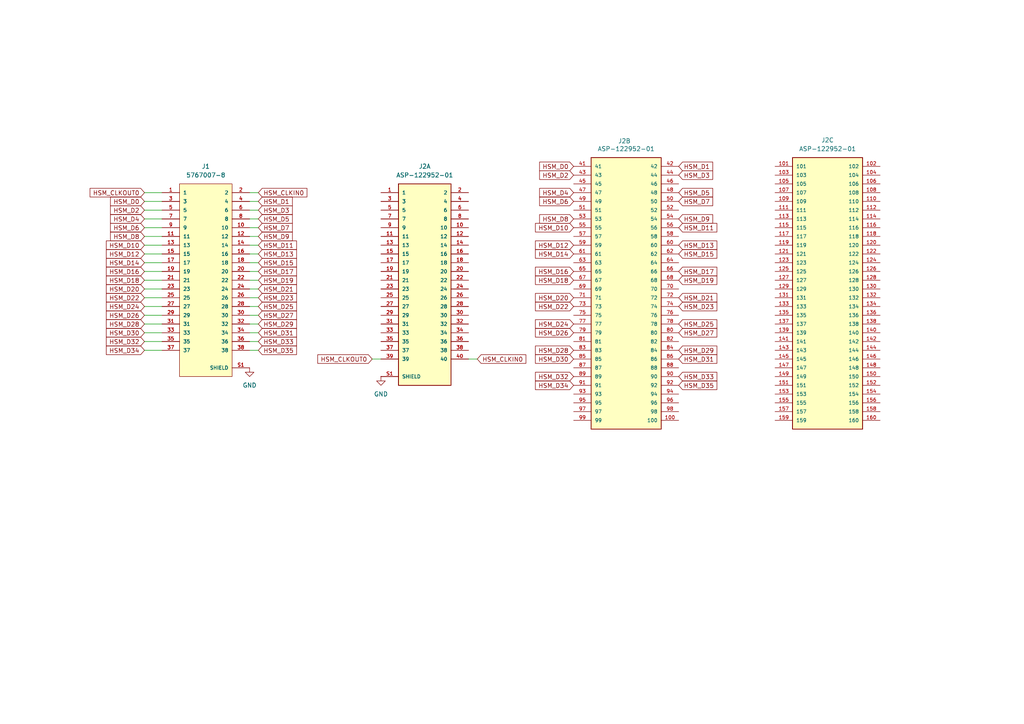
<source format=kicad_sch>
(kicad_sch
	(version 20250114)
	(generator "eeschema")
	(generator_version "9.0")
	(uuid "36540bb4-eb67-4c4c-a4dd-70daf5f7d16b")
	(paper "A4")
	(lib_symbols
		(symbol "5767007-8:5767007-8"
			(pin_names
				(offset 1.016)
			)
			(exclude_from_sim no)
			(in_bom yes)
			(on_board yes)
			(property "Reference" "J"
				(at -7.6311 28.4895 0)
				(effects
					(font
						(size 1.27 1.27)
					)
					(justify left bottom)
				)
			)
			(property "Value" "5767007-8"
				(at -7.6286 -30.5144 0)
				(effects
					(font
						(size 1.27 1.27)
					)
					(justify left bottom)
				)
			)
			(property "Footprint" "5767007-8:TE_5767007-8"
				(at 0 0 0)
				(effects
					(font
						(size 1.27 1.27)
					)
					(justify bottom)
					(hide yes)
				)
			)
			(property "Datasheet" ""
				(at 0 0 0)
				(effects
					(font
						(size 1.27 1.27)
					)
					(hide yes)
				)
			)
			(property "Description" ""
				(at 0 0 0)
				(effects
					(font
						(size 1.27 1.27)
					)
					(hide yes)
				)
			)
			(property "Comment" "5767007-8"
				(at 0 0 0)
				(effects
					(font
						(size 1.27 1.27)
					)
					(justify bottom)
					(hide yes)
				)
			)
			(property "PRODUCT_TYPE" "Connector"
				(at 0 0 0)
				(effects
					(font
						(size 1.27 1.27)
					)
					(justify bottom)
					(hide yes)
				)
			)
			(property "Check_prices" "https://www.snapeda.com/parts/5767007-8/TE+Connectivity+AMP+Connectors/view-part/?ref=eda"
				(at 0 0 0)
				(effects
					(font
						(size 1.27 1.27)
					)
					(justify bottom)
					(hide yes)
				)
			)
			(property "PACKAGE" "None"
				(at 0 0 0)
				(effects
					(font
						(size 1.27 1.27)
					)
					(justify bottom)
					(hide yes)
				)
			)
			(property "MAXIMUM_PACKAGE-HEIGHT" "6.81mm"
				(at 0 0 0)
				(effects
					(font
						(size 1.27 1.27)
					)
					(justify bottom)
					(hide yes)
				)
			)
			(property "STANDARD" "Manufacturer recommendations"
				(at 0 0 0)
				(effects
					(font
						(size 1.27 1.27)
					)
					(justify bottom)
					(hide yes)
				)
			)
			(property "PARTREV" "A2"
				(at 0 0 0)
				(effects
					(font
						(size 1.27 1.27)
					)
					(justify bottom)
					(hide yes)
				)
			)
			(property "SnapEDA_Link" "https://www.snapeda.com/parts/5767007-8/TE+Connectivity+AMP+Connectors/view-part/?ref=snap"
				(at 0 0 0)
				(effects
					(font
						(size 1.27 1.27)
					)
					(justify bottom)
					(hide yes)
				)
			)
			(property "EU_RoHS_Compliance" "Compliant"
				(at 0 0 0)
				(effects
					(font
						(size 1.27 1.27)
					)
					(justify bottom)
					(hide yes)
				)
			)
			(property "Description_1" "MICTOR Series,2.54/0.64mm Pitch 38 Way 2 Row Straight PCB Header,Solder Term,1A | TE Connectivity 5767007-8"
				(at 0 0 0)
				(effects
					(font
						(size 1.27 1.27)
					)
					(justify bottom)
					(hide yes)
				)
			)
			(property "Number_of_Positions" "38"
				(at 0 0 0)
				(effects
					(font
						(size 1.27 1.27)
					)
					(justify bottom)
					(hide yes)
				)
			)
			(property "AVAILABILITY" "Unavailable"
				(at 0 0 0)
				(effects
					(font
						(size 1.27 1.27)
					)
					(justify bottom)
					(hide yes)
				)
			)
			(property "CENTERLINE_PITCH" ".64"
				(at 0 0 0)
				(effects
					(font
						(size 1.27 1.27)
					)
					(justify bottom)
					(hide yes)
				)
			)
			(property "MANUFACTURER" "TE Connectivity"
				(at 0 0 0)
				(effects
					(font
						(size 1.27 1.27)
					)
					(justify bottom)
					(hide yes)
				)
			)
			(property "COMMENT" "5767007-8"
				(at 0 0 0)
				(effects
					(font
						(size 1.27 1.27)
					)
					(justify bottom)
					(hide yes)
				)
			)
			(property "MF" "TE Connectivity"
				(at 0 0 0)
				(effects
					(font
						(size 1.27 1.27)
					)
					(justify bottom)
					(hide yes)
				)
			)
			(property "Product_Type" "Connector"
				(at 0 0 0)
				(effects
					(font
						(size 1.27 1.27)
					)
					(justify bottom)
					(hide yes)
				)
			)
			(property "DESCRIPTION" "Conn High Speed Fine Pitch Connector PL 38 POS 2.54mm/0.64mm Solder ST Thru-Hole/SMD Tube"
				(at 0 0 0)
				(effects
					(font
						(size 1.27 1.27)
					)
					(justify bottom)
					(hide yes)
				)
			)
			(property "PRICE" "None"
				(at 0 0 0)
				(effects
					(font
						(size 1.27 1.27)
					)
					(justify bottom)
					(hide yes)
				)
			)
			(property "Package" "None"
				(at 0 0 0)
				(effects
					(font
						(size 1.27 1.27)
					)
					(justify bottom)
					(hide yes)
				)
			)
			(property "TE_PURCHASE_URL" "https://www.te.com/usa-en/product-5767007-8.html?te_bu=Cor&te_type=disp&te_campaign=seda_glo_cor-seda-global-disp-prtnr-fy19-seda-model-bom-cta_sma-317_1&elqCampaignId=32493"
				(at 0 0 0)
				(effects
					(font
						(size 1.27 1.27)
					)
					(justify bottom)
					(hide yes)
				)
			)
			(property "Availability" "In Stock"
				(at 0 0 0)
				(effects
					(font
						(size 1.27 1.27)
					)
					(justify bottom)
					(hide yes)
				)
			)
			(property "NUMBER_OF_POSITIONS" "38"
				(at 0 0 0)
				(effects
					(font
						(size 1.27 1.27)
					)
					(justify bottom)
					(hide yes)
				)
			)
			(property "MP" "5767007-8"
				(at 0 0 0)
				(effects
					(font
						(size 1.27 1.27)
					)
					(justify bottom)
					(hide yes)
				)
			)
			(property "EU_ROHS_COMPLIANCE" "Compliant"
				(at 0 0 0)
				(effects
					(font
						(size 1.27 1.27)
					)
					(justify bottom)
					(hide yes)
				)
			)
			(property "Price" "None"
				(at 0 0 0)
				(effects
					(font
						(size 1.27 1.27)
					)
					(justify bottom)
					(hide yes)
				)
			)
			(property "Centerline_Pitch" ".64"
				(at 0 0 0)
				(effects
					(font
						(size 1.27 1.27)
					)
					(justify bottom)
					(hide yes)
				)
			)
			(symbol "5767007-8_0_0"
				(rectangle
					(start -7.62 -27.94)
					(end 7.62 27.94)
					(stroke
						(width 0.1524)
						(type default)
					)
					(fill
						(type background)
					)
				)
				(pin passive line
					(at -12.7 25.4 0)
					(length 5.08)
					(name "1"
						(effects
							(font
								(size 1.016 1.016)
							)
						)
					)
					(number "1"
						(effects
							(font
								(size 1.016 1.016)
							)
						)
					)
				)
				(pin passive line
					(at -12.7 22.86 0)
					(length 5.08)
					(name "3"
						(effects
							(font
								(size 1.016 1.016)
							)
						)
					)
					(number "3"
						(effects
							(font
								(size 1.016 1.016)
							)
						)
					)
				)
				(pin passive line
					(at -12.7 20.32 0)
					(length 5.08)
					(name "5"
						(effects
							(font
								(size 1.016 1.016)
							)
						)
					)
					(number "5"
						(effects
							(font
								(size 1.016 1.016)
							)
						)
					)
				)
				(pin passive line
					(at -12.7 17.78 0)
					(length 5.08)
					(name "7"
						(effects
							(font
								(size 1.016 1.016)
							)
						)
					)
					(number "7"
						(effects
							(font
								(size 1.016 1.016)
							)
						)
					)
				)
				(pin passive line
					(at -12.7 15.24 0)
					(length 5.08)
					(name "9"
						(effects
							(font
								(size 1.016 1.016)
							)
						)
					)
					(number "9"
						(effects
							(font
								(size 1.016 1.016)
							)
						)
					)
				)
				(pin passive line
					(at -12.7 12.7 0)
					(length 5.08)
					(name "11"
						(effects
							(font
								(size 1.016 1.016)
							)
						)
					)
					(number "11"
						(effects
							(font
								(size 1.016 1.016)
							)
						)
					)
				)
				(pin passive line
					(at -12.7 10.16 0)
					(length 5.08)
					(name "13"
						(effects
							(font
								(size 1.016 1.016)
							)
						)
					)
					(number "13"
						(effects
							(font
								(size 1.016 1.016)
							)
						)
					)
				)
				(pin passive line
					(at -12.7 7.62 0)
					(length 5.08)
					(name "15"
						(effects
							(font
								(size 1.016 1.016)
							)
						)
					)
					(number "15"
						(effects
							(font
								(size 1.016 1.016)
							)
						)
					)
				)
				(pin passive line
					(at -12.7 5.08 0)
					(length 5.08)
					(name "17"
						(effects
							(font
								(size 1.016 1.016)
							)
						)
					)
					(number "17"
						(effects
							(font
								(size 1.016 1.016)
							)
						)
					)
				)
				(pin passive line
					(at -12.7 2.54 0)
					(length 5.08)
					(name "19"
						(effects
							(font
								(size 1.016 1.016)
							)
						)
					)
					(number "19"
						(effects
							(font
								(size 1.016 1.016)
							)
						)
					)
				)
				(pin passive line
					(at -12.7 0 0)
					(length 5.08)
					(name "21"
						(effects
							(font
								(size 1.016 1.016)
							)
						)
					)
					(number "21"
						(effects
							(font
								(size 1.016 1.016)
							)
						)
					)
				)
				(pin passive line
					(at -12.7 -2.54 0)
					(length 5.08)
					(name "23"
						(effects
							(font
								(size 1.016 1.016)
							)
						)
					)
					(number "23"
						(effects
							(font
								(size 1.016 1.016)
							)
						)
					)
				)
				(pin passive line
					(at -12.7 -5.08 0)
					(length 5.08)
					(name "25"
						(effects
							(font
								(size 1.016 1.016)
							)
						)
					)
					(number "25"
						(effects
							(font
								(size 1.016 1.016)
							)
						)
					)
				)
				(pin passive line
					(at -12.7 -7.62 0)
					(length 5.08)
					(name "27"
						(effects
							(font
								(size 1.016 1.016)
							)
						)
					)
					(number "27"
						(effects
							(font
								(size 1.016 1.016)
							)
						)
					)
				)
				(pin passive line
					(at -12.7 -10.16 0)
					(length 5.08)
					(name "29"
						(effects
							(font
								(size 1.016 1.016)
							)
						)
					)
					(number "29"
						(effects
							(font
								(size 1.016 1.016)
							)
						)
					)
				)
				(pin passive line
					(at -12.7 -12.7 0)
					(length 5.08)
					(name "31"
						(effects
							(font
								(size 1.016 1.016)
							)
						)
					)
					(number "31"
						(effects
							(font
								(size 1.016 1.016)
							)
						)
					)
				)
				(pin passive line
					(at -12.7 -15.24 0)
					(length 5.08)
					(name "33"
						(effects
							(font
								(size 1.016 1.016)
							)
						)
					)
					(number "33"
						(effects
							(font
								(size 1.016 1.016)
							)
						)
					)
				)
				(pin passive line
					(at -12.7 -17.78 0)
					(length 5.08)
					(name "35"
						(effects
							(font
								(size 1.016 1.016)
							)
						)
					)
					(number "35"
						(effects
							(font
								(size 1.016 1.016)
							)
						)
					)
				)
				(pin passive line
					(at -12.7 -20.32 0)
					(length 5.08)
					(name "37"
						(effects
							(font
								(size 1.016 1.016)
							)
						)
					)
					(number "37"
						(effects
							(font
								(size 1.016 1.016)
							)
						)
					)
				)
				(pin passive line
					(at 12.7 25.4 180)
					(length 5.08)
					(name "2"
						(effects
							(font
								(size 1.016 1.016)
							)
						)
					)
					(number "2"
						(effects
							(font
								(size 1.016 1.016)
							)
						)
					)
				)
				(pin passive line
					(at 12.7 22.86 180)
					(length 5.08)
					(name "4"
						(effects
							(font
								(size 1.016 1.016)
							)
						)
					)
					(number "4"
						(effects
							(font
								(size 1.016 1.016)
							)
						)
					)
				)
				(pin passive line
					(at 12.7 20.32 180)
					(length 5.08)
					(name "6"
						(effects
							(font
								(size 1.016 1.016)
							)
						)
					)
					(number "6"
						(effects
							(font
								(size 1.016 1.016)
							)
						)
					)
				)
				(pin passive line
					(at 12.7 17.78 180)
					(length 5.08)
					(name "8"
						(effects
							(font
								(size 1.016 1.016)
							)
						)
					)
					(number "8"
						(effects
							(font
								(size 1.016 1.016)
							)
						)
					)
				)
				(pin passive line
					(at 12.7 15.24 180)
					(length 5.08)
					(name "10"
						(effects
							(font
								(size 1.016 1.016)
							)
						)
					)
					(number "10"
						(effects
							(font
								(size 1.016 1.016)
							)
						)
					)
				)
				(pin passive line
					(at 12.7 12.7 180)
					(length 5.08)
					(name "12"
						(effects
							(font
								(size 1.016 1.016)
							)
						)
					)
					(number "12"
						(effects
							(font
								(size 1.016 1.016)
							)
						)
					)
				)
				(pin passive line
					(at 12.7 10.16 180)
					(length 5.08)
					(name "14"
						(effects
							(font
								(size 1.016 1.016)
							)
						)
					)
					(number "14"
						(effects
							(font
								(size 1.016 1.016)
							)
						)
					)
				)
				(pin passive line
					(at 12.7 7.62 180)
					(length 5.08)
					(name "16"
						(effects
							(font
								(size 1.016 1.016)
							)
						)
					)
					(number "16"
						(effects
							(font
								(size 1.016 1.016)
							)
						)
					)
				)
				(pin passive line
					(at 12.7 5.08 180)
					(length 5.08)
					(name "18"
						(effects
							(font
								(size 1.016 1.016)
							)
						)
					)
					(number "18"
						(effects
							(font
								(size 1.016 1.016)
							)
						)
					)
				)
				(pin passive line
					(at 12.7 2.54 180)
					(length 5.08)
					(name "20"
						(effects
							(font
								(size 1.016 1.016)
							)
						)
					)
					(number "20"
						(effects
							(font
								(size 1.016 1.016)
							)
						)
					)
				)
				(pin passive line
					(at 12.7 0 180)
					(length 5.08)
					(name "22"
						(effects
							(font
								(size 1.016 1.016)
							)
						)
					)
					(number "22"
						(effects
							(font
								(size 1.016 1.016)
							)
						)
					)
				)
				(pin passive line
					(at 12.7 -2.54 180)
					(length 5.08)
					(name "24"
						(effects
							(font
								(size 1.016 1.016)
							)
						)
					)
					(number "24"
						(effects
							(font
								(size 1.016 1.016)
							)
						)
					)
				)
				(pin passive line
					(at 12.7 -5.08 180)
					(length 5.08)
					(name "26"
						(effects
							(font
								(size 1.016 1.016)
							)
						)
					)
					(number "26"
						(effects
							(font
								(size 1.016 1.016)
							)
						)
					)
				)
				(pin passive line
					(at 12.7 -7.62 180)
					(length 5.08)
					(name "28"
						(effects
							(font
								(size 1.016 1.016)
							)
						)
					)
					(number "28"
						(effects
							(font
								(size 1.016 1.016)
							)
						)
					)
				)
				(pin passive line
					(at 12.7 -10.16 180)
					(length 5.08)
					(name "30"
						(effects
							(font
								(size 1.016 1.016)
							)
						)
					)
					(number "30"
						(effects
							(font
								(size 1.016 1.016)
							)
						)
					)
				)
				(pin passive line
					(at 12.7 -12.7 180)
					(length 5.08)
					(name "32"
						(effects
							(font
								(size 1.016 1.016)
							)
						)
					)
					(number "32"
						(effects
							(font
								(size 1.016 1.016)
							)
						)
					)
				)
				(pin passive line
					(at 12.7 -15.24 180)
					(length 5.08)
					(name "34"
						(effects
							(font
								(size 1.016 1.016)
							)
						)
					)
					(number "34"
						(effects
							(font
								(size 1.016 1.016)
							)
						)
					)
				)
				(pin passive line
					(at 12.7 -17.78 180)
					(length 5.08)
					(name "36"
						(effects
							(font
								(size 1.016 1.016)
							)
						)
					)
					(number "36"
						(effects
							(font
								(size 1.016 1.016)
							)
						)
					)
				)
				(pin passive line
					(at 12.7 -20.32 180)
					(length 5.08)
					(name "38"
						(effects
							(font
								(size 1.016 1.016)
							)
						)
					)
					(number "38"
						(effects
							(font
								(size 1.016 1.016)
							)
						)
					)
				)
				(pin passive line
					(at 12.7 -25.4 180)
					(length 5.08)
					(name "SHIELD"
						(effects
							(font
								(size 1.016 1.016)
							)
						)
					)
					(number "S1"
						(effects
							(font
								(size 1.016 1.016)
							)
						)
					)
				)
				(pin passive line
					(at 12.7 -25.4 180)
					(length 5.08)
					(hide yes)
					(name "SHIELD"
						(effects
							(font
								(size 1.016 1.016)
							)
						)
					)
					(number "S2"
						(effects
							(font
								(size 1.016 1.016)
							)
						)
					)
				)
				(pin passive line
					(at 12.7 -25.4 180)
					(length 5.08)
					(hide yes)
					(name "SHIELD"
						(effects
							(font
								(size 1.016 1.016)
							)
						)
					)
					(number "S3"
						(effects
							(font
								(size 1.016 1.016)
							)
						)
					)
				)
				(pin passive line
					(at 12.7 -25.4 180)
					(length 5.08)
					(hide yes)
					(name "SHIELD"
						(effects
							(font
								(size 1.016 1.016)
							)
						)
					)
					(number "S4"
						(effects
							(font
								(size 1.016 1.016)
							)
						)
					)
				)
				(pin passive line
					(at 12.7 -25.4 180)
					(length 5.08)
					(hide yes)
					(name "SHIELD"
						(effects
							(font
								(size 1.016 1.016)
							)
						)
					)
					(number "S5"
						(effects
							(font
								(size 1.016 1.016)
							)
						)
					)
				)
			)
			(embedded_fonts no)
		)
		(symbol "ASP-122952-01:ASP-122952-01"
			(pin_names
				(offset 1.016)
			)
			(exclude_from_sim no)
			(in_bom yes)
			(on_board yes)
			(property "Reference" "J"
				(at -7.62 28.702 0)
				(effects
					(font
						(size 1.27 1.27)
					)
					(justify left bottom)
				)
			)
			(property "Value" "ASP-122952-01"
				(at -7.62 -33.02 0)
				(effects
					(font
						(size 1.27 1.27)
					)
					(justify left bottom)
				)
			)
			(property "Footprint" "ASP-122952-01:SAMTEC_ASP-122952-01"
				(at 0 0 0)
				(effects
					(font
						(size 1.27 1.27)
					)
					(justify bottom)
					(hide yes)
				)
			)
			(property "Datasheet" ""
				(at 0 0 0)
				(effects
					(font
						(size 1.27 1.27)
					)
					(hide yes)
				)
			)
			(property "Description" ""
				(at 0 0 0)
				(effects
					(font
						(size 1.27 1.27)
					)
					(hide yes)
				)
			)
			(property "MF" "Samtec"
				(at 0 0 0)
				(effects
					(font
						(size 1.27 1.27)
					)
					(justify bottom)
					(hide yes)
				)
			)
			(property "MAXIMUM_PACKAGE_HEIGHT" "4.35mm"
				(at 0 0 0)
				(effects
					(font
						(size 1.27 1.27)
					)
					(justify bottom)
					(hide yes)
				)
			)
			(property "Package" "None"
				(at 0 0 0)
				(effects
					(font
						(size 1.27 1.27)
					)
					(justify bottom)
					(hide yes)
				)
			)
			(property "Price" "None"
				(at 0 0 0)
				(effects
					(font
						(size 1.27 1.27)
					)
					(justify bottom)
					(hide yes)
				)
			)
			(property "Check_prices" "https://www.snapeda.com/parts/ASP12295201/Samtec/view-part/?ref=eda"
				(at 0 0 0)
				(effects
					(font
						(size 1.27 1.27)
					)
					(justify bottom)
					(hide yes)
				)
			)
			(property "STANDARD" "Manufacturer Recommendations"
				(at 0 0 0)
				(effects
					(font
						(size 1.27 1.27)
					)
					(justify bottom)
					(hide yes)
				)
			)
			(property "PARTREV" "D"
				(at 0 0 0)
				(effects
					(font
						(size 1.27 1.27)
					)
					(justify bottom)
					(hide yes)
				)
			)
			(property "SnapEDA_Link" "https://www.snapeda.com/parts/ASP12295201/Samtec/view-part/?ref=snap"
				(at 0 0 0)
				(effects
					(font
						(size 1.27 1.27)
					)
					(justify bottom)
					(hide yes)
				)
			)
			(property "MP" "ASP12295201"
				(at 0 0 0)
				(effects
					(font
						(size 1.27 1.27)
					)
					(justify bottom)
					(hide yes)
				)
			)
			(property "Description_1" "160 Position Connector Header, Outer Shroud Contacts Surface Mount Gold"
				(at 0 0 0)
				(effects
					(font
						(size 1.27 1.27)
					)
					(justify bottom)
					(hide yes)
				)
			)
			(property "Availability" "In Stock"
				(at 0 0 0)
				(effects
					(font
						(size 1.27 1.27)
					)
					(justify bottom)
					(hide yes)
				)
			)
			(property "MANUFACTURER" "Samtec"
				(at 0 0 0)
				(effects
					(font
						(size 1.27 1.27)
					)
					(justify bottom)
					(hide yes)
				)
			)
			(symbol "ASP-122952-01_1_0"
				(rectangle
					(start -7.62 -30.48)
					(end 7.62 27.94)
					(stroke
						(width 0.254)
						(type default)
					)
					(fill
						(type background)
					)
				)
				(pin passive line
					(at -12.7 25.4 0)
					(length 5.08)
					(name "1"
						(effects
							(font
								(size 1.016 1.016)
							)
						)
					)
					(number "1"
						(effects
							(font
								(size 1.016 1.016)
							)
						)
					)
				)
				(pin passive line
					(at -12.7 22.86 0)
					(length 5.08)
					(name "3"
						(effects
							(font
								(size 1.016 1.016)
							)
						)
					)
					(number "3"
						(effects
							(font
								(size 1.016 1.016)
							)
						)
					)
				)
				(pin passive line
					(at -12.7 20.32 0)
					(length 5.08)
					(name "5"
						(effects
							(font
								(size 1.016 1.016)
							)
						)
					)
					(number "5"
						(effects
							(font
								(size 1.016 1.016)
							)
						)
					)
				)
				(pin passive line
					(at -12.7 17.78 0)
					(length 5.08)
					(name "7"
						(effects
							(font
								(size 1.016 1.016)
							)
						)
					)
					(number "7"
						(effects
							(font
								(size 1.016 1.016)
							)
						)
					)
				)
				(pin passive line
					(at -12.7 15.24 0)
					(length 5.08)
					(name "9"
						(effects
							(font
								(size 1.016 1.016)
							)
						)
					)
					(number "9"
						(effects
							(font
								(size 1.016 1.016)
							)
						)
					)
				)
				(pin passive line
					(at -12.7 12.7 0)
					(length 5.08)
					(name "11"
						(effects
							(font
								(size 1.016 1.016)
							)
						)
					)
					(number "11"
						(effects
							(font
								(size 1.016 1.016)
							)
						)
					)
				)
				(pin passive line
					(at -12.7 10.16 0)
					(length 5.08)
					(name "13"
						(effects
							(font
								(size 1.016 1.016)
							)
						)
					)
					(number "13"
						(effects
							(font
								(size 1.016 1.016)
							)
						)
					)
				)
				(pin passive line
					(at -12.7 7.62 0)
					(length 5.08)
					(name "15"
						(effects
							(font
								(size 1.016 1.016)
							)
						)
					)
					(number "15"
						(effects
							(font
								(size 1.016 1.016)
							)
						)
					)
				)
				(pin passive line
					(at -12.7 5.08 0)
					(length 5.08)
					(name "17"
						(effects
							(font
								(size 1.016 1.016)
							)
						)
					)
					(number "17"
						(effects
							(font
								(size 1.016 1.016)
							)
						)
					)
				)
				(pin passive line
					(at -12.7 2.54 0)
					(length 5.08)
					(name "19"
						(effects
							(font
								(size 1.016 1.016)
							)
						)
					)
					(number "19"
						(effects
							(font
								(size 1.016 1.016)
							)
						)
					)
				)
				(pin passive line
					(at -12.7 0 0)
					(length 5.08)
					(name "21"
						(effects
							(font
								(size 1.016 1.016)
							)
						)
					)
					(number "21"
						(effects
							(font
								(size 1.016 1.016)
							)
						)
					)
				)
				(pin passive line
					(at -12.7 -2.54 0)
					(length 5.08)
					(name "23"
						(effects
							(font
								(size 1.016 1.016)
							)
						)
					)
					(number "23"
						(effects
							(font
								(size 1.016 1.016)
							)
						)
					)
				)
				(pin passive line
					(at -12.7 -5.08 0)
					(length 5.08)
					(name "25"
						(effects
							(font
								(size 1.016 1.016)
							)
						)
					)
					(number "25"
						(effects
							(font
								(size 1.016 1.016)
							)
						)
					)
				)
				(pin passive line
					(at -12.7 -7.62 0)
					(length 5.08)
					(name "27"
						(effects
							(font
								(size 1.016 1.016)
							)
						)
					)
					(number "27"
						(effects
							(font
								(size 1.016 1.016)
							)
						)
					)
				)
				(pin passive line
					(at -12.7 -10.16 0)
					(length 5.08)
					(name "29"
						(effects
							(font
								(size 1.016 1.016)
							)
						)
					)
					(number "29"
						(effects
							(font
								(size 1.016 1.016)
							)
						)
					)
				)
				(pin passive line
					(at -12.7 -12.7 0)
					(length 5.08)
					(name "31"
						(effects
							(font
								(size 1.016 1.016)
							)
						)
					)
					(number "31"
						(effects
							(font
								(size 1.016 1.016)
							)
						)
					)
				)
				(pin passive line
					(at -12.7 -15.24 0)
					(length 5.08)
					(name "33"
						(effects
							(font
								(size 1.016 1.016)
							)
						)
					)
					(number "33"
						(effects
							(font
								(size 1.016 1.016)
							)
						)
					)
				)
				(pin passive line
					(at -12.7 -17.78 0)
					(length 5.08)
					(name "35"
						(effects
							(font
								(size 1.016 1.016)
							)
						)
					)
					(number "35"
						(effects
							(font
								(size 1.016 1.016)
							)
						)
					)
				)
				(pin passive line
					(at -12.7 -20.32 0)
					(length 5.08)
					(name "37"
						(effects
							(font
								(size 1.016 1.016)
							)
						)
					)
					(number "37"
						(effects
							(font
								(size 1.016 1.016)
							)
						)
					)
				)
				(pin passive line
					(at -12.7 -22.86 0)
					(length 5.08)
					(name "39"
						(effects
							(font
								(size 1.016 1.016)
							)
						)
					)
					(number "39"
						(effects
							(font
								(size 1.016 1.016)
							)
						)
					)
				)
				(pin passive line
					(at -12.7 -27.94 0)
					(length 5.08)
					(name "SHIELD"
						(effects
							(font
								(size 1.016 1.016)
							)
						)
					)
					(number "S1"
						(effects
							(font
								(size 1.016 1.016)
							)
						)
					)
				)
				(pin passive line
					(at -12.7 -27.94 0)
					(length 5.08)
					(hide yes)
					(name "SHIELD"
						(effects
							(font
								(size 1.016 1.016)
							)
						)
					)
					(number "S10"
						(effects
							(font
								(size 1.016 1.016)
							)
						)
					)
				)
				(pin passive line
					(at -12.7 -27.94 0)
					(length 5.08)
					(hide yes)
					(name "SHIELD"
						(effects
							(font
								(size 1.016 1.016)
							)
						)
					)
					(number "S11"
						(effects
							(font
								(size 1.016 1.016)
							)
						)
					)
				)
				(pin passive line
					(at -12.7 -27.94 0)
					(length 5.08)
					(hide yes)
					(name "SHIELD"
						(effects
							(font
								(size 1.016 1.016)
							)
						)
					)
					(number "S12"
						(effects
							(font
								(size 1.016 1.016)
							)
						)
					)
				)
				(pin passive line
					(at -12.7 -27.94 0)
					(length 5.08)
					(hide yes)
					(name "SHIELD"
						(effects
							(font
								(size 1.016 1.016)
							)
						)
					)
					(number "S2"
						(effects
							(font
								(size 1.016 1.016)
							)
						)
					)
				)
				(pin passive line
					(at -12.7 -27.94 0)
					(length 5.08)
					(hide yes)
					(name "SHIELD"
						(effects
							(font
								(size 1.016 1.016)
							)
						)
					)
					(number "S3"
						(effects
							(font
								(size 1.016 1.016)
							)
						)
					)
				)
				(pin passive line
					(at -12.7 -27.94 0)
					(length 5.08)
					(hide yes)
					(name "SHIELD"
						(effects
							(font
								(size 1.016 1.016)
							)
						)
					)
					(number "S4"
						(effects
							(font
								(size 1.016 1.016)
							)
						)
					)
				)
				(pin passive line
					(at -12.7 -27.94 0)
					(length 5.08)
					(hide yes)
					(name "SHIELD"
						(effects
							(font
								(size 1.016 1.016)
							)
						)
					)
					(number "S5"
						(effects
							(font
								(size 1.016 1.016)
							)
						)
					)
				)
				(pin passive line
					(at -12.7 -27.94 0)
					(length 5.08)
					(hide yes)
					(name "SHIELD"
						(effects
							(font
								(size 1.016 1.016)
							)
						)
					)
					(number "S6"
						(effects
							(font
								(size 1.016 1.016)
							)
						)
					)
				)
				(pin passive line
					(at -12.7 -27.94 0)
					(length 5.08)
					(hide yes)
					(name "SHIELD"
						(effects
							(font
								(size 1.016 1.016)
							)
						)
					)
					(number "S7"
						(effects
							(font
								(size 1.016 1.016)
							)
						)
					)
				)
				(pin passive line
					(at -12.7 -27.94 0)
					(length 5.08)
					(hide yes)
					(name "SHIELD"
						(effects
							(font
								(size 1.016 1.016)
							)
						)
					)
					(number "S8"
						(effects
							(font
								(size 1.016 1.016)
							)
						)
					)
				)
				(pin passive line
					(at -12.7 -27.94 0)
					(length 5.08)
					(hide yes)
					(name "SHIELD"
						(effects
							(font
								(size 1.016 1.016)
							)
						)
					)
					(number "S9"
						(effects
							(font
								(size 1.016 1.016)
							)
						)
					)
				)
				(pin passive line
					(at 12.7 25.4 180)
					(length 5.08)
					(name "2"
						(effects
							(font
								(size 1.016 1.016)
							)
						)
					)
					(number "2"
						(effects
							(font
								(size 1.016 1.016)
							)
						)
					)
				)
				(pin passive line
					(at 12.7 22.86 180)
					(length 5.08)
					(name "4"
						(effects
							(font
								(size 1.016 1.016)
							)
						)
					)
					(number "4"
						(effects
							(font
								(size 1.016 1.016)
							)
						)
					)
				)
				(pin passive line
					(at 12.7 20.32 180)
					(length 5.08)
					(name "6"
						(effects
							(font
								(size 1.016 1.016)
							)
						)
					)
					(number "6"
						(effects
							(font
								(size 1.016 1.016)
							)
						)
					)
				)
				(pin passive line
					(at 12.7 17.78 180)
					(length 5.08)
					(name "8"
						(effects
							(font
								(size 1.016 1.016)
							)
						)
					)
					(number "8"
						(effects
							(font
								(size 1.016 1.016)
							)
						)
					)
				)
				(pin passive line
					(at 12.7 15.24 180)
					(length 5.08)
					(name "10"
						(effects
							(font
								(size 1.016 1.016)
							)
						)
					)
					(number "10"
						(effects
							(font
								(size 1.016 1.016)
							)
						)
					)
				)
				(pin passive line
					(at 12.7 12.7 180)
					(length 5.08)
					(name "12"
						(effects
							(font
								(size 1.016 1.016)
							)
						)
					)
					(number "12"
						(effects
							(font
								(size 1.016 1.016)
							)
						)
					)
				)
				(pin passive line
					(at 12.7 10.16 180)
					(length 5.08)
					(name "14"
						(effects
							(font
								(size 1.016 1.016)
							)
						)
					)
					(number "14"
						(effects
							(font
								(size 1.016 1.016)
							)
						)
					)
				)
				(pin passive line
					(at 12.7 7.62 180)
					(length 5.08)
					(name "16"
						(effects
							(font
								(size 1.016 1.016)
							)
						)
					)
					(number "16"
						(effects
							(font
								(size 1.016 1.016)
							)
						)
					)
				)
				(pin passive line
					(at 12.7 5.08 180)
					(length 5.08)
					(name "18"
						(effects
							(font
								(size 1.016 1.016)
							)
						)
					)
					(number "18"
						(effects
							(font
								(size 1.016 1.016)
							)
						)
					)
				)
				(pin passive line
					(at 12.7 2.54 180)
					(length 5.08)
					(name "20"
						(effects
							(font
								(size 1.016 1.016)
							)
						)
					)
					(number "20"
						(effects
							(font
								(size 1.016 1.016)
							)
						)
					)
				)
				(pin passive line
					(at 12.7 0 180)
					(length 5.08)
					(name "22"
						(effects
							(font
								(size 1.016 1.016)
							)
						)
					)
					(number "22"
						(effects
							(font
								(size 1.016 1.016)
							)
						)
					)
				)
				(pin passive line
					(at 12.7 -2.54 180)
					(length 5.08)
					(name "24"
						(effects
							(font
								(size 1.016 1.016)
							)
						)
					)
					(number "24"
						(effects
							(font
								(size 1.016 1.016)
							)
						)
					)
				)
				(pin passive line
					(at 12.7 -5.08 180)
					(length 5.08)
					(name "26"
						(effects
							(font
								(size 1.016 1.016)
							)
						)
					)
					(number "26"
						(effects
							(font
								(size 1.016 1.016)
							)
						)
					)
				)
				(pin passive line
					(at 12.7 -7.62 180)
					(length 5.08)
					(name "28"
						(effects
							(font
								(size 1.016 1.016)
							)
						)
					)
					(number "28"
						(effects
							(font
								(size 1.016 1.016)
							)
						)
					)
				)
				(pin passive line
					(at 12.7 -10.16 180)
					(length 5.08)
					(name "30"
						(effects
							(font
								(size 1.016 1.016)
							)
						)
					)
					(number "30"
						(effects
							(font
								(size 1.016 1.016)
							)
						)
					)
				)
				(pin passive line
					(at 12.7 -12.7 180)
					(length 5.08)
					(name "32"
						(effects
							(font
								(size 1.016 1.016)
							)
						)
					)
					(number "32"
						(effects
							(font
								(size 1.016 1.016)
							)
						)
					)
				)
				(pin passive line
					(at 12.7 -15.24 180)
					(length 5.08)
					(name "34"
						(effects
							(font
								(size 1.016 1.016)
							)
						)
					)
					(number "34"
						(effects
							(font
								(size 1.016 1.016)
							)
						)
					)
				)
				(pin passive line
					(at 12.7 -17.78 180)
					(length 5.08)
					(name "36"
						(effects
							(font
								(size 1.016 1.016)
							)
						)
					)
					(number "36"
						(effects
							(font
								(size 1.016 1.016)
							)
						)
					)
				)
				(pin passive line
					(at 12.7 -20.32 180)
					(length 5.08)
					(name "38"
						(effects
							(font
								(size 1.016 1.016)
							)
						)
					)
					(number "38"
						(effects
							(font
								(size 1.016 1.016)
							)
						)
					)
				)
				(pin passive line
					(at 12.7 -22.86 180)
					(length 5.08)
					(name "40"
						(effects
							(font
								(size 1.016 1.016)
							)
						)
					)
					(number "40"
						(effects
							(font
								(size 1.016 1.016)
							)
						)
					)
				)
			)
			(symbol "ASP-122952-01_2_0"
				(rectangle
					(start -10.16 -40.64)
					(end 10.16 38.1)
					(stroke
						(width 0.254)
						(type default)
					)
					(fill
						(type background)
					)
				)
				(pin passive line
					(at -15.24 35.56 0)
					(length 5.08)
					(name "41"
						(effects
							(font
								(size 1.016 1.016)
							)
						)
					)
					(number "41"
						(effects
							(font
								(size 1.016 1.016)
							)
						)
					)
				)
				(pin passive line
					(at -15.24 33.02 0)
					(length 5.08)
					(name "43"
						(effects
							(font
								(size 1.016 1.016)
							)
						)
					)
					(number "43"
						(effects
							(font
								(size 1.016 1.016)
							)
						)
					)
				)
				(pin passive line
					(at -15.24 30.48 0)
					(length 5.08)
					(name "45"
						(effects
							(font
								(size 1.016 1.016)
							)
						)
					)
					(number "45"
						(effects
							(font
								(size 1.016 1.016)
							)
						)
					)
				)
				(pin passive line
					(at -15.24 27.94 0)
					(length 5.08)
					(name "47"
						(effects
							(font
								(size 1.016 1.016)
							)
						)
					)
					(number "47"
						(effects
							(font
								(size 1.016 1.016)
							)
						)
					)
				)
				(pin passive line
					(at -15.24 25.4 0)
					(length 5.08)
					(name "49"
						(effects
							(font
								(size 1.016 1.016)
							)
						)
					)
					(number "49"
						(effects
							(font
								(size 1.016 1.016)
							)
						)
					)
				)
				(pin passive line
					(at -15.24 22.86 0)
					(length 5.08)
					(name "51"
						(effects
							(font
								(size 1.016 1.016)
							)
						)
					)
					(number "51"
						(effects
							(font
								(size 1.016 1.016)
							)
						)
					)
				)
				(pin passive line
					(at -15.24 20.32 0)
					(length 5.08)
					(name "53"
						(effects
							(font
								(size 1.016 1.016)
							)
						)
					)
					(number "53"
						(effects
							(font
								(size 1.016 1.016)
							)
						)
					)
				)
				(pin passive line
					(at -15.24 17.78 0)
					(length 5.08)
					(name "55"
						(effects
							(font
								(size 1.016 1.016)
							)
						)
					)
					(number "55"
						(effects
							(font
								(size 1.016 1.016)
							)
						)
					)
				)
				(pin passive line
					(at -15.24 15.24 0)
					(length 5.08)
					(name "57"
						(effects
							(font
								(size 1.016 1.016)
							)
						)
					)
					(number "57"
						(effects
							(font
								(size 1.016 1.016)
							)
						)
					)
				)
				(pin passive line
					(at -15.24 12.7 0)
					(length 5.08)
					(name "59"
						(effects
							(font
								(size 1.016 1.016)
							)
						)
					)
					(number "59"
						(effects
							(font
								(size 1.016 1.016)
							)
						)
					)
				)
				(pin passive line
					(at -15.24 10.16 0)
					(length 5.08)
					(name "61"
						(effects
							(font
								(size 1.016 1.016)
							)
						)
					)
					(number "61"
						(effects
							(font
								(size 1.016 1.016)
							)
						)
					)
				)
				(pin passive line
					(at -15.24 7.62 0)
					(length 5.08)
					(name "63"
						(effects
							(font
								(size 1.016 1.016)
							)
						)
					)
					(number "63"
						(effects
							(font
								(size 1.016 1.016)
							)
						)
					)
				)
				(pin passive line
					(at -15.24 5.08 0)
					(length 5.08)
					(name "65"
						(effects
							(font
								(size 1.016 1.016)
							)
						)
					)
					(number "65"
						(effects
							(font
								(size 1.016 1.016)
							)
						)
					)
				)
				(pin passive line
					(at -15.24 2.54 0)
					(length 5.08)
					(name "67"
						(effects
							(font
								(size 1.016 1.016)
							)
						)
					)
					(number "67"
						(effects
							(font
								(size 1.016 1.016)
							)
						)
					)
				)
				(pin passive line
					(at -15.24 0 0)
					(length 5.08)
					(name "69"
						(effects
							(font
								(size 1.016 1.016)
							)
						)
					)
					(number "69"
						(effects
							(font
								(size 1.016 1.016)
							)
						)
					)
				)
				(pin passive line
					(at -15.24 -2.54 0)
					(length 5.08)
					(name "71"
						(effects
							(font
								(size 1.016 1.016)
							)
						)
					)
					(number "71"
						(effects
							(font
								(size 1.016 1.016)
							)
						)
					)
				)
				(pin passive line
					(at -15.24 -5.08 0)
					(length 5.08)
					(name "73"
						(effects
							(font
								(size 1.016 1.016)
							)
						)
					)
					(number "73"
						(effects
							(font
								(size 1.016 1.016)
							)
						)
					)
				)
				(pin passive line
					(at -15.24 -7.62 0)
					(length 5.08)
					(name "75"
						(effects
							(font
								(size 1.016 1.016)
							)
						)
					)
					(number "75"
						(effects
							(font
								(size 1.016 1.016)
							)
						)
					)
				)
				(pin passive line
					(at -15.24 -10.16 0)
					(length 5.08)
					(name "77"
						(effects
							(font
								(size 1.016 1.016)
							)
						)
					)
					(number "77"
						(effects
							(font
								(size 1.016 1.016)
							)
						)
					)
				)
				(pin passive line
					(at -15.24 -12.7 0)
					(length 5.08)
					(name "79"
						(effects
							(font
								(size 1.016 1.016)
							)
						)
					)
					(number "79"
						(effects
							(font
								(size 1.016 1.016)
							)
						)
					)
				)
				(pin passive line
					(at -15.24 -15.24 0)
					(length 5.08)
					(name "81"
						(effects
							(font
								(size 1.016 1.016)
							)
						)
					)
					(number "81"
						(effects
							(font
								(size 1.016 1.016)
							)
						)
					)
				)
				(pin passive line
					(at -15.24 -17.78 0)
					(length 5.08)
					(name "83"
						(effects
							(font
								(size 1.016 1.016)
							)
						)
					)
					(number "83"
						(effects
							(font
								(size 1.016 1.016)
							)
						)
					)
				)
				(pin passive line
					(at -15.24 -20.32 0)
					(length 5.08)
					(name "85"
						(effects
							(font
								(size 1.016 1.016)
							)
						)
					)
					(number "85"
						(effects
							(font
								(size 1.016 1.016)
							)
						)
					)
				)
				(pin passive line
					(at -15.24 -22.86 0)
					(length 5.08)
					(name "87"
						(effects
							(font
								(size 1.016 1.016)
							)
						)
					)
					(number "87"
						(effects
							(font
								(size 1.016 1.016)
							)
						)
					)
				)
				(pin passive line
					(at -15.24 -25.4 0)
					(length 5.08)
					(name "89"
						(effects
							(font
								(size 1.016 1.016)
							)
						)
					)
					(number "89"
						(effects
							(font
								(size 1.016 1.016)
							)
						)
					)
				)
				(pin passive line
					(at -15.24 -27.94 0)
					(length 5.08)
					(name "91"
						(effects
							(font
								(size 1.016 1.016)
							)
						)
					)
					(number "91"
						(effects
							(font
								(size 1.016 1.016)
							)
						)
					)
				)
				(pin passive line
					(at -15.24 -30.48 0)
					(length 5.08)
					(name "93"
						(effects
							(font
								(size 1.016 1.016)
							)
						)
					)
					(number "93"
						(effects
							(font
								(size 1.016 1.016)
							)
						)
					)
				)
				(pin passive line
					(at -15.24 -33.02 0)
					(length 5.08)
					(name "95"
						(effects
							(font
								(size 1.016 1.016)
							)
						)
					)
					(number "95"
						(effects
							(font
								(size 1.016 1.016)
							)
						)
					)
				)
				(pin passive line
					(at -15.24 -35.56 0)
					(length 5.08)
					(name "97"
						(effects
							(font
								(size 1.016 1.016)
							)
						)
					)
					(number "97"
						(effects
							(font
								(size 1.016 1.016)
							)
						)
					)
				)
				(pin passive line
					(at -15.24 -38.1 0)
					(length 5.08)
					(name "99"
						(effects
							(font
								(size 1.016 1.016)
							)
						)
					)
					(number "99"
						(effects
							(font
								(size 1.016 1.016)
							)
						)
					)
				)
				(pin passive line
					(at 15.24 35.56 180)
					(length 5.08)
					(name "42"
						(effects
							(font
								(size 1.016 1.016)
							)
						)
					)
					(number "42"
						(effects
							(font
								(size 1.016 1.016)
							)
						)
					)
				)
				(pin passive line
					(at 15.24 33.02 180)
					(length 5.08)
					(name "44"
						(effects
							(font
								(size 1.016 1.016)
							)
						)
					)
					(number "44"
						(effects
							(font
								(size 1.016 1.016)
							)
						)
					)
				)
				(pin passive line
					(at 15.24 30.48 180)
					(length 5.08)
					(name "46"
						(effects
							(font
								(size 1.016 1.016)
							)
						)
					)
					(number "46"
						(effects
							(font
								(size 1.016 1.016)
							)
						)
					)
				)
				(pin passive line
					(at 15.24 27.94 180)
					(length 5.08)
					(name "48"
						(effects
							(font
								(size 1.016 1.016)
							)
						)
					)
					(number "48"
						(effects
							(font
								(size 1.016 1.016)
							)
						)
					)
				)
				(pin passive line
					(at 15.24 25.4 180)
					(length 5.08)
					(name "50"
						(effects
							(font
								(size 1.016 1.016)
							)
						)
					)
					(number "50"
						(effects
							(font
								(size 1.016 1.016)
							)
						)
					)
				)
				(pin passive line
					(at 15.24 22.86 180)
					(length 5.08)
					(name "52"
						(effects
							(font
								(size 1.016 1.016)
							)
						)
					)
					(number "52"
						(effects
							(font
								(size 1.016 1.016)
							)
						)
					)
				)
				(pin passive line
					(at 15.24 20.32 180)
					(length 5.08)
					(name "54"
						(effects
							(font
								(size 1.016 1.016)
							)
						)
					)
					(number "54"
						(effects
							(font
								(size 1.016 1.016)
							)
						)
					)
				)
				(pin passive line
					(at 15.24 17.78 180)
					(length 5.08)
					(name "56"
						(effects
							(font
								(size 1.016 1.016)
							)
						)
					)
					(number "56"
						(effects
							(font
								(size 1.016 1.016)
							)
						)
					)
				)
				(pin passive line
					(at 15.24 15.24 180)
					(length 5.08)
					(name "58"
						(effects
							(font
								(size 1.016 1.016)
							)
						)
					)
					(number "58"
						(effects
							(font
								(size 1.016 1.016)
							)
						)
					)
				)
				(pin passive line
					(at 15.24 12.7 180)
					(length 5.08)
					(name "60"
						(effects
							(font
								(size 1.016 1.016)
							)
						)
					)
					(number "60"
						(effects
							(font
								(size 1.016 1.016)
							)
						)
					)
				)
				(pin passive line
					(at 15.24 10.16 180)
					(length 5.08)
					(name "62"
						(effects
							(font
								(size 1.016 1.016)
							)
						)
					)
					(number "62"
						(effects
							(font
								(size 1.016 1.016)
							)
						)
					)
				)
				(pin passive line
					(at 15.24 7.62 180)
					(length 5.08)
					(name "64"
						(effects
							(font
								(size 1.016 1.016)
							)
						)
					)
					(number "64"
						(effects
							(font
								(size 1.016 1.016)
							)
						)
					)
				)
				(pin passive line
					(at 15.24 5.08 180)
					(length 5.08)
					(name "66"
						(effects
							(font
								(size 1.016 1.016)
							)
						)
					)
					(number "66"
						(effects
							(font
								(size 1.016 1.016)
							)
						)
					)
				)
				(pin passive line
					(at 15.24 2.54 180)
					(length 5.08)
					(name "68"
						(effects
							(font
								(size 1.016 1.016)
							)
						)
					)
					(number "68"
						(effects
							(font
								(size 1.016 1.016)
							)
						)
					)
				)
				(pin passive line
					(at 15.24 0 180)
					(length 5.08)
					(name "70"
						(effects
							(font
								(size 1.016 1.016)
							)
						)
					)
					(number "70"
						(effects
							(font
								(size 1.016 1.016)
							)
						)
					)
				)
				(pin passive line
					(at 15.24 -2.54 180)
					(length 5.08)
					(name "72"
						(effects
							(font
								(size 1.016 1.016)
							)
						)
					)
					(number "72"
						(effects
							(font
								(size 1.016 1.016)
							)
						)
					)
				)
				(pin passive line
					(at 15.24 -5.08 180)
					(length 5.08)
					(name "74"
						(effects
							(font
								(size 1.016 1.016)
							)
						)
					)
					(number "74"
						(effects
							(font
								(size 1.016 1.016)
							)
						)
					)
				)
				(pin passive line
					(at 15.24 -7.62 180)
					(length 5.08)
					(name "76"
						(effects
							(font
								(size 1.016 1.016)
							)
						)
					)
					(number "76"
						(effects
							(font
								(size 1.016 1.016)
							)
						)
					)
				)
				(pin passive line
					(at 15.24 -10.16 180)
					(length 5.08)
					(name "78"
						(effects
							(font
								(size 1.016 1.016)
							)
						)
					)
					(number "78"
						(effects
							(font
								(size 1.016 1.016)
							)
						)
					)
				)
				(pin passive line
					(at 15.24 -12.7 180)
					(length 5.08)
					(name "80"
						(effects
							(font
								(size 1.016 1.016)
							)
						)
					)
					(number "80"
						(effects
							(font
								(size 1.016 1.016)
							)
						)
					)
				)
				(pin passive line
					(at 15.24 -15.24 180)
					(length 5.08)
					(name "82"
						(effects
							(font
								(size 1.016 1.016)
							)
						)
					)
					(number "82"
						(effects
							(font
								(size 1.016 1.016)
							)
						)
					)
				)
				(pin passive line
					(at 15.24 -17.78 180)
					(length 5.08)
					(name "84"
						(effects
							(font
								(size 1.016 1.016)
							)
						)
					)
					(number "84"
						(effects
							(font
								(size 1.016 1.016)
							)
						)
					)
				)
				(pin passive line
					(at 15.24 -20.32 180)
					(length 5.08)
					(name "86"
						(effects
							(font
								(size 1.016 1.016)
							)
						)
					)
					(number "86"
						(effects
							(font
								(size 1.016 1.016)
							)
						)
					)
				)
				(pin passive line
					(at 15.24 -22.86 180)
					(length 5.08)
					(name "88"
						(effects
							(font
								(size 1.016 1.016)
							)
						)
					)
					(number "88"
						(effects
							(font
								(size 1.016 1.016)
							)
						)
					)
				)
				(pin passive line
					(at 15.24 -25.4 180)
					(length 5.08)
					(name "90"
						(effects
							(font
								(size 1.016 1.016)
							)
						)
					)
					(number "90"
						(effects
							(font
								(size 1.016 1.016)
							)
						)
					)
				)
				(pin passive line
					(at 15.24 -27.94 180)
					(length 5.08)
					(name "92"
						(effects
							(font
								(size 1.016 1.016)
							)
						)
					)
					(number "92"
						(effects
							(font
								(size 1.016 1.016)
							)
						)
					)
				)
				(pin passive line
					(at 15.24 -30.48 180)
					(length 5.08)
					(name "94"
						(effects
							(font
								(size 1.016 1.016)
							)
						)
					)
					(number "94"
						(effects
							(font
								(size 1.016 1.016)
							)
						)
					)
				)
				(pin passive line
					(at 15.24 -33.02 180)
					(length 5.08)
					(name "96"
						(effects
							(font
								(size 1.016 1.016)
							)
						)
					)
					(number "96"
						(effects
							(font
								(size 1.016 1.016)
							)
						)
					)
				)
				(pin passive line
					(at 15.24 -35.56 180)
					(length 5.08)
					(name "98"
						(effects
							(font
								(size 1.016 1.016)
							)
						)
					)
					(number "98"
						(effects
							(font
								(size 1.016 1.016)
							)
						)
					)
				)
				(pin passive line
					(at 15.24 -38.1 180)
					(length 5.08)
					(name "100"
						(effects
							(font
								(size 1.016 1.016)
							)
						)
					)
					(number "100"
						(effects
							(font
								(size 1.016 1.016)
							)
						)
					)
				)
			)
			(symbol "ASP-122952-01_3_0"
				(rectangle
					(start -10.16 -40.64)
					(end 10.16 38.1)
					(stroke
						(width 0.254)
						(type default)
					)
					(fill
						(type background)
					)
				)
				(pin passive line
					(at -15.24 35.56 0)
					(length 5.08)
					(name "101"
						(effects
							(font
								(size 1.016 1.016)
							)
						)
					)
					(number "101"
						(effects
							(font
								(size 1.016 1.016)
							)
						)
					)
				)
				(pin passive line
					(at -15.24 33.02 0)
					(length 5.08)
					(name "103"
						(effects
							(font
								(size 1.016 1.016)
							)
						)
					)
					(number "103"
						(effects
							(font
								(size 1.016 1.016)
							)
						)
					)
				)
				(pin passive line
					(at -15.24 30.48 0)
					(length 5.08)
					(name "105"
						(effects
							(font
								(size 1.016 1.016)
							)
						)
					)
					(number "105"
						(effects
							(font
								(size 1.016 1.016)
							)
						)
					)
				)
				(pin passive line
					(at -15.24 27.94 0)
					(length 5.08)
					(name "107"
						(effects
							(font
								(size 1.016 1.016)
							)
						)
					)
					(number "107"
						(effects
							(font
								(size 1.016 1.016)
							)
						)
					)
				)
				(pin passive line
					(at -15.24 25.4 0)
					(length 5.08)
					(name "109"
						(effects
							(font
								(size 1.016 1.016)
							)
						)
					)
					(number "109"
						(effects
							(font
								(size 1.016 1.016)
							)
						)
					)
				)
				(pin passive line
					(at -15.24 22.86 0)
					(length 5.08)
					(name "111"
						(effects
							(font
								(size 1.016 1.016)
							)
						)
					)
					(number "111"
						(effects
							(font
								(size 1.016 1.016)
							)
						)
					)
				)
				(pin passive line
					(at -15.24 20.32 0)
					(length 5.08)
					(name "113"
						(effects
							(font
								(size 1.016 1.016)
							)
						)
					)
					(number "113"
						(effects
							(font
								(size 1.016 1.016)
							)
						)
					)
				)
				(pin passive line
					(at -15.24 17.78 0)
					(length 5.08)
					(name "115"
						(effects
							(font
								(size 1.016 1.016)
							)
						)
					)
					(number "115"
						(effects
							(font
								(size 1.016 1.016)
							)
						)
					)
				)
				(pin passive line
					(at -15.24 15.24 0)
					(length 5.08)
					(name "117"
						(effects
							(font
								(size 1.016 1.016)
							)
						)
					)
					(number "117"
						(effects
							(font
								(size 1.016 1.016)
							)
						)
					)
				)
				(pin passive line
					(at -15.24 12.7 0)
					(length 5.08)
					(name "119"
						(effects
							(font
								(size 1.016 1.016)
							)
						)
					)
					(number "119"
						(effects
							(font
								(size 1.016 1.016)
							)
						)
					)
				)
				(pin passive line
					(at -15.24 10.16 0)
					(length 5.08)
					(name "121"
						(effects
							(font
								(size 1.016 1.016)
							)
						)
					)
					(number "121"
						(effects
							(font
								(size 1.016 1.016)
							)
						)
					)
				)
				(pin passive line
					(at -15.24 7.62 0)
					(length 5.08)
					(name "123"
						(effects
							(font
								(size 1.016 1.016)
							)
						)
					)
					(number "123"
						(effects
							(font
								(size 1.016 1.016)
							)
						)
					)
				)
				(pin passive line
					(at -15.24 5.08 0)
					(length 5.08)
					(name "125"
						(effects
							(font
								(size 1.016 1.016)
							)
						)
					)
					(number "125"
						(effects
							(font
								(size 1.016 1.016)
							)
						)
					)
				)
				(pin passive line
					(at -15.24 2.54 0)
					(length 5.08)
					(name "127"
						(effects
							(font
								(size 1.016 1.016)
							)
						)
					)
					(number "127"
						(effects
							(font
								(size 1.016 1.016)
							)
						)
					)
				)
				(pin passive line
					(at -15.24 0 0)
					(length 5.08)
					(name "129"
						(effects
							(font
								(size 1.016 1.016)
							)
						)
					)
					(number "129"
						(effects
							(font
								(size 1.016 1.016)
							)
						)
					)
				)
				(pin passive line
					(at -15.24 -2.54 0)
					(length 5.08)
					(name "131"
						(effects
							(font
								(size 1.016 1.016)
							)
						)
					)
					(number "131"
						(effects
							(font
								(size 1.016 1.016)
							)
						)
					)
				)
				(pin passive line
					(at -15.24 -5.08 0)
					(length 5.08)
					(name "133"
						(effects
							(font
								(size 1.016 1.016)
							)
						)
					)
					(number "133"
						(effects
							(font
								(size 1.016 1.016)
							)
						)
					)
				)
				(pin passive line
					(at -15.24 -7.62 0)
					(length 5.08)
					(name "135"
						(effects
							(font
								(size 1.016 1.016)
							)
						)
					)
					(number "135"
						(effects
							(font
								(size 1.016 1.016)
							)
						)
					)
				)
				(pin passive line
					(at -15.24 -10.16 0)
					(length 5.08)
					(name "137"
						(effects
							(font
								(size 1.016 1.016)
							)
						)
					)
					(number "137"
						(effects
							(font
								(size 1.016 1.016)
							)
						)
					)
				)
				(pin passive line
					(at -15.24 -12.7 0)
					(length 5.08)
					(name "139"
						(effects
							(font
								(size 1.016 1.016)
							)
						)
					)
					(number "139"
						(effects
							(font
								(size 1.016 1.016)
							)
						)
					)
				)
				(pin passive line
					(at -15.24 -15.24 0)
					(length 5.08)
					(name "141"
						(effects
							(font
								(size 1.016 1.016)
							)
						)
					)
					(number "141"
						(effects
							(font
								(size 1.016 1.016)
							)
						)
					)
				)
				(pin passive line
					(at -15.24 -17.78 0)
					(length 5.08)
					(name "143"
						(effects
							(font
								(size 1.016 1.016)
							)
						)
					)
					(number "143"
						(effects
							(font
								(size 1.016 1.016)
							)
						)
					)
				)
				(pin passive line
					(at -15.24 -20.32 0)
					(length 5.08)
					(name "145"
						(effects
							(font
								(size 1.016 1.016)
							)
						)
					)
					(number "145"
						(effects
							(font
								(size 1.016 1.016)
							)
						)
					)
				)
				(pin passive line
					(at -15.24 -22.86 0)
					(length 5.08)
					(name "147"
						(effects
							(font
								(size 1.016 1.016)
							)
						)
					)
					(number "147"
						(effects
							(font
								(size 1.016 1.016)
							)
						)
					)
				)
				(pin passive line
					(at -15.24 -25.4 0)
					(length 5.08)
					(name "149"
						(effects
							(font
								(size 1.016 1.016)
							)
						)
					)
					(number "149"
						(effects
							(font
								(size 1.016 1.016)
							)
						)
					)
				)
				(pin passive line
					(at -15.24 -27.94 0)
					(length 5.08)
					(name "151"
						(effects
							(font
								(size 1.016 1.016)
							)
						)
					)
					(number "151"
						(effects
							(font
								(size 1.016 1.016)
							)
						)
					)
				)
				(pin passive line
					(at -15.24 -30.48 0)
					(length 5.08)
					(name "153"
						(effects
							(font
								(size 1.016 1.016)
							)
						)
					)
					(number "153"
						(effects
							(font
								(size 1.016 1.016)
							)
						)
					)
				)
				(pin passive line
					(at -15.24 -33.02 0)
					(length 5.08)
					(name "155"
						(effects
							(font
								(size 1.016 1.016)
							)
						)
					)
					(number "155"
						(effects
							(font
								(size 1.016 1.016)
							)
						)
					)
				)
				(pin passive line
					(at -15.24 -35.56 0)
					(length 5.08)
					(name "157"
						(effects
							(font
								(size 1.016 1.016)
							)
						)
					)
					(number "157"
						(effects
							(font
								(size 1.016 1.016)
							)
						)
					)
				)
				(pin passive line
					(at -15.24 -38.1 0)
					(length 5.08)
					(name "159"
						(effects
							(font
								(size 1.016 1.016)
							)
						)
					)
					(number "159"
						(effects
							(font
								(size 1.016 1.016)
							)
						)
					)
				)
				(pin passive line
					(at 15.24 35.56 180)
					(length 5.08)
					(name "102"
						(effects
							(font
								(size 1.016 1.016)
							)
						)
					)
					(number "102"
						(effects
							(font
								(size 1.016 1.016)
							)
						)
					)
				)
				(pin passive line
					(at 15.24 33.02 180)
					(length 5.08)
					(name "104"
						(effects
							(font
								(size 1.016 1.016)
							)
						)
					)
					(number "104"
						(effects
							(font
								(size 1.016 1.016)
							)
						)
					)
				)
				(pin passive line
					(at 15.24 30.48 180)
					(length 5.08)
					(name "106"
						(effects
							(font
								(size 1.016 1.016)
							)
						)
					)
					(number "106"
						(effects
							(font
								(size 1.016 1.016)
							)
						)
					)
				)
				(pin passive line
					(at 15.24 27.94 180)
					(length 5.08)
					(name "108"
						(effects
							(font
								(size 1.016 1.016)
							)
						)
					)
					(number "108"
						(effects
							(font
								(size 1.016 1.016)
							)
						)
					)
				)
				(pin passive line
					(at 15.24 25.4 180)
					(length 5.08)
					(name "110"
						(effects
							(font
								(size 1.016 1.016)
							)
						)
					)
					(number "110"
						(effects
							(font
								(size 1.016 1.016)
							)
						)
					)
				)
				(pin passive line
					(at 15.24 22.86 180)
					(length 5.08)
					(name "112"
						(effects
							(font
								(size 1.016 1.016)
							)
						)
					)
					(number "112"
						(effects
							(font
								(size 1.016 1.016)
							)
						)
					)
				)
				(pin passive line
					(at 15.24 20.32 180)
					(length 5.08)
					(name "114"
						(effects
							(font
								(size 1.016 1.016)
							)
						)
					)
					(number "114"
						(effects
							(font
								(size 1.016 1.016)
							)
						)
					)
				)
				(pin passive line
					(at 15.24 17.78 180)
					(length 5.08)
					(name "116"
						(effects
							(font
								(size 1.016 1.016)
							)
						)
					)
					(number "116"
						(effects
							(font
								(size 1.016 1.016)
							)
						)
					)
				)
				(pin passive line
					(at 15.24 15.24 180)
					(length 5.08)
					(name "118"
						(effects
							(font
								(size 1.016 1.016)
							)
						)
					)
					(number "118"
						(effects
							(font
								(size 1.016 1.016)
							)
						)
					)
				)
				(pin passive line
					(at 15.24 12.7 180)
					(length 5.08)
					(name "120"
						(effects
							(font
								(size 1.016 1.016)
							)
						)
					)
					(number "120"
						(effects
							(font
								(size 1.016 1.016)
							)
						)
					)
				)
				(pin passive line
					(at 15.24 10.16 180)
					(length 5.08)
					(name "122"
						(effects
							(font
								(size 1.016 1.016)
							)
						)
					)
					(number "122"
						(effects
							(font
								(size 1.016 1.016)
							)
						)
					)
				)
				(pin passive line
					(at 15.24 7.62 180)
					(length 5.08)
					(name "124"
						(effects
							(font
								(size 1.016 1.016)
							)
						)
					)
					(number "124"
						(effects
							(font
								(size 1.016 1.016)
							)
						)
					)
				)
				(pin passive line
					(at 15.24 5.08 180)
					(length 5.08)
					(name "126"
						(effects
							(font
								(size 1.016 1.016)
							)
						)
					)
					(number "126"
						(effects
							(font
								(size 1.016 1.016)
							)
						)
					)
				)
				(pin passive line
					(at 15.24 2.54 180)
					(length 5.08)
					(name "128"
						(effects
							(font
								(size 1.016 1.016)
							)
						)
					)
					(number "128"
						(effects
							(font
								(size 1.016 1.016)
							)
						)
					)
				)
				(pin passive line
					(at 15.24 0 180)
					(length 5.08)
					(name "130"
						(effects
							(font
								(size 1.016 1.016)
							)
						)
					)
					(number "130"
						(effects
							(font
								(size 1.016 1.016)
							)
						)
					)
				)
				(pin passive line
					(at 15.24 -2.54 180)
					(length 5.08)
					(name "132"
						(effects
							(font
								(size 1.016 1.016)
							)
						)
					)
					(number "132"
						(effects
							(font
								(size 1.016 1.016)
							)
						)
					)
				)
				(pin passive line
					(at 15.24 -5.08 180)
					(length 5.08)
					(name "134"
						(effects
							(font
								(size 1.016 1.016)
							)
						)
					)
					(number "134"
						(effects
							(font
								(size 1.016 1.016)
							)
						)
					)
				)
				(pin passive line
					(at 15.24 -7.62 180)
					(length 5.08)
					(name "136"
						(effects
							(font
								(size 1.016 1.016)
							)
						)
					)
					(number "136"
						(effects
							(font
								(size 1.016 1.016)
							)
						)
					)
				)
				(pin passive line
					(at 15.24 -10.16 180)
					(length 5.08)
					(name "138"
						(effects
							(font
								(size 1.016 1.016)
							)
						)
					)
					(number "138"
						(effects
							(font
								(size 1.016 1.016)
							)
						)
					)
				)
				(pin passive line
					(at 15.24 -12.7 180)
					(length 5.08)
					(name "140"
						(effects
							(font
								(size 1.016 1.016)
							)
						)
					)
					(number "140"
						(effects
							(font
								(size 1.016 1.016)
							)
						)
					)
				)
				(pin passive line
					(at 15.24 -15.24 180)
					(length 5.08)
					(name "142"
						(effects
							(font
								(size 1.016 1.016)
							)
						)
					)
					(number "142"
						(effects
							(font
								(size 1.016 1.016)
							)
						)
					)
				)
				(pin passive line
					(at 15.24 -17.78 180)
					(length 5.08)
					(name "144"
						(effects
							(font
								(size 1.016 1.016)
							)
						)
					)
					(number "144"
						(effects
							(font
								(size 1.016 1.016)
							)
						)
					)
				)
				(pin passive line
					(at 15.24 -20.32 180)
					(length 5.08)
					(name "146"
						(effects
							(font
								(size 1.016 1.016)
							)
						)
					)
					(number "146"
						(effects
							(font
								(size 1.016 1.016)
							)
						)
					)
				)
				(pin passive line
					(at 15.24 -22.86 180)
					(length 5.08)
					(name "148"
						(effects
							(font
								(size 1.016 1.016)
							)
						)
					)
					(number "148"
						(effects
							(font
								(size 1.016 1.016)
							)
						)
					)
				)
				(pin passive line
					(at 15.24 -25.4 180)
					(length 5.08)
					(name "150"
						(effects
							(font
								(size 1.016 1.016)
							)
						)
					)
					(number "150"
						(effects
							(font
								(size 1.016 1.016)
							)
						)
					)
				)
				(pin passive line
					(at 15.24 -27.94 180)
					(length 5.08)
					(name "152"
						(effects
							(font
								(size 1.016 1.016)
							)
						)
					)
					(number "152"
						(effects
							(font
								(size 1.016 1.016)
							)
						)
					)
				)
				(pin passive line
					(at 15.24 -30.48 180)
					(length 5.08)
					(name "154"
						(effects
							(font
								(size 1.016 1.016)
							)
						)
					)
					(number "154"
						(effects
							(font
								(size 1.016 1.016)
							)
						)
					)
				)
				(pin passive line
					(at 15.24 -33.02 180)
					(length 5.08)
					(name "156"
						(effects
							(font
								(size 1.016 1.016)
							)
						)
					)
					(number "156"
						(effects
							(font
								(size 1.016 1.016)
							)
						)
					)
				)
				(pin passive line
					(at 15.24 -35.56 180)
					(length 5.08)
					(name "158"
						(effects
							(font
								(size 1.016 1.016)
							)
						)
					)
					(number "158"
						(effects
							(font
								(size 1.016 1.016)
							)
						)
					)
				)
				(pin passive line
					(at 15.24 -38.1 180)
					(length 5.08)
					(name "160"
						(effects
							(font
								(size 1.016 1.016)
							)
						)
					)
					(number "160"
						(effects
							(font
								(size 1.016 1.016)
							)
						)
					)
				)
			)
			(embedded_fonts no)
		)
		(symbol "power:GND"
			(power)
			(pin_numbers
				(hide yes)
			)
			(pin_names
				(offset 0)
				(hide yes)
			)
			(exclude_from_sim no)
			(in_bom yes)
			(on_board yes)
			(property "Reference" "#PWR"
				(at 0 -6.35 0)
				(effects
					(font
						(size 1.27 1.27)
					)
					(hide yes)
				)
			)
			(property "Value" "GND"
				(at 0 -3.81 0)
				(effects
					(font
						(size 1.27 1.27)
					)
				)
			)
			(property "Footprint" ""
				(at 0 0 0)
				(effects
					(font
						(size 1.27 1.27)
					)
					(hide yes)
				)
			)
			(property "Datasheet" ""
				(at 0 0 0)
				(effects
					(font
						(size 1.27 1.27)
					)
					(hide yes)
				)
			)
			(property "Description" "Power symbol creates a global label with name \"GND\" , ground"
				(at 0 0 0)
				(effects
					(font
						(size 1.27 1.27)
					)
					(hide yes)
				)
			)
			(property "ki_keywords" "global power"
				(at 0 0 0)
				(effects
					(font
						(size 1.27 1.27)
					)
					(hide yes)
				)
			)
			(symbol "GND_0_1"
				(polyline
					(pts
						(xy 0 0) (xy 0 -1.27) (xy 1.27 -1.27) (xy 0 -2.54) (xy -1.27 -1.27) (xy 0 -1.27)
					)
					(stroke
						(width 0)
						(type default)
					)
					(fill
						(type none)
					)
				)
			)
			(symbol "GND_1_1"
				(pin power_in line
					(at 0 0 270)
					(length 0)
					(name "~"
						(effects
							(font
								(size 1.27 1.27)
							)
						)
					)
					(number "1"
						(effects
							(font
								(size 1.27 1.27)
							)
						)
					)
				)
			)
			(embedded_fonts no)
		)
	)
	(wire
		(pts
			(xy 74.93 96.52) (xy 72.39 96.52)
		)
		(stroke
			(width 0)
			(type default)
		)
		(uuid "0b9d680a-3e34-42bf-af3a-36a59aa80522")
	)
	(wire
		(pts
			(xy 41.91 83.82) (xy 46.99 83.82)
		)
		(stroke
			(width 0)
			(type default)
		)
		(uuid "0df072ff-8612-4df1-846b-0f311b6cbf94")
	)
	(wire
		(pts
			(xy 74.93 66.04) (xy 72.39 66.04)
		)
		(stroke
			(width 0)
			(type default)
		)
		(uuid "0e562922-e875-4e05-82e1-78c3d1be8904")
	)
	(wire
		(pts
			(xy 41.91 91.44) (xy 46.99 91.44)
		)
		(stroke
			(width 0)
			(type default)
		)
		(uuid "11227b87-5adc-4748-96a0-a6f6e2b1f5c9")
	)
	(wire
		(pts
			(xy 41.91 63.5) (xy 46.99 63.5)
		)
		(stroke
			(width 0)
			(type default)
		)
		(uuid "11b7a50c-c4c3-4a10-94dc-9e56f374434e")
	)
	(wire
		(pts
			(xy 41.91 88.9) (xy 46.99 88.9)
		)
		(stroke
			(width 0)
			(type default)
		)
		(uuid "21f7ef60-783c-4a69-821a-e0ea2e06e22a")
	)
	(wire
		(pts
			(xy 74.93 81.28) (xy 72.39 81.28)
		)
		(stroke
			(width 0)
			(type default)
		)
		(uuid "2ac90a8a-9270-40ec-bda3-ee279b325bb2")
	)
	(wire
		(pts
			(xy 74.93 76.2) (xy 72.39 76.2)
		)
		(stroke
			(width 0)
			(type default)
		)
		(uuid "2e529fa6-2c97-4cb8-9be2-caf6e5ee895c")
	)
	(wire
		(pts
			(xy 74.93 63.5) (xy 72.39 63.5)
		)
		(stroke
			(width 0)
			(type default)
		)
		(uuid "2fb19731-192b-4008-ad3b-3755b354fee5")
	)
	(wire
		(pts
			(xy 41.91 73.66) (xy 46.99 73.66)
		)
		(stroke
			(width 0)
			(type default)
		)
		(uuid "34f6934e-76f2-411a-a9f5-f893ad53cea2")
	)
	(wire
		(pts
			(xy 74.93 71.12) (xy 72.39 71.12)
		)
		(stroke
			(width 0)
			(type default)
		)
		(uuid "3e5f61c4-2915-493e-a68c-1902db400d70")
	)
	(wire
		(pts
			(xy 41.91 60.96) (xy 46.99 60.96)
		)
		(stroke
			(width 0)
			(type default)
		)
		(uuid "431379ed-d357-480a-bba8-4039d0e885be")
	)
	(wire
		(pts
			(xy 74.93 58.42) (xy 72.39 58.42)
		)
		(stroke
			(width 0)
			(type default)
		)
		(uuid "51bdee76-3955-426c-8f38-bc5f5d789efd")
	)
	(wire
		(pts
			(xy 74.93 101.6) (xy 72.39 101.6)
		)
		(stroke
			(width 0)
			(type default)
		)
		(uuid "5d4236c6-818c-48dd-9110-b1e92482ed24")
	)
	(wire
		(pts
			(xy 41.91 68.58) (xy 46.99 68.58)
		)
		(stroke
			(width 0)
			(type default)
		)
		(uuid "6124dbc3-d994-4b07-94e0-b18b18601646")
	)
	(wire
		(pts
			(xy 41.91 71.12) (xy 46.99 71.12)
		)
		(stroke
			(width 0)
			(type default)
		)
		(uuid "62eb3343-8e6c-496f-ab67-f6870092d9fa")
	)
	(wire
		(pts
			(xy 74.93 55.88) (xy 72.39 55.88)
		)
		(stroke
			(width 0)
			(type default)
		)
		(uuid "6582c8e2-3d0e-497e-9fd5-1e11eda389d0")
	)
	(wire
		(pts
			(xy 74.93 91.44) (xy 72.39 91.44)
		)
		(stroke
			(width 0)
			(type default)
		)
		(uuid "6ef01e90-0c1c-409e-be81-709cff6f2bc1")
	)
	(wire
		(pts
			(xy 74.93 73.66) (xy 72.39 73.66)
		)
		(stroke
			(width 0)
			(type default)
		)
		(uuid "77cc905f-4be3-4918-a495-b5524cc1bcde")
	)
	(wire
		(pts
			(xy 74.93 93.98) (xy 72.39 93.98)
		)
		(stroke
			(width 0)
			(type default)
		)
		(uuid "82108e94-56da-4cc5-a9ba-c22c963399f4")
	)
	(wire
		(pts
			(xy 41.91 99.06) (xy 46.99 99.06)
		)
		(stroke
			(width 0)
			(type default)
		)
		(uuid "8a226302-b242-481d-841e-948b26d09a4f")
	)
	(wire
		(pts
			(xy 138.43 104.14) (xy 135.89 104.14)
		)
		(stroke
			(width 0)
			(type default)
		)
		(uuid "8f4c0dfd-965f-4b08-b45e-119fb9d307fc")
	)
	(wire
		(pts
			(xy 41.91 58.42) (xy 46.99 58.42)
		)
		(stroke
			(width 0)
			(type default)
		)
		(uuid "91a28fa0-83a7-4b6e-847d-45c5eebcf2e4")
	)
	(wire
		(pts
			(xy 41.91 76.2) (xy 46.99 76.2)
		)
		(stroke
			(width 0)
			(type default)
		)
		(uuid "9f380abf-78f6-4aac-aba8-d57924bc3c73")
	)
	(wire
		(pts
			(xy 41.91 93.98) (xy 46.99 93.98)
		)
		(stroke
			(width 0)
			(type default)
		)
		(uuid "a2696740-ca9b-4747-bc5a-97cab9bfb29c")
	)
	(wire
		(pts
			(xy 41.91 86.36) (xy 46.99 86.36)
		)
		(stroke
			(width 0)
			(type default)
		)
		(uuid "a674672e-452d-4384-9a5f-8657a85dc5b3")
	)
	(wire
		(pts
			(xy 41.91 78.74) (xy 46.99 78.74)
		)
		(stroke
			(width 0)
			(type default)
		)
		(uuid "b14614d7-356f-48d9-864d-94697a9245bb")
	)
	(wire
		(pts
			(xy 74.93 88.9) (xy 72.39 88.9)
		)
		(stroke
			(width 0)
			(type default)
		)
		(uuid "b2c46b11-d7a1-49a3-9e02-79d43afd84f1")
	)
	(wire
		(pts
			(xy 41.91 96.52) (xy 46.99 96.52)
		)
		(stroke
			(width 0)
			(type default)
		)
		(uuid "b446ba23-d939-4518-8947-ec01e5b9863c")
	)
	(wire
		(pts
			(xy 74.93 99.06) (xy 72.39 99.06)
		)
		(stroke
			(width 0)
			(type default)
		)
		(uuid "be53b519-21f9-447e-b8a4-9f52881fe566")
	)
	(wire
		(pts
			(xy 41.91 81.28) (xy 46.99 81.28)
		)
		(stroke
			(width 0)
			(type default)
		)
		(uuid "cafb1f34-09b6-46ce-bb0c-11cc511a574b")
	)
	(wire
		(pts
			(xy 107.95 104.14) (xy 110.49 104.14)
		)
		(stroke
			(width 0)
			(type default)
		)
		(uuid "cd0d6d59-adc4-4541-9787-8e9059dad178")
	)
	(wire
		(pts
			(xy 41.91 101.6) (xy 46.99 101.6)
		)
		(stroke
			(width 0)
			(type default)
		)
		(uuid "ceca097a-8824-4176-b1be-4bb0ed6bceec")
	)
	(wire
		(pts
			(xy 74.93 68.58) (xy 72.39 68.58)
		)
		(stroke
			(width 0)
			(type default)
		)
		(uuid "de9a6280-39d3-4034-904a-eb66053ec33d")
	)
	(wire
		(pts
			(xy 74.93 83.82) (xy 72.39 83.82)
		)
		(stroke
			(width 0)
			(type default)
		)
		(uuid "decd59ba-8761-4901-99a9-dcd8f390cc1f")
	)
	(wire
		(pts
			(xy 41.91 66.04) (xy 46.99 66.04)
		)
		(stroke
			(width 0)
			(type default)
		)
		(uuid "e87adbae-d2ea-4f8e-a2f7-4f792b07d691")
	)
	(wire
		(pts
			(xy 74.93 86.36) (xy 72.39 86.36)
		)
		(stroke
			(width 0)
			(type default)
		)
		(uuid "ecd4ae41-8d5b-4053-80df-910c9f545f39")
	)
	(wire
		(pts
			(xy 41.91 55.88) (xy 46.99 55.88)
		)
		(stroke
			(width 0)
			(type default)
		)
		(uuid "f65fe41d-435a-4ef7-9162-5bd60014c03f")
	)
	(wire
		(pts
			(xy 74.93 78.74) (xy 72.39 78.74)
		)
		(stroke
			(width 0)
			(type default)
		)
		(uuid "f96f33c5-d77f-407f-9ad9-abed1eeb0751")
	)
	(wire
		(pts
			(xy 74.93 60.96) (xy 72.39 60.96)
		)
		(stroke
			(width 0)
			(type default)
		)
		(uuid "f9d6631e-f8bc-4b83-a3de-9c8a38d167b9")
	)
	(global_label "HSM_D23"
		(shape input)
		(at 196.85 88.9 0)
		(fields_autoplaced yes)
		(effects
			(font
				(size 1.27 1.27)
			)
			(justify left)
		)
		(uuid "01b59049-78ea-4d40-9c8e-ea920df9d134")
		(property "Intersheetrefs" "${INTERSHEET_REFS}"
			(at 208.4832 88.9 0)
			(effects
				(font
					(size 1.27 1.27)
				)
				(justify left)
				(hide yes)
			)
		)
	)
	(global_label "HSM_D11"
		(shape input)
		(at 196.85 66.04 0)
		(fields_autoplaced yes)
		(effects
			(font
				(size 1.27 1.27)
			)
			(justify left)
		)
		(uuid "055bdbe6-b7bc-4960-826b-2655b16181d3")
		(property "Intersheetrefs" "${INTERSHEET_REFS}"
			(at 208.4832 66.04 0)
			(effects
				(font
					(size 1.27 1.27)
				)
				(justify left)
				(hide yes)
			)
		)
	)
	(global_label "HSM_D30"
		(shape input)
		(at 166.37 104.14 180)
		(fields_autoplaced yes)
		(effects
			(font
				(size 1.27 1.27)
			)
			(justify right)
		)
		(uuid "07e08d69-e334-4ff6-9911-fdd8e95364d8")
		(property "Intersheetrefs" "${INTERSHEET_REFS}"
			(at 154.7368 104.14 0)
			(effects
				(font
					(size 1.27 1.27)
				)
				(justify right)
				(hide yes)
			)
		)
	)
	(global_label "HSM_D24"
		(shape input)
		(at 166.37 93.98 180)
		(fields_autoplaced yes)
		(effects
			(font
				(size 1.27 1.27)
			)
			(justify right)
		)
		(uuid "0af90dd9-67de-4e1b-af9b-62f2c09ed9c4")
		(property "Intersheetrefs" "${INTERSHEET_REFS}"
			(at 154.7368 93.98 0)
			(effects
				(font
					(size 1.27 1.27)
				)
				(justify right)
				(hide yes)
			)
		)
	)
	(global_label "HSM_D14"
		(shape input)
		(at 41.91 76.2 180)
		(fields_autoplaced yes)
		(effects
			(font
				(size 1.27 1.27)
			)
			(justify right)
		)
		(uuid "0db6d0de-7905-4184-99dc-286c8143a227")
		(property "Intersheetrefs" "${INTERSHEET_REFS}"
			(at 30.2768 76.2 0)
			(effects
				(font
					(size 1.27 1.27)
				)
				(justify right)
				(hide yes)
			)
		)
	)
	(global_label "HSM_D9"
		(shape input)
		(at 196.85 63.5 0)
		(fields_autoplaced yes)
		(effects
			(font
				(size 1.27 1.27)
			)
			(justify left)
		)
		(uuid "0ebff558-5689-45b5-ba70-eb04bf0257f4")
		(property "Intersheetrefs" "${INTERSHEET_REFS}"
			(at 207.2737 63.5 0)
			(effects
				(font
					(size 1.27 1.27)
				)
				(justify left)
				(hide yes)
			)
		)
	)
	(global_label "HSM_D34"
		(shape input)
		(at 166.37 111.76 180)
		(fields_autoplaced yes)
		(effects
			(font
				(size 1.27 1.27)
			)
			(justify right)
		)
		(uuid "0ed853a7-51cf-4063-8566-eb58b0d50dd5")
		(property "Intersheetrefs" "${INTERSHEET_REFS}"
			(at 154.7368 111.76 0)
			(effects
				(font
					(size 1.27 1.27)
				)
				(justify right)
				(hide yes)
			)
		)
	)
	(global_label "HSM_D29"
		(shape input)
		(at 74.93 93.98 0)
		(fields_autoplaced yes)
		(effects
			(font
				(size 1.27 1.27)
			)
			(justify left)
		)
		(uuid "11ce3dec-aa66-4c02-bd21-e828a7be81be")
		(property "Intersheetrefs" "${INTERSHEET_REFS}"
			(at 86.5632 93.98 0)
			(effects
				(font
					(size 1.27 1.27)
				)
				(justify left)
				(hide yes)
			)
		)
	)
	(global_label "HSM_D33"
		(shape input)
		(at 196.85 109.22 0)
		(fields_autoplaced yes)
		(effects
			(font
				(size 1.27 1.27)
			)
			(justify left)
		)
		(uuid "131c1124-d15d-4f8f-9d3c-b602f9827cd3")
		(property "Intersheetrefs" "${INTERSHEET_REFS}"
			(at 208.4832 109.22 0)
			(effects
				(font
					(size 1.27 1.27)
				)
				(justify left)
				(hide yes)
			)
		)
	)
	(global_label "HSM_D7"
		(shape input)
		(at 74.93 66.04 0)
		(fields_autoplaced yes)
		(effects
			(font
				(size 1.27 1.27)
			)
			(justify left)
		)
		(uuid "197bef05-78af-4884-8ce3-ef7ea8d1972e")
		(property "Intersheetrefs" "${INTERSHEET_REFS}"
			(at 85.3537 66.04 0)
			(effects
				(font
					(size 1.27 1.27)
				)
				(justify left)
				(hide yes)
			)
		)
	)
	(global_label "HSM_D2"
		(shape input)
		(at 166.37 50.8 180)
		(fields_autoplaced yes)
		(effects
			(font
				(size 1.27 1.27)
			)
			(justify right)
		)
		(uuid "3286f82a-028c-422a-81ff-8903b4e429bd")
		(property "Intersheetrefs" "${INTERSHEET_REFS}"
			(at 155.9463 50.8 0)
			(effects
				(font
					(size 1.27 1.27)
				)
				(justify right)
				(hide yes)
			)
		)
	)
	(global_label "HSM_D16"
		(shape input)
		(at 166.37 78.74 180)
		(fields_autoplaced yes)
		(effects
			(font
				(size 1.27 1.27)
			)
			(justify right)
		)
		(uuid "350f8a76-e554-4718-9a0c-dacf36b225d6")
		(property "Intersheetrefs" "${INTERSHEET_REFS}"
			(at 154.7368 78.74 0)
			(effects
				(font
					(size 1.27 1.27)
				)
				(justify right)
				(hide yes)
			)
		)
	)
	(global_label "HSM_CLKIN0"
		(shape input)
		(at 74.93 55.88 0)
		(fields_autoplaced yes)
		(effects
			(font
				(size 1.27 1.27)
			)
			(justify left)
		)
		(uuid "3752b020-6dcc-48bf-8206-0c9cadee4cf1")
		(property "Intersheetrefs" "${INTERSHEET_REFS}"
			(at 89.5871 55.88 0)
			(effects
				(font
					(size 1.27 1.27)
				)
				(justify left)
				(hide yes)
			)
		)
	)
	(global_label "HSM_D0"
		(shape input)
		(at 166.37 48.26 180)
		(fields_autoplaced yes)
		(effects
			(font
				(size 1.27 1.27)
			)
			(justify right)
		)
		(uuid "3aeb9564-89a2-40a7-9ccd-a98ab454eae4")
		(property "Intersheetrefs" "${INTERSHEET_REFS}"
			(at 155.9463 48.26 0)
			(effects
				(font
					(size 1.27 1.27)
				)
				(justify right)
				(hide yes)
			)
		)
	)
	(global_label "HSM_D24"
		(shape input)
		(at 41.91 88.9 180)
		(fields_autoplaced yes)
		(effects
			(font
				(size 1.27 1.27)
			)
			(justify right)
		)
		(uuid "3aff3459-7f0b-461c-9a0b-18fae666955f")
		(property "Intersheetrefs" "${INTERSHEET_REFS}"
			(at 30.2768 88.9 0)
			(effects
				(font
					(size 1.27 1.27)
				)
				(justify right)
				(hide yes)
			)
		)
	)
	(global_label "HSM_D2"
		(shape input)
		(at 41.91 60.96 180)
		(fields_autoplaced yes)
		(effects
			(font
				(size 1.27 1.27)
			)
			(justify right)
		)
		(uuid "3e79fa82-3c36-47d5-b00b-61be6cc129ee")
		(property "Intersheetrefs" "${INTERSHEET_REFS}"
			(at 31.4863 60.96 0)
			(effects
				(font
					(size 1.27 1.27)
				)
				(justify right)
				(hide yes)
			)
		)
	)
	(global_label "HSM_D25"
		(shape input)
		(at 196.85 93.98 0)
		(fields_autoplaced yes)
		(effects
			(font
				(size 1.27 1.27)
			)
			(justify left)
		)
		(uuid "3ffd93fe-2f8b-470a-8b05-c72ace5374d5")
		(property "Intersheetrefs" "${INTERSHEET_REFS}"
			(at 208.4832 93.98 0)
			(effects
				(font
					(size 1.27 1.27)
				)
				(justify left)
				(hide yes)
			)
		)
	)
	(global_label "HSM_D35"
		(shape input)
		(at 74.93 101.6 0)
		(fields_autoplaced yes)
		(effects
			(font
				(size 1.27 1.27)
			)
			(justify left)
		)
		(uuid "42dccf6b-debe-41d5-9ee9-7bb1af4e847c")
		(property "Intersheetrefs" "${INTERSHEET_REFS}"
			(at 86.5632 101.6 0)
			(effects
				(font
					(size 1.27 1.27)
				)
				(justify left)
				(hide yes)
			)
		)
	)
	(global_label "HSM_D8"
		(shape input)
		(at 166.37 63.5 180)
		(fields_autoplaced yes)
		(effects
			(font
				(size 1.27 1.27)
			)
			(justify right)
		)
		(uuid "43e7577e-68be-4143-a14f-05ab567dc32d")
		(property "Intersheetrefs" "${INTERSHEET_REFS}"
			(at 155.9463 63.5 0)
			(effects
				(font
					(size 1.27 1.27)
				)
				(justify right)
				(hide yes)
			)
		)
	)
	(global_label "HSM_D6"
		(shape input)
		(at 166.37 58.42 180)
		(fields_autoplaced yes)
		(effects
			(font
				(size 1.27 1.27)
			)
			(justify right)
		)
		(uuid "44a53b4c-e145-4462-ae0d-da8f57d19185")
		(property "Intersheetrefs" "${INTERSHEET_REFS}"
			(at 155.9463 58.42 0)
			(effects
				(font
					(size 1.27 1.27)
				)
				(justify right)
				(hide yes)
			)
		)
	)
	(global_label "HSM_D35"
		(shape input)
		(at 196.85 111.76 0)
		(fields_autoplaced yes)
		(effects
			(font
				(size 1.27 1.27)
			)
			(justify left)
		)
		(uuid "4ccf4373-82c5-48db-aeed-55aa98885cd9")
		(property "Intersheetrefs" "${INTERSHEET_REFS}"
			(at 208.4832 111.76 0)
			(effects
				(font
					(size 1.27 1.27)
				)
				(justify left)
				(hide yes)
			)
		)
	)
	(global_label "HSM_D19"
		(shape input)
		(at 196.85 81.28 0)
		(fields_autoplaced yes)
		(effects
			(font
				(size 1.27 1.27)
			)
			(justify left)
		)
		(uuid "52a290a1-25b9-4977-a900-fa29c3918ad7")
		(property "Intersheetrefs" "${INTERSHEET_REFS}"
			(at 208.4832 81.28 0)
			(effects
				(font
					(size 1.27 1.27)
				)
				(justify left)
				(hide yes)
			)
		)
	)
	(global_label "HSM_D15"
		(shape input)
		(at 74.93 76.2 0)
		(fields_autoplaced yes)
		(effects
			(font
				(size 1.27 1.27)
			)
			(justify left)
		)
		(uuid "584d7a57-6b33-4151-95c1-5fbb9b72a0a6")
		(property "Intersheetrefs" "${INTERSHEET_REFS}"
			(at 86.5632 76.2 0)
			(effects
				(font
					(size 1.27 1.27)
				)
				(justify left)
				(hide yes)
			)
		)
	)
	(global_label "HSM_D26"
		(shape input)
		(at 41.91 91.44 180)
		(fields_autoplaced yes)
		(effects
			(font
				(size 1.27 1.27)
			)
			(justify right)
		)
		(uuid "5b7fc0e0-8131-4fee-a8e6-a33b74f29a9c")
		(property "Intersheetrefs" "${INTERSHEET_REFS}"
			(at 30.2768 91.44 0)
			(effects
				(font
					(size 1.27 1.27)
				)
				(justify right)
				(hide yes)
			)
		)
	)
	(global_label "HSM_D30"
		(shape input)
		(at 41.91 96.52 180)
		(fields_autoplaced yes)
		(effects
			(font
				(size 1.27 1.27)
			)
			(justify right)
		)
		(uuid "5bddc357-cd0e-4874-8fad-3fd836b037f8")
		(property "Intersheetrefs" "${INTERSHEET_REFS}"
			(at 30.2768 96.52 0)
			(effects
				(font
					(size 1.27 1.27)
				)
				(justify right)
				(hide yes)
			)
		)
	)
	(global_label "HSM_D13"
		(shape input)
		(at 74.93 73.66 0)
		(fields_autoplaced yes)
		(effects
			(font
				(size 1.27 1.27)
			)
			(justify left)
		)
		(uuid "5cfc6858-41d0-4de2-af75-2f9eba8a66e8")
		(property "Intersheetrefs" "${INTERSHEET_REFS}"
			(at 86.5632 73.66 0)
			(effects
				(font
					(size 1.27 1.27)
				)
				(justify left)
				(hide yes)
			)
		)
	)
	(global_label "HSM_D18"
		(shape input)
		(at 166.37 81.28 180)
		(fields_autoplaced yes)
		(effects
			(font
				(size 1.27 1.27)
			)
			(justify right)
		)
		(uuid "632d1dce-b36c-4d69-a6e1-fd34c7dd30d7")
		(property "Intersheetrefs" "${INTERSHEET_REFS}"
			(at 154.7368 81.28 0)
			(effects
				(font
					(size 1.27 1.27)
				)
				(justify right)
				(hide yes)
			)
		)
	)
	(global_label "HSM_D21"
		(shape input)
		(at 196.85 86.36 0)
		(fields_autoplaced yes)
		(effects
			(font
				(size 1.27 1.27)
			)
			(justify left)
		)
		(uuid "66181bad-8c62-4afc-a913-2ca4055af7b0")
		(property "Intersheetrefs" "${INTERSHEET_REFS}"
			(at 208.4832 86.36 0)
			(effects
				(font
					(size 1.27 1.27)
				)
				(justify left)
				(hide yes)
			)
		)
	)
	(global_label "HSM_D8"
		(shape input)
		(at 41.91 68.58 180)
		(fields_autoplaced yes)
		(effects
			(font
				(size 1.27 1.27)
			)
			(justify right)
		)
		(uuid "6807ac60-6b77-4704-a1f0-389346576344")
		(property "Intersheetrefs" "${INTERSHEET_REFS}"
			(at 31.4863 68.58 0)
			(effects
				(font
					(size 1.27 1.27)
				)
				(justify right)
				(hide yes)
			)
		)
	)
	(global_label "HSM_D20"
		(shape input)
		(at 166.37 86.36 180)
		(fields_autoplaced yes)
		(effects
			(font
				(size 1.27 1.27)
			)
			(justify right)
		)
		(uuid "6d06c853-3a09-4553-b044-a897a9ce3ff2")
		(property "Intersheetrefs" "${INTERSHEET_REFS}"
			(at 154.7368 86.36 0)
			(effects
				(font
					(size 1.27 1.27)
				)
				(justify right)
				(hide yes)
			)
		)
	)
	(global_label "HSM_D13"
		(shape input)
		(at 196.85 71.12 0)
		(fields_autoplaced yes)
		(effects
			(font
				(size 1.27 1.27)
			)
			(justify left)
		)
		(uuid "6d9499f5-8d7a-45fe-b6cc-0fdea0cadf74")
		(property "Intersheetrefs" "${INTERSHEET_REFS}"
			(at 208.4832 71.12 0)
			(effects
				(font
					(size 1.27 1.27)
				)
				(justify left)
				(hide yes)
			)
		)
	)
	(global_label "HSM_D14"
		(shape input)
		(at 166.37 73.66 180)
		(fields_autoplaced yes)
		(effects
			(font
				(size 1.27 1.27)
			)
			(justify right)
		)
		(uuid "717844e2-cad3-44ad-9df9-1f64070e5083")
		(property "Intersheetrefs" "${INTERSHEET_REFS}"
			(at 154.7368 73.66 0)
			(effects
				(font
					(size 1.27 1.27)
				)
				(justify right)
				(hide yes)
			)
		)
	)
	(global_label "HSM_D17"
		(shape input)
		(at 74.93 78.74 0)
		(fields_autoplaced yes)
		(effects
			(font
				(size 1.27 1.27)
			)
			(justify left)
		)
		(uuid "72ffdcc7-15a6-41a9-ac00-9ff5be5256a5")
		(property "Intersheetrefs" "${INTERSHEET_REFS}"
			(at 86.5632 78.74 0)
			(effects
				(font
					(size 1.27 1.27)
				)
				(justify left)
				(hide yes)
			)
		)
	)
	(global_label "HSM_D5"
		(shape input)
		(at 74.93 63.5 0)
		(fields_autoplaced yes)
		(effects
			(font
				(size 1.27 1.27)
			)
			(justify left)
		)
		(uuid "74ef3054-f457-421d-915f-402a8abaa8cc")
		(property "Intersheetrefs" "${INTERSHEET_REFS}"
			(at 85.3537 63.5 0)
			(effects
				(font
					(size 1.27 1.27)
				)
				(justify left)
				(hide yes)
			)
		)
	)
	(global_label "HSM_D31"
		(shape input)
		(at 74.93 96.52 0)
		(fields_autoplaced yes)
		(effects
			(font
				(size 1.27 1.27)
			)
			(justify left)
		)
		(uuid "75a507a0-4beb-4aed-bbc7-0244c119ae37")
		(property "Intersheetrefs" "${INTERSHEET_REFS}"
			(at 86.5632 96.52 0)
			(effects
				(font
					(size 1.27 1.27)
				)
				(justify left)
				(hide yes)
			)
		)
	)
	(global_label "HSM_D7"
		(shape input)
		(at 196.85 58.42 0)
		(fields_autoplaced yes)
		(effects
			(font
				(size 1.27 1.27)
			)
			(justify left)
		)
		(uuid "7765bf5d-8001-45ba-9e68-ab4fdafdf284")
		(property "Intersheetrefs" "${INTERSHEET_REFS}"
			(at 207.2737 58.42 0)
			(effects
				(font
					(size 1.27 1.27)
				)
				(justify left)
				(hide yes)
			)
		)
	)
	(global_label "HSM_D29"
		(shape input)
		(at 196.85 101.6 0)
		(fields_autoplaced yes)
		(effects
			(font
				(size 1.27 1.27)
			)
			(justify left)
		)
		(uuid "7cc75061-795e-4261-9c41-4e3c364a9937")
		(property "Intersheetrefs" "${INTERSHEET_REFS}"
			(at 208.4832 101.6 0)
			(effects
				(font
					(size 1.27 1.27)
				)
				(justify left)
				(hide yes)
			)
		)
	)
	(global_label "HSM_D21"
		(shape input)
		(at 74.93 83.82 0)
		(fields_autoplaced yes)
		(effects
			(font
				(size 1.27 1.27)
			)
			(justify left)
		)
		(uuid "8064605c-a5fc-4dba-aa6e-9b01eaa14e74")
		(property "Intersheetrefs" "${INTERSHEET_REFS}"
			(at 86.5632 83.82 0)
			(effects
				(font
					(size 1.27 1.27)
				)
				(justify left)
				(hide yes)
			)
		)
	)
	(global_label "HSM_D16"
		(shape input)
		(at 41.91 78.74 180)
		(fields_autoplaced yes)
		(effects
			(font
				(size 1.27 1.27)
			)
			(justify right)
		)
		(uuid "80a37f24-e1aa-46ea-bb5d-3edcad458d7f")
		(property "Intersheetrefs" "${INTERSHEET_REFS}"
			(at 30.2768 78.74 0)
			(effects
				(font
					(size 1.27 1.27)
				)
				(justify right)
				(hide yes)
			)
		)
	)
	(global_label "HSM_D25"
		(shape input)
		(at 74.93 88.9 0)
		(fields_autoplaced yes)
		(effects
			(font
				(size 1.27 1.27)
			)
			(justify left)
		)
		(uuid "84792ef5-4d31-4d82-a722-8a28629f89b3")
		(property "Intersheetrefs" "${INTERSHEET_REFS}"
			(at 86.5632 88.9 0)
			(effects
				(font
					(size 1.27 1.27)
				)
				(justify left)
				(hide yes)
			)
		)
	)
	(global_label "HSM_D12"
		(shape input)
		(at 41.91 73.66 180)
		(fields_autoplaced yes)
		(effects
			(font
				(size 1.27 1.27)
			)
			(justify right)
		)
		(uuid "84e180a1-58ba-4e6a-9b21-dd14c892bbe3")
		(property "Intersheetrefs" "${INTERSHEET_REFS}"
			(at 30.2768 73.66 0)
			(effects
				(font
					(size 1.27 1.27)
				)
				(justify right)
				(hide yes)
			)
		)
	)
	(global_label "HSM_D28"
		(shape input)
		(at 166.37 101.6 180)
		(fields_autoplaced yes)
		(effects
			(font
				(size 1.27 1.27)
			)
			(justify right)
		)
		(uuid "864f667e-63d0-40c3-a7f4-b8dadf095c56")
		(property "Intersheetrefs" "${INTERSHEET_REFS}"
			(at 154.7368 101.6 0)
			(effects
				(font
					(size 1.27 1.27)
				)
				(justify right)
				(hide yes)
			)
		)
	)
	(global_label "HSM_D32"
		(shape input)
		(at 41.91 99.06 180)
		(fields_autoplaced yes)
		(effects
			(font
				(size 1.27 1.27)
			)
			(justify right)
		)
		(uuid "878cb4ae-c2b5-47bf-a38f-0e2bb90fd79e")
		(property "Intersheetrefs" "${INTERSHEET_REFS}"
			(at 30.2768 99.06 0)
			(effects
				(font
					(size 1.27 1.27)
				)
				(justify right)
				(hide yes)
			)
		)
	)
	(global_label "HSM_D32"
		(shape input)
		(at 166.37 109.22 180)
		(fields_autoplaced yes)
		(effects
			(font
				(size 1.27 1.27)
			)
			(justify right)
		)
		(uuid "89222437-fd87-40a0-9515-02bd3a714025")
		(property "Intersheetrefs" "${INTERSHEET_REFS}"
			(at 154.7368 109.22 0)
			(effects
				(font
					(size 1.27 1.27)
				)
				(justify right)
				(hide yes)
			)
		)
	)
	(global_label "HSM_D31"
		(shape input)
		(at 196.85 104.14 0)
		(fields_autoplaced yes)
		(effects
			(font
				(size 1.27 1.27)
			)
			(justify left)
		)
		(uuid "8fc6d7f4-f510-47fe-a3a1-424b33f01d92")
		(property "Intersheetrefs" "${INTERSHEET_REFS}"
			(at 208.4832 104.14 0)
			(effects
				(font
					(size 1.27 1.27)
				)
				(justify left)
				(hide yes)
			)
		)
	)
	(global_label "HSM_D19"
		(shape input)
		(at 74.93 81.28 0)
		(fields_autoplaced yes)
		(effects
			(font
				(size 1.27 1.27)
			)
			(justify left)
		)
		(uuid "90eb4fcd-ce49-4fed-8afd-4eaa5617a41f")
		(property "Intersheetrefs" "${INTERSHEET_REFS}"
			(at 86.5632 81.28 0)
			(effects
				(font
					(size 1.27 1.27)
				)
				(justify left)
				(hide yes)
			)
		)
	)
	(global_label "HSM_D18"
		(shape input)
		(at 41.91 81.28 180)
		(fields_autoplaced yes)
		(effects
			(font
				(size 1.27 1.27)
			)
			(justify right)
		)
		(uuid "9343b116-44d3-4075-b64e-86dce4e41619")
		(property "Intersheetrefs" "${INTERSHEET_REFS}"
			(at 30.2768 81.28 0)
			(effects
				(font
					(size 1.27 1.27)
				)
				(justify right)
				(hide yes)
			)
		)
	)
	(global_label "HSM_D27"
		(shape input)
		(at 196.85 96.52 0)
		(fields_autoplaced yes)
		(effects
			(font
				(size 1.27 1.27)
			)
			(justify left)
		)
		(uuid "9f053e9f-9b00-4c1e-9f91-019ed04c49ff")
		(property "Intersheetrefs" "${INTERSHEET_REFS}"
			(at 208.4832 96.52 0)
			(effects
				(font
					(size 1.27 1.27)
				)
				(justify left)
				(hide yes)
			)
		)
	)
	(global_label "HSM_D4"
		(shape input)
		(at 41.91 63.5 180)
		(fields_autoplaced yes)
		(effects
			(font
				(size 1.27 1.27)
			)
			(justify right)
		)
		(uuid "9f5daa4a-51da-4f03-ad5d-e9788a639791")
		(property "Intersheetrefs" "${INTERSHEET_REFS}"
			(at 31.4863 63.5 0)
			(effects
				(font
					(size 1.27 1.27)
				)
				(justify right)
				(hide yes)
			)
		)
	)
	(global_label "HSM_D17"
		(shape input)
		(at 196.85 78.74 0)
		(fields_autoplaced yes)
		(effects
			(font
				(size 1.27 1.27)
			)
			(justify left)
		)
		(uuid "a1672637-a2ed-4e14-a325-585fc5ab59e8")
		(property "Intersheetrefs" "${INTERSHEET_REFS}"
			(at 208.4832 78.74 0)
			(effects
				(font
					(size 1.27 1.27)
				)
				(justify left)
				(hide yes)
			)
		)
	)
	(global_label "HSM_CLKIN0"
		(shape input)
		(at 138.43 104.14 0)
		(fields_autoplaced yes)
		(effects
			(font
				(size 1.27 1.27)
			)
			(justify left)
		)
		(uuid "a814f034-84d9-4b70-aec5-66d924997305")
		(property "Intersheetrefs" "${INTERSHEET_REFS}"
			(at 153.0871 104.14 0)
			(effects
				(font
					(size 1.27 1.27)
				)
				(justify left)
				(hide yes)
			)
		)
	)
	(global_label "HSM_D22"
		(shape input)
		(at 41.91 86.36 180)
		(fields_autoplaced yes)
		(effects
			(font
				(size 1.27 1.27)
			)
			(justify right)
		)
		(uuid "ad9d99c4-da27-485c-b568-eba3b1d665a5")
		(property "Intersheetrefs" "${INTERSHEET_REFS}"
			(at 30.2768 86.36 0)
			(effects
				(font
					(size 1.27 1.27)
				)
				(justify right)
				(hide yes)
			)
		)
	)
	(global_label "HSM_CLKOUT0"
		(shape input)
		(at 41.91 55.88 180)
		(fields_autoplaced yes)
		(effects
			(font
				(size 1.27 1.27)
			)
			(justify right)
		)
		(uuid "b00f0985-06bd-492b-8e05-7beab11c8af2")
		(property "Intersheetrefs" "${INTERSHEET_REFS}"
			(at 25.5596 55.88 0)
			(effects
				(font
					(size 1.27 1.27)
				)
				(justify right)
				(hide yes)
			)
		)
	)
	(global_label "HSM_D0"
		(shape input)
		(at 41.91 58.42 180)
		(fields_autoplaced yes)
		(effects
			(font
				(size 1.27 1.27)
			)
			(justify right)
		)
		(uuid "b24f64f1-d143-4db4-9a7e-b141bc0c5b6c")
		(property "Intersheetrefs" "${INTERSHEET_REFS}"
			(at 31.4863 58.42 0)
			(effects
				(font
					(size 1.27 1.27)
				)
				(justify right)
				(hide yes)
			)
		)
	)
	(global_label "HSM_D22"
		(shape input)
		(at 166.37 88.9 180)
		(fields_autoplaced yes)
		(effects
			(font
				(size 1.27 1.27)
			)
			(justify right)
		)
		(uuid "b2a9e766-7ece-4773-a363-649bd27ad602")
		(property "Intersheetrefs" "${INTERSHEET_REFS}"
			(at 154.7368 88.9 0)
			(effects
				(font
					(size 1.27 1.27)
				)
				(justify right)
				(hide yes)
			)
		)
	)
	(global_label "HSM_D1"
		(shape input)
		(at 74.93 58.42 0)
		(fields_autoplaced yes)
		(effects
			(font
				(size 1.27 1.27)
			)
			(justify left)
		)
		(uuid "b35f4703-5771-42eb-8d1c-c095d3cd9b0c")
		(property "Intersheetrefs" "${INTERSHEET_REFS}"
			(at 85.3537 58.42 0)
			(effects
				(font
					(size 1.27 1.27)
				)
				(justify left)
				(hide yes)
			)
		)
	)
	(global_label "HSM_D20"
		(shape input)
		(at 41.91 83.82 180)
		(fields_autoplaced yes)
		(effects
			(font
				(size 1.27 1.27)
			)
			(justify right)
		)
		(uuid "b3a6c23c-6717-460c-b574-9d344cb0add5")
		(property "Intersheetrefs" "${INTERSHEET_REFS}"
			(at 30.2768 83.82 0)
			(effects
				(font
					(size 1.27 1.27)
				)
				(justify right)
				(hide yes)
			)
		)
	)
	(global_label "HSM_D9"
		(shape input)
		(at 74.93 68.58 0)
		(fields_autoplaced yes)
		(effects
			(font
				(size 1.27 1.27)
			)
			(justify left)
		)
		(uuid "b53df244-90a8-4a82-b477-a2806ac65c6b")
		(property "Intersheetrefs" "${INTERSHEET_REFS}"
			(at 85.3537 68.58 0)
			(effects
				(font
					(size 1.27 1.27)
				)
				(justify left)
				(hide yes)
			)
		)
	)
	(global_label "HSM_CLKOUT0"
		(shape input)
		(at 107.95 104.14 180)
		(fields_autoplaced yes)
		(effects
			(font
				(size 1.27 1.27)
			)
			(justify right)
		)
		(uuid "be7cf910-8a20-497b-8bd2-31bc7240c58b")
		(property "Intersheetrefs" "${INTERSHEET_REFS}"
			(at 91.5996 104.14 0)
			(effects
				(font
					(size 1.27 1.27)
				)
				(justify right)
				(hide yes)
			)
		)
	)
	(global_label "HSM_D26"
		(shape input)
		(at 166.37 96.52 180)
		(fields_autoplaced yes)
		(effects
			(font
				(size 1.27 1.27)
			)
			(justify right)
		)
		(uuid "c21a13ed-6e14-4fcd-923c-6a4d524f513a")
		(property "Intersheetrefs" "${INTERSHEET_REFS}"
			(at 154.7368 96.52 0)
			(effects
				(font
					(size 1.27 1.27)
				)
				(justify right)
				(hide yes)
			)
		)
	)
	(global_label "HSM_D10"
		(shape input)
		(at 41.91 71.12 180)
		(fields_autoplaced yes)
		(effects
			(font
				(size 1.27 1.27)
			)
			(justify right)
		)
		(uuid "c21a1443-4586-4b00-a157-4c0a4e361fa0")
		(property "Intersheetrefs" "${INTERSHEET_REFS}"
			(at 30.2768 71.12 0)
			(effects
				(font
					(size 1.27 1.27)
				)
				(justify right)
				(hide yes)
			)
		)
	)
	(global_label "HSM_D33"
		(shape input)
		(at 74.93 99.06 0)
		(fields_autoplaced yes)
		(effects
			(font
				(size 1.27 1.27)
			)
			(justify left)
		)
		(uuid "c27c193b-b200-4128-a7fd-66404cce7e57")
		(property "Intersheetrefs" "${INTERSHEET_REFS}"
			(at 86.5632 99.06 0)
			(effects
				(font
					(size 1.27 1.27)
				)
				(justify left)
				(hide yes)
			)
		)
	)
	(global_label "HSM_D12"
		(shape input)
		(at 166.37 71.12 180)
		(fields_autoplaced yes)
		(effects
			(font
				(size 1.27 1.27)
			)
			(justify right)
		)
		(uuid "c4e03b8c-b3cd-47a6-aff9-bc2aeba77ccf")
		(property "Intersheetrefs" "${INTERSHEET_REFS}"
			(at 154.7368 71.12 0)
			(effects
				(font
					(size 1.27 1.27)
				)
				(justify right)
				(hide yes)
			)
		)
	)
	(global_label "HSM_D23"
		(shape input)
		(at 74.93 86.36 0)
		(fields_autoplaced yes)
		(effects
			(font
				(size 1.27 1.27)
			)
			(justify left)
		)
		(uuid "c9848c5d-c8d1-45e6-9dcb-9629b35848fd")
		(property "Intersheetrefs" "${INTERSHEET_REFS}"
			(at 86.5632 86.36 0)
			(effects
				(font
					(size 1.27 1.27)
				)
				(justify left)
				(hide yes)
			)
		)
	)
	(global_label "HSM_D11"
		(shape input)
		(at 74.93 71.12 0)
		(fields_autoplaced yes)
		(effects
			(font
				(size 1.27 1.27)
			)
			(justify left)
		)
		(uuid "ca8b0718-e140-4677-8823-96b553551742")
		(property "Intersheetrefs" "${INTERSHEET_REFS}"
			(at 86.5632 71.12 0)
			(effects
				(font
					(size 1.27 1.27)
				)
				(justify left)
				(hide yes)
			)
		)
	)
	(global_label "HSM_D3"
		(shape input)
		(at 196.85 50.8 0)
		(fields_autoplaced yes)
		(effects
			(font
				(size 1.27 1.27)
			)
			(justify left)
		)
		(uuid "d40986fe-2d2b-4050-93f3-0d071d2285d5")
		(property "Intersheetrefs" "${INTERSHEET_REFS}"
			(at 207.2737 50.8 0)
			(effects
				(font
					(size 1.27 1.27)
				)
				(justify left)
				(hide yes)
			)
		)
	)
	(global_label "HSM_D28"
		(shape input)
		(at 41.91 93.98 180)
		(fields_autoplaced yes)
		(effects
			(font
				(size 1.27 1.27)
			)
			(justify right)
		)
		(uuid "d5c452c4-bbec-4ca3-a1bc-42c88d286d0e")
		(property "Intersheetrefs" "${INTERSHEET_REFS}"
			(at 30.2768 93.98 0)
			(effects
				(font
					(size 1.27 1.27)
				)
				(justify right)
				(hide yes)
			)
		)
	)
	(global_label "HSM_D27"
		(shape input)
		(at 74.93 91.44 0)
		(fields_autoplaced yes)
		(effects
			(font
				(size 1.27 1.27)
			)
			(justify left)
		)
		(uuid "dbe8b575-e041-470d-a3a6-1d49ce41ee80")
		(property "Intersheetrefs" "${INTERSHEET_REFS}"
			(at 86.5632 91.44 0)
			(effects
				(font
					(size 1.27 1.27)
				)
				(justify left)
				(hide yes)
			)
		)
	)
	(global_label "HSM_D6"
		(shape input)
		(at 41.91 66.04 180)
		(fields_autoplaced yes)
		(effects
			(font
				(size 1.27 1.27)
			)
			(justify right)
		)
		(uuid "e42ffccc-e5fc-4b93-9c82-65c92f5e2861")
		(property "Intersheetrefs" "${INTERSHEET_REFS}"
			(at 31.4863 66.04 0)
			(effects
				(font
					(size 1.27 1.27)
				)
				(justify right)
				(hide yes)
			)
		)
	)
	(global_label "HSM_D4"
		(shape input)
		(at 166.37 55.88 180)
		(fields_autoplaced yes)
		(effects
			(font
				(size 1.27 1.27)
			)
			(justify right)
		)
		(uuid "e69678f5-89e8-4cf9-a9c0-ea9b3842742e")
		(property "Intersheetrefs" "${INTERSHEET_REFS}"
			(at 155.9463 55.88 0)
			(effects
				(font
					(size 1.27 1.27)
				)
				(justify right)
				(hide yes)
			)
		)
	)
	(global_label "HSM_D15"
		(shape input)
		(at 196.85 73.66 0)
		(fields_autoplaced yes)
		(effects
			(font
				(size 1.27 1.27)
			)
			(justify left)
		)
		(uuid "e6ffe9ef-f25e-449f-ba5f-401061b036b4")
		(property "Intersheetrefs" "${INTERSHEET_REFS}"
			(at 208.4832 73.66 0)
			(effects
				(font
					(size 1.27 1.27)
				)
				(justify left)
				(hide yes)
			)
		)
	)
	(global_label "HSM_D1"
		(shape input)
		(at 196.85 48.26 0)
		(fields_autoplaced yes)
		(effects
			(font
				(size 1.27 1.27)
			)
			(justify left)
		)
		(uuid "ee4ef345-92d0-4439-ba6f-dec2d34def1d")
		(property "Intersheetrefs" "${INTERSHEET_REFS}"
			(at 207.2737 48.26 0)
			(effects
				(font
					(size 1.27 1.27)
				)
				(justify left)
				(hide yes)
			)
		)
	)
	(global_label "HSM_D5"
		(shape input)
		(at 196.85 55.88 0)
		(fields_autoplaced yes)
		(effects
			(font
				(size 1.27 1.27)
			)
			(justify left)
		)
		(uuid "f15134fd-c1e0-457a-9fa4-095562164d76")
		(property "Intersheetrefs" "${INTERSHEET_REFS}"
			(at 207.2737 55.88 0)
			(effects
				(font
					(size 1.27 1.27)
				)
				(justify left)
				(hide yes)
			)
		)
	)
	(global_label "HSM_D3"
		(shape input)
		(at 74.93 60.96 0)
		(fields_autoplaced yes)
		(effects
			(font
				(size 1.27 1.27)
			)
			(justify left)
		)
		(uuid "f9552b9f-1da4-4e97-ad8e-de0b729a95a4")
		(property "Intersheetrefs" "${INTERSHEET_REFS}"
			(at 85.3537 60.96 0)
			(effects
				(font
					(size 1.27 1.27)
				)
				(justify left)
				(hide yes)
			)
		)
	)
	(global_label "HSM_D34"
		(shape input)
		(at 41.91 101.6 180)
		(fields_autoplaced yes)
		(effects
			(font
				(size 1.27 1.27)
			)
			(justify right)
		)
		(uuid "fdc8e79b-8c99-472a-bc29-203b4f4749bb")
		(property "Intersheetrefs" "${INTERSHEET_REFS}"
			(at 30.2768 101.6 0)
			(effects
				(font
					(size 1.27 1.27)
				)
				(justify right)
				(hide yes)
			)
		)
	)
	(global_label "HSM_D10"
		(shape input)
		(at 166.37 66.04 180)
		(fields_autoplaced yes)
		(effects
			(font
				(size 1.27 1.27)
			)
			(justify right)
		)
		(uuid "fefcf8be-e730-4c85-bb4a-876bef957408")
		(property "Intersheetrefs" "${INTERSHEET_REFS}"
			(at 154.7368 66.04 0)
			(effects
				(font
					(size 1.27 1.27)
				)
				(justify right)
				(hide yes)
			)
		)
	)
	(symbol
		(lib_id "ASP-122952-01:ASP-122952-01")
		(at 181.61 83.82 0)
		(unit 2)
		(exclude_from_sim no)
		(in_bom yes)
		(on_board yes)
		(dnp no)
		(uuid "00619545-e2aa-4f25-b488-6424e465e216")
		(property "Reference" "J2"
			(at 181.102 40.894 0)
			(effects
				(font
					(size 1.27 1.27)
				)
			)
		)
		(property "Value" "ASP-122952-01"
			(at 181.61 43.18 0)
			(effects
				(font
					(size 1.27 1.27)
				)
			)
		)
		(property "Footprint" "ASP-122952-01:SAMTEC_ASP-122952-01"
			(at 181.61 83.82 0)
			(effects
				(font
					(size 1.27 1.27)
				)
				(justify bottom)
				(hide yes)
			)
		)
		(property "Datasheet" ""
			(at 181.61 83.82 0)
			(effects
				(font
					(size 1.27 1.27)
				)
				(hide yes)
			)
		)
		(property "Description" ""
			(at 181.61 83.82 0)
			(effects
				(font
					(size 1.27 1.27)
				)
				(hide yes)
			)
		)
		(property "MF" "Samtec"
			(at 181.61 83.82 0)
			(effects
				(font
					(size 1.27 1.27)
				)
				(justify bottom)
				(hide yes)
			)
		)
		(property "MAXIMUM_PACKAGE_HEIGHT" "4.35mm"
			(at 181.61 83.82 0)
			(effects
				(font
					(size 1.27 1.27)
				)
				(justify bottom)
				(hide yes)
			)
		)
		(property "Package" "None"
			(at 181.61 83.82 0)
			(effects
				(font
					(size 1.27 1.27)
				)
				(justify bottom)
				(hide yes)
			)
		)
		(property "Price" "None"
			(at 181.61 83.82 0)
			(effects
				(font
					(size 1.27 1.27)
				)
				(justify bottom)
				(hide yes)
			)
		)
		(property "Check_prices" "https://www.snapeda.com/parts/ASP12295201/Samtec/view-part/?ref=eda"
			(at 181.61 83.82 0)
			(effects
				(font
					(size 1.27 1.27)
				)
				(justify bottom)
				(hide yes)
			)
		)
		(property "STANDARD" "Manufacturer Recommendations"
			(at 181.61 83.82 0)
			(effects
				(font
					(size 1.27 1.27)
				)
				(justify bottom)
				(hide yes)
			)
		)
		(property "PARTREV" "D"
			(at 181.61 83.82 0)
			(effects
				(font
					(size 1.27 1.27)
				)
				(justify bottom)
				(hide yes)
			)
		)
		(property "SnapEDA_Link" "https://www.snapeda.com/parts/ASP12295201/Samtec/view-part/?ref=snap"
			(at 181.61 83.82 0)
			(effects
				(font
					(size 1.27 1.27)
				)
				(justify bottom)
				(hide yes)
			)
		)
		(property "MP" "ASP12295201"
			(at 181.61 83.82 0)
			(effects
				(font
					(size 1.27 1.27)
				)
				(justify bottom)
				(hide yes)
			)
		)
		(property "Description_1" "160 Position Connector Header, Outer Shroud Contacts Surface Mount Gold"
			(at 181.61 83.82 0)
			(effects
				(font
					(size 1.27 1.27)
				)
				(justify bottom)
				(hide yes)
			)
		)
		(property "Availability" "In Stock"
			(at 181.61 83.82 0)
			(effects
				(font
					(size 1.27 1.27)
				)
				(justify bottom)
				(hide yes)
			)
		)
		(property "MANUFACTURER" "Samtec"
			(at 181.61 83.82 0)
			(effects
				(font
					(size 1.27 1.27)
				)
				(justify bottom)
				(hide yes)
			)
		)
		(pin "119"
			(uuid "8fe19e89-2c80-44f9-9e92-7cc3fdfb226b")
		)
		(pin "131"
			(uuid "e2fc7ea8-a1e9-40ad-b60c-fdc6efe21cda")
		)
		(pin "135"
			(uuid "ce6ca4f7-d1aa-42a4-8b81-a25ce91ce43f")
		)
		(pin "125"
			(uuid "476d145e-a3a2-49ca-a783-76f323f7ce48")
		)
		(pin "90"
			(uuid "c5a84d71-c224-4424-9ab0-7a69f61c9190")
		)
		(pin "88"
			(uuid "4322de24-d3a2-4258-bf4c-051163a823bf")
		)
		(pin "115"
			(uuid "4116ba61-727a-4120-a5ea-c613e05601ad")
		)
		(pin "105"
			(uuid "1cca6323-d2de-4522-abaa-7befea68dd7c")
		)
		(pin "92"
			(uuid "c28eb15a-e7b8-4957-a6d5-bc27db58c3b2")
		)
		(pin "98"
			(uuid "bcf1c735-45bb-48c4-b6dc-d0189218945d")
		)
		(pin "84"
			(uuid "9a92add9-44ad-4323-b692-391e244eb39a")
		)
		(pin "109"
			(uuid "3adc54df-3d44-424a-9e9c-198279ca81f1")
		)
		(pin "96"
			(uuid "63b03153-c458-4d4f-89aa-71507aad39ac")
		)
		(pin "100"
			(uuid "771af690-8aee-4a29-933c-ec70cbaf6513")
		)
		(pin "111"
			(uuid "7dde6b4f-182e-423c-8aa1-f3df7f7bf1bd")
		)
		(pin "113"
			(uuid "a3f6fa04-560b-4be3-99ea-b93d68be13cc")
		)
		(pin "103"
			(uuid "f6abe31b-dd73-481f-83d3-4827bf6736b5")
		)
		(pin "86"
			(uuid "4a1178d7-c93b-4a45-aafa-d4fb913c1298")
		)
		(pin "121"
			(uuid "5b9390f1-ff7a-451e-ae99-d5bfce28cc3c")
		)
		(pin "129"
			(uuid "340fb2cb-5e00-401f-a607-59b5ee453ac9")
		)
		(pin "94"
			(uuid "e8554078-b354-4b1b-aec3-7c2619d75fd7")
		)
		(pin "101"
			(uuid "e3cc98b5-c36a-4252-bc16-a2761e55db0d")
		)
		(pin "117"
			(uuid "ea1c78ee-7bd2-414a-8279-9186de899cf7")
		)
		(pin "107"
			(uuid "fea17e63-56f5-428c-b90f-b8d41ebf6be2")
		)
		(pin "123"
			(uuid "279732a9-6620-44ca-88b4-438b9b662bda")
		)
		(pin "127"
			(uuid "a649c80e-32bc-4167-9c42-66ea3c98d12b")
		)
		(pin "133"
			(uuid "3409e535-a17e-479e-8cf6-0a376ccfdb8b")
		)
		(pin "112"
			(uuid "ed67ff14-a287-4702-9ab1-f265e8c004ee")
		)
		(pin "149"
			(uuid "8a88ef8d-3984-4a62-9483-5355b2b2e8a7")
		)
		(pin "139"
			(uuid "59b28103-7596-42bd-9a69-c7f52fbe95c1")
		)
		(pin "141"
			(uuid "096dd155-290b-4889-8d36-e4c0bc2e0112")
		)
		(pin "145"
			(uuid "41d739f7-0d1d-4109-8e9e-27d222c9cf77")
		)
		(pin "143"
			(uuid "339b6421-7e4a-445d-acfb-a41fa8f6b3cd")
		)
		(pin "157"
			(uuid "33a8032d-570a-4bdb-9ee1-6079811febb8")
		)
		(pin "159"
			(uuid "574cd785-15f0-492f-8c1c-6fbdca5680f9")
		)
		(pin "110"
			(uuid "dad350a1-aea7-4064-aa4c-2e8d881dadd7")
		)
		(pin "142"
			(uuid "da5dd27e-baa7-44ec-96f5-d58b1dbff03a")
		)
		(pin "147"
			(uuid "512e5c4b-d127-4acf-b74f-ece7fbd4eff3")
		)
		(pin "148"
			(uuid "7f53d2d0-2d5e-406d-aefc-4b7827e11e10")
		)
		(pin "155"
			(uuid "789d7282-d73f-4e14-ab0a-b60ff21ea8c4")
		)
		(pin "134"
			(uuid "96b2304b-063a-44d6-b5af-3a383bacea6d")
		)
		(pin "102"
			(uuid "a5f66964-0e94-4fe0-895f-6ffab42373bb")
		)
		(pin "104"
			(uuid "78450ea7-0d3a-435e-b2f8-3b05927458fc")
		)
		(pin "108"
			(uuid "c60cc6a4-82d4-454f-a96f-e9391cfea010")
		)
		(pin "137"
			(uuid "b4bf7985-bb14-4baf-b308-8d0f38db9c15")
		)
		(pin "153"
			(uuid "beed941d-4512-4332-a225-ea6a1096035c")
		)
		(pin "106"
			(uuid "9907f9d7-0915-4eea-9aeb-eef4e63bfcfa")
		)
		(pin "122"
			(uuid "4d185e72-a3ec-4e8e-8d3e-258028bde2e7")
		)
		(pin "124"
			(uuid "6ff65a35-cc80-42a2-8549-a6c3b4654a3c")
		)
		(pin "120"
			(uuid "78ba2624-bcc2-42bd-be79-db27d09cb1f1")
		)
		(pin "126"
			(uuid "d27cf480-3d9d-4de3-bfc4-554eb6842dc9")
		)
		(pin "151"
			(uuid "51694d74-7030-431a-aa23-b48a656667e4")
		)
		(pin "114"
			(uuid "9ab72f74-b35f-46fc-afa8-bacc9ca844a8")
		)
		(pin "116"
			(uuid "f673cfd6-44fe-47bb-97aa-0734feb03171")
		)
		(pin "118"
			(uuid "efdca4f0-e8ac-413d-bb9d-470e67878f80")
		)
		(pin "128"
			(uuid "e7f52714-0108-4314-8d4e-2c25b21723ce")
		)
		(pin "130"
			(uuid "258c1c62-4f46-4ebf-8524-b9b559e49111")
		)
		(pin "132"
			(uuid "ed4455c9-692d-43d9-b602-f1aeb9d48db2")
		)
		(pin "136"
			(uuid "43d5b5f4-cff0-4c4a-82d4-18c3e37b043b")
		)
		(pin "138"
			(uuid "bfd4e111-999e-49f4-94c0-5e24b75d8d1e")
		)
		(pin "140"
			(uuid "edfcedc4-e752-4827-b58f-9a4329236aef")
		)
		(pin "144"
			(uuid "d8054667-4023-4a99-ac99-81784aa60f5b")
		)
		(pin "146"
			(uuid "a17cc9bc-923d-433b-b2ae-6bf2e2d27f06")
		)
		(pin "150"
			(uuid "4dd08133-2c25-4028-9a8c-cdefee87ce62")
		)
		(pin "160"
			(uuid "68b0c541-56f1-4075-b39b-ec4397a4efaf")
		)
		(pin "156"
			(uuid "790bd231-0a7a-42ab-85c1-4c14b60de5c1")
		)
		(pin "154"
			(uuid "e84258af-7857-4485-97f8-03089a47899f")
		)
		(pin "158"
			(uuid "1af3b30c-a97a-4497-8810-062b61c2e788")
		)
		(pin "152"
			(uuid "3c79a21e-8231-40bd-b460-3b8091700cd4")
		)
		(pin "13"
			(uuid "ecd6e32d-2e43-4139-a7c5-295c65508237")
		)
		(pin "29"
			(uuid "fc8444ba-fa61-450e-ac6b-022cc7e41312")
		)
		(pin "33"
			(uuid "4bdb9b8a-b269-468c-9d8f-48ac3dbf7424")
		)
		(pin "37"
			(uuid "69418bed-bc3b-423c-8093-7a9a6182fceb")
		)
		(pin "19"
			(uuid "450c4b8d-e100-473f-8e47-93aa2a2ac597")
		)
		(pin "25"
			(uuid "b95d5318-3882-4987-a4f9-0bebc3b3d667")
		)
		(pin "27"
			(uuid "aabc449e-04f9-4ca2-836b-0543bf5e159d")
		)
		(pin "7"
			(uuid "176e98ca-bef9-4211-aebc-03a6ae81c241")
		)
		(pin "1"
			(uuid "3b4bbcc9-4ff0-4220-b6d9-32f9fdc899a6")
		)
		(pin "5"
			(uuid "d683fa39-e04a-49fb-9a28-4a294d556065")
		)
		(pin "9"
			(uuid "e7bb0425-f71f-4d96-96c7-01c074f3c6e8")
		)
		(pin "23"
			(uuid "639999ba-b787-478a-9a61-7bac2c77835f")
		)
		(pin "11"
			(uuid "1cc0a6e8-de02-4de9-bcb0-b44a1f15d881")
		)
		(pin "3"
			(uuid "2c6fa105-fda0-4234-b409-68d8d8026c11")
		)
		(pin "21"
			(uuid "2be82249-fc20-4840-9037-3d8a7804ab0a")
		)
		(pin "15"
			(uuid "d1df68c4-152d-44fa-97b3-cee428e814a1")
		)
		(pin "17"
			(uuid "35a45fcd-6b97-4c0a-9f48-c64bcf48f40f")
		)
		(pin "31"
			(uuid "7232d9e8-1235-4229-8e36-e9077bda83f3")
		)
		(pin "35"
			(uuid "22322474-f83c-4021-9093-29cae10a64dd")
		)
		(pin "39"
			(uuid "238f267f-c72b-457f-bb18-f333322a8d8f")
		)
		(pin "S1"
			(uuid "fa7285bb-b70e-4eca-a2c1-eccd181294b6")
		)
		(pin "S10"
			(uuid "41764d2b-154e-4a58-b355-1bdfdfa70c48")
		)
		(pin "2"
			(uuid "c920ba4a-48fe-447b-9b59-c71a7d0be7a1")
		)
		(pin "20"
			(uuid "cca5cd33-30fa-42e8-8504-911df692e85e")
		)
		(pin "6"
			(uuid "2e9a0f33-f2c4-444e-8890-fcccda6721e8")
		)
		(pin "S5"
			(uuid "0039018d-7324-405e-b81e-ba4657e272d7")
		)
		(pin "S7"
			(uuid "a63cad93-8947-49d1-a1fb-d551921c6495")
		)
		(pin "10"
			(uuid "2b971957-bad5-4b84-9337-d44579ca5340")
		)
		(pin "32"
			(uuid "bb79a483-5418-4741-b27c-c79ef47ed204")
		)
		(pin "22"
			(uuid "1e00c3fb-5942-4f4e-983d-325ba557782d")
		)
		(pin "38"
			(uuid "f697409d-ba64-4ef5-8987-76ce41bf7b47")
		)
		(pin "41"
			(uuid "fab4eb55-9014-4ceb-afa7-19a313c22116")
		)
		(pin "S9"
			(uuid "20d3a683-519e-4a43-b0ed-a8c847c4e8c5")
		)
		(pin "4"
			(uuid "e669f0bc-c682-41c3-8825-3c0e0f82b5fb")
		)
		(pin "S11"
			(uuid "3f8621e0-f433-4ada-8351-bee4c65b8cf2")
		)
		(pin "S2"
			(uuid "4e798564-4b77-43e3-9512-518eb7505d4e")
		)
		(pin "S6"
			(uuid "eef21f5a-a4e0-4e39-ae1e-9082e9bc24d3")
		)
		(pin "S12"
			(uuid "36c3f6a0-bec5-446c-9fbd-69add2e44e7c")
		)
		(pin "S4"
			(uuid "69657e70-3998-4ea6-a79b-ee19fb7e56ab")
		)
		(pin "S8"
			(uuid "2d58f569-1c14-4d8b-8b61-9924ddd0e1e9")
		)
		(pin "8"
			(uuid "5ac08544-2aff-4c61-acd4-488343ac9a6a")
		)
		(pin "S3"
			(uuid "296d005a-eb9a-4fd4-8d87-3be0d3d01020")
		)
		(pin "12"
			(uuid "caa358f6-7a50-46ef-b77a-de858eaac064")
		)
		(pin "14"
			(uuid "87a5af2a-f6c2-49f1-8e4e-85bded69280a")
		)
		(pin "16"
			(uuid "f292df2f-7422-4127-b4e5-9e851c78d1d9")
		)
		(pin "18"
			(uuid "7f646295-4e8e-4c6c-a84c-ce0a71d1021e")
		)
		(pin "24"
			(uuid "feb851e4-3443-4b42-8ac8-5df4bbe4393c")
		)
		(pin "26"
			(uuid "7a364269-afef-47a6-bf47-973e156b5937")
		)
		(pin "28"
			(uuid "97845eb4-41a8-44b2-beef-b5aa3669cfca")
		)
		(pin "30"
			(uuid "5d99c517-0cd2-4bb7-8449-4ce8429a4c2a")
		)
		(pin "34"
			(uuid "fefca5d0-fc05-449b-9ea5-d188d8c48ed0")
		)
		(pin "36"
			(uuid "2accd990-8f49-4969-8b16-0fb568f15d48")
		)
		(pin "40"
			(uuid "6807d0b0-e496-486c-a075-a466faa6a717")
		)
		(pin "81"
			(uuid "778266ac-4217-42d1-908f-850befb07fa2")
		)
		(pin "61"
			(uuid "4c0a1a31-7e01-4cb2-9f42-3645cccb9bba")
		)
		(pin "55"
			(uuid "a016ca3f-8b7a-449a-8804-17dc92cebc92")
		)
		(pin "77"
			(uuid "58c8cfb5-064a-4c79-a6a0-c5252b1825ca")
		)
		(pin "47"
			(uuid "c9378c30-ec53-4807-9e1c-7de8d54069ec")
		)
		(pin "65"
			(uuid "a3f103e9-cfb8-429f-a810-f82a257e942f")
		)
		(pin "89"
			(uuid "ddeecc3e-b2a1-418f-aa4b-250ceb72d249")
		)
		(pin "95"
			(uuid "9d6db1d9-de93-4c0b-885b-7a0ca2c22b05")
		)
		(pin "53"
			(uuid "4c863b20-25ba-41c9-85ba-d5852765cda3")
		)
		(pin "97"
			(uuid "52c9389f-7d5b-49e4-9a9c-bb42ba9c3f8d")
		)
		(pin "73"
			(uuid "c3d4c404-8da3-470d-9c0a-b592eec58d25")
		)
		(pin "87"
			(uuid "f891a3fd-b96e-40cb-93e3-3c1aa6668cfb")
		)
		(pin "99"
			(uuid "d565f5a3-dd99-4dcc-970f-2729986bd4df")
		)
		(pin "43"
			(uuid "7207486e-31af-476e-83b0-f219c3e94b25")
		)
		(pin "67"
			(uuid "57e04c4b-e38c-41ff-9f99-f2a0ea597d76")
		)
		(pin "49"
			(uuid "571f4fb2-932a-486a-86c8-284aaab34239")
		)
		(pin "71"
			(uuid "0d8f6e13-4802-4f2a-8549-a0a6c16a3fe1")
		)
		(pin "45"
			(uuid "86f662c1-4341-4150-a7e4-6ba6be2203d4")
		)
		(pin "51"
			(uuid "e90f23d6-6a75-4ae6-aebb-734f83b08515")
		)
		(pin "57"
			(uuid "4b9c0da4-7231-4a6e-aa1b-426aef140597")
		)
		(pin "63"
			(uuid "a2d41109-afd4-4702-a9d2-ababb9300f16")
		)
		(pin "69"
			(uuid "b17ad678-072d-4247-a7bb-614193a287a0")
		)
		(pin "59"
			(uuid "6cd3046b-0489-4fcc-a432-dbc18bea99df")
		)
		(pin "75"
			(uuid "f5b22415-79ff-4c13-9148-8d41a1c4c269")
		)
		(pin "79"
			(uuid "ff489cd1-2976-4013-bf46-99386d42a1ec")
		)
		(pin "83"
			(uuid "8b4baa2d-de96-452b-b321-e9869360bac1")
		)
		(pin "85"
			(uuid "bbdc485a-adb0-422e-8b5a-33a9807d2108")
		)
		(pin "91"
			(uuid "c264490b-8c60-45e8-b14e-d3956a150b03")
		)
		(pin "93"
			(uuid "065e6351-4f0c-4246-9cc1-db28948d4137")
		)
		(pin "62"
			(uuid "88fc3589-aff3-4331-826d-0de310cea55f")
		)
		(pin "70"
			(uuid "6ac5e4c8-8e37-4943-82e5-542396851613")
		)
		(pin "74"
			(uuid "4260afef-5fa4-4a76-a62a-424d9d561338")
		)
		(pin "58"
			(uuid "f766389c-58e6-4d2e-8926-dd466a7ddc0b")
		)
		(pin "68"
			(uuid "e7afb66d-8974-4e49-91c9-9457ff5f908f")
		)
		(pin "76"
			(uuid "8dc665a5-c8da-403c-b87a-d070001bde67")
		)
		(pin "48"
			(uuid "c44ad572-5e79-4de1-aabd-17213b6ba233")
		)
		(pin "52"
			(uuid "37729dc5-e5b2-49fa-9e48-89955d4e9815")
		)
		(pin "54"
			(uuid "b5a10a9a-60d9-4e66-9f5c-f10c0a75dad3")
		)
		(pin "42"
			(uuid "a3861c46-c61f-408f-a2e5-baabce396d44")
		)
		(pin "78"
			(uuid "feec2cf6-3175-4ba1-b6f1-0ce638e019aa")
		)
		(pin "80"
			(uuid "087da3fd-91b3-432b-9155-862c1831c629")
		)
		(pin "82"
			(uuid "0f30cff1-8738-412e-84e3-8a8e7e53daab")
		)
		(pin "46"
			(uuid "a9d4fb0a-fe1a-4df1-a4db-ff37579485e4")
		)
		(pin "56"
			(uuid "8f81e04f-0e0e-4b2f-a174-db4594205fff")
		)
		(pin "64"
			(uuid "6f67f9db-3e58-40a9-bb39-696f2056f906")
		)
		(pin "72"
			(uuid "58951276-a579-49b3-88dd-6b3feb448104")
		)
		(pin "44"
			(uuid "0a90ebff-72b9-41e0-b873-f178ccad1635")
		)
		(pin "60"
			(uuid "d29468b0-497b-4b89-91c5-fcfd7a38b139")
		)
		(pin "50"
			(uuid "f4b0b77a-06c6-4d46-b1c4-6101658e1592")
		)
		(pin "66"
			(uuid "e69bfa98-1323-48dc-8387-376cbf324b91")
		)
		(instances
			(project ""
				(path "/36540bb4-eb67-4c4c-a4dd-70daf5f7d16b"
					(reference "J2")
					(unit 2)
				)
			)
		)
	)
	(symbol
		(lib_id "5767007-8:5767007-8")
		(at 59.69 81.28 0)
		(unit 1)
		(exclude_from_sim no)
		(in_bom yes)
		(on_board yes)
		(dnp no)
		(fields_autoplaced yes)
		(uuid "125a9951-77ff-4f1b-bcd8-221a9d37e81d")
		(property "Reference" "J1"
			(at 59.69 48.26 0)
			(effects
				(font
					(size 1.27 1.27)
				)
			)
		)
		(property "Value" "5767007-8"
			(at 59.69 50.8 0)
			(effects
				(font
					(size 1.27 1.27)
				)
			)
		)
		(property "Footprint" "5767007-8:TE_5767007-8"
			(at 59.69 81.28 0)
			(effects
				(font
					(size 1.27 1.27)
				)
				(justify bottom)
				(hide yes)
			)
		)
		(property "Datasheet" ""
			(at 59.69 81.28 0)
			(effects
				(font
					(size 1.27 1.27)
				)
				(hide yes)
			)
		)
		(property "Description" ""
			(at 59.69 81.28 0)
			(effects
				(font
					(size 1.27 1.27)
				)
				(hide yes)
			)
		)
		(property "Comment" "5767007-8"
			(at 59.69 81.28 0)
			(effects
				(font
					(size 1.27 1.27)
				)
				(justify bottom)
				(hide yes)
			)
		)
		(property "PRODUCT_TYPE" "Connector"
			(at 59.69 81.28 0)
			(effects
				(font
					(size 1.27 1.27)
				)
				(justify bottom)
				(hide yes)
			)
		)
		(property "Check_prices" "https://www.snapeda.com/parts/5767007-8/TE+Connectivity+AMP+Connectors/view-part/?ref=eda"
			(at 59.69 81.28 0)
			(effects
				(font
					(size 1.27 1.27)
				)
				(justify bottom)
				(hide yes)
			)
		)
		(property "PACKAGE" "None"
			(at 59.69 81.28 0)
			(effects
				(font
					(size 1.27 1.27)
				)
				(justify bottom)
				(hide yes)
			)
		)
		(property "MAXIMUM_PACKAGE-HEIGHT" "6.81mm"
			(at 59.69 81.28 0)
			(effects
				(font
					(size 1.27 1.27)
				)
				(justify bottom)
				(hide yes)
			)
		)
		(property "STANDARD" "Manufacturer recommendations"
			(at 59.69 81.28 0)
			(effects
				(font
					(size 1.27 1.27)
				)
				(justify bottom)
				(hide yes)
			)
		)
		(property "PARTREV" "A2"
			(at 59.69 81.28 0)
			(effects
				(font
					(size 1.27 1.27)
				)
				(justify bottom)
				(hide yes)
			)
		)
		(property "SnapEDA_Link" "https://www.snapeda.com/parts/5767007-8/TE+Connectivity+AMP+Connectors/view-part/?ref=snap"
			(at 59.69 81.28 0)
			(effects
				(font
					(size 1.27 1.27)
				)
				(justify bottom)
				(hide yes)
			)
		)
		(property "EU_RoHS_Compliance" "Compliant"
			(at 59.69 81.28 0)
			(effects
				(font
					(size 1.27 1.27)
				)
				(justify bottom)
				(hide yes)
			)
		)
		(property "Description_1" "MICTOR Series,2.54/0.64mm Pitch 38 Way 2 Row Straight PCB Header,Solder Term,1A | TE Connectivity 5767007-8"
			(at 59.69 81.28 0)
			(effects
				(font
					(size 1.27 1.27)
				)
				(justify bottom)
				(hide yes)
			)
		)
		(property "Number_of_Positions" "38"
			(at 59.69 81.28 0)
			(effects
				(font
					(size 1.27 1.27)
				)
				(justify bottom)
				(hide yes)
			)
		)
		(property "AVAILABILITY" "Unavailable"
			(at 59.69 81.28 0)
			(effects
				(font
					(size 1.27 1.27)
				)
				(justify bottom)
				(hide yes)
			)
		)
		(property "CENTERLINE_PITCH" ".64"
			(at 59.69 81.28 0)
			(effects
				(font
					(size 1.27 1.27)
				)
				(justify bottom)
				(hide yes)
			)
		)
		(property "MANUFACTURER" "TE Connectivity"
			(at 59.69 81.28 0)
			(effects
				(font
					(size 1.27 1.27)
				)
				(justify bottom)
				(hide yes)
			)
		)
		(property "COMMENT" "5767007-8"
			(at 59.69 81.28 0)
			(effects
				(font
					(size 1.27 1.27)
				)
				(justify bottom)
				(hide yes)
			)
		)
		(property "MF" "TE Connectivity"
			(at 59.69 81.28 0)
			(effects
				(font
					(size 1.27 1.27)
				)
				(justify bottom)
				(hide yes)
			)
		)
		(property "Product_Type" "Connector"
			(at 59.69 81.28 0)
			(effects
				(font
					(size 1.27 1.27)
				)
				(justify bottom)
				(hide yes)
			)
		)
		(property "DESCRIPTION" "Conn High Speed Fine Pitch Connector PL 38 POS 2.54mm/0.64mm Solder ST Thru-Hole/SMD Tube"
			(at 59.69 81.28 0)
			(effects
				(font
					(size 1.27 1.27)
				)
				(justify bottom)
				(hide yes)
			)
		)
		(property "PRICE" "None"
			(at 59.69 81.28 0)
			(effects
				(font
					(size 1.27 1.27)
				)
				(justify bottom)
				(hide yes)
			)
		)
		(property "Package" "None"
			(at 59.69 81.28 0)
			(effects
				(font
					(size 1.27 1.27)
				)
				(justify bottom)
				(hide yes)
			)
		)
		(property "TE_PURCHASE_URL" "https://www.te.com/usa-en/product-5767007-8.html?te_bu=Cor&te_type=disp&te_campaign=seda_glo_cor-seda-global-disp-prtnr-fy19-seda-model-bom-cta_sma-317_1&elqCampaignId=32493"
			(at 59.69 81.28 0)
			(effects
				(font
					(size 1.27 1.27)
				)
				(justify bottom)
				(hide yes)
			)
		)
		(property "Availability" "In Stock"
			(at 59.69 81.28 0)
			(effects
				(font
					(size 1.27 1.27)
				)
				(justify bottom)
				(hide yes)
			)
		)
		(property "NUMBER_OF_POSITIONS" "38"
			(at 59.69 81.28 0)
			(effects
				(font
					(size 1.27 1.27)
				)
				(justify bottom)
				(hide yes)
			)
		)
		(property "MP" "5767007-8"
			(at 59.69 81.28 0)
			(effects
				(font
					(size 1.27 1.27)
				)
				(justify bottom)
				(hide yes)
			)
		)
		(property "EU_ROHS_COMPLIANCE" "Compliant"
			(at 59.69 81.28 0)
			(effects
				(font
					(size 1.27 1.27)
				)
				(justify bottom)
				(hide yes)
			)
		)
		(property "Price" "None"
			(at 59.69 81.28 0)
			(effects
				(font
					(size 1.27 1.27)
				)
				(justify bottom)
				(hide yes)
			)
		)
		(property "Centerline_Pitch" ".64"
			(at 59.69 81.28 0)
			(effects
				(font
					(size 1.27 1.27)
				)
				(justify bottom)
				(hide yes)
			)
		)
		(pin "6"
			(uuid "1d37aef2-d0ee-4f88-a644-105784d47379")
		)
		(pin "10"
			(uuid "d4dfea5c-8686-45a0-a752-49b97960f3de")
		)
		(pin "13"
			(uuid "f15a2137-363e-4f89-a85d-e93870771992")
		)
		(pin "29"
			(uuid "1aafb945-1364-47af-89c3-62848200d34c")
		)
		(pin "11"
			(uuid "fcba5567-69aa-4e60-9ace-194e5d6428d1")
		)
		(pin "23"
			(uuid "069bc6d8-d640-4ab3-8ae1-f49b3a4e8750")
		)
		(pin "37"
			(uuid "881c6349-c0be-4833-b36f-c20ff01409f2")
		)
		(pin "31"
			(uuid "7afa8e80-9124-483c-8e58-8b4befa610b1")
		)
		(pin "17"
			(uuid "97021b06-10ef-42d2-851b-5257c1164aaf")
		)
		(pin "21"
			(uuid "961818b4-142b-45e5-b778-5ea35f8fa9fb")
		)
		(pin "1"
			(uuid "1449af44-00ba-455c-87ff-7b58e3cc52c3")
		)
		(pin "7"
			(uuid "55750a4f-391d-4826-9bcc-5e56c40dd479")
		)
		(pin "25"
			(uuid "0e4c17f6-558f-4d3f-873c-e822f4743e95")
		)
		(pin "33"
			(uuid "93a1f698-362b-429a-a019-7cd8e780334f")
		)
		(pin "5"
			(uuid "ac5fe6fe-72eb-4921-afde-191eff0a1e43")
		)
		(pin "19"
			(uuid "4dd8a7f7-3281-453d-b9a1-d7e4fea83f64")
		)
		(pin "35"
			(uuid "551c90e6-49e4-43e3-bf01-63501b4a9fba")
		)
		(pin "3"
			(uuid "866d5d50-131e-4315-ae1c-ee67cfc6df00")
		)
		(pin "4"
			(uuid "c80264e5-d750-445c-b464-edd1da75b533")
		)
		(pin "15"
			(uuid "421330ac-49a6-40a7-9067-a30930dc020b")
		)
		(pin "27"
			(uuid "db3601bc-c257-4e48-b31b-716df7bbaa2e")
		)
		(pin "9"
			(uuid "5e30891b-a674-40e1-aa67-4530ae2845c8")
		)
		(pin "2"
			(uuid "c63fb869-2103-426b-9b64-da55e03957fd")
		)
		(pin "8"
			(uuid "cd0d5971-b2f2-4dc9-8941-c6946a587921")
		)
		(pin "S2"
			(uuid "91221661-61f7-4285-a727-015a7289bbf3")
		)
		(pin "S3"
			(uuid "e679de6e-d0a7-406a-a6c1-9f845ce654c3")
		)
		(pin "26"
			(uuid "cc1d95e5-8e30-444e-ae1c-d9d76e17e6ee")
		)
		(pin "34"
			(uuid "a59bb078-34c5-47f1-95fe-8266987aa2d4")
		)
		(pin "30"
			(uuid "3a5799b0-8db3-4938-8392-03a7b7af191b")
		)
		(pin "S5"
			(uuid "7237c174-e8ec-4c7d-9e31-5fd82d5d60ab")
		)
		(pin "12"
			(uuid "6c81fde3-f72e-416a-8e66-7eeb785f4b73")
		)
		(pin "32"
			(uuid "f83ee43b-dd96-49e5-b567-fc04da44bccc")
		)
		(pin "14"
			(uuid "d9f87ea9-59bb-4b4b-82cd-3dc5b79d1de6")
		)
		(pin "24"
			(uuid "b800852b-d7e9-4ba9-8f8c-095c5edbe8b7")
		)
		(pin "16"
			(uuid "f5b18ccd-4f26-4dc3-89c4-17a0411e40c8")
		)
		(pin "20"
			(uuid "a9e26626-7734-4a34-9141-f49356f6344d")
		)
		(pin "22"
			(uuid "cf90fcdf-e919-4e23-ad44-91c92c380066")
		)
		(pin "28"
			(uuid "690f52f2-f39d-42c7-9ef2-ef41ad12cc5d")
		)
		(pin "36"
			(uuid "917ebd63-7cfa-49b5-9cbb-a0d8dc23c043")
		)
		(pin "S1"
			(uuid "0aa9b052-dc75-49f9-bc8e-b61b53a6f822")
		)
		(pin "18"
			(uuid "407bfe4b-97c9-462d-a456-b0d5c23686c4")
		)
		(pin "38"
			(uuid "e47319f1-ec94-4d9d-b911-71dd733223cc")
		)
		(pin "S4"
			(uuid "6c18336d-353d-4c4d-aa65-46f70dfe3285")
		)
		(instances
			(project ""
				(path "/36540bb4-eb67-4c4c-a4dd-70daf5f7d16b"
					(reference "J1")
					(unit 1)
				)
			)
		)
	)
	(symbol
		(lib_id "ASP-122952-01:ASP-122952-01")
		(at 240.03 83.82 0)
		(unit 3)
		(exclude_from_sim no)
		(in_bom yes)
		(on_board yes)
		(dnp no)
		(fields_autoplaced yes)
		(uuid "3434d1d0-5aee-4b8d-ab26-f6b61e9ec2b4")
		(property "Reference" "J2"
			(at 240.03 40.64 0)
			(effects
				(font
					(size 1.27 1.27)
				)
			)
		)
		(property "Value" "ASP-122952-01"
			(at 240.03 43.18 0)
			(effects
				(font
					(size 1.27 1.27)
				)
			)
		)
		(property "Footprint" "ASP-122952-01:SAMTEC_ASP-122952-01"
			(at 240.03 83.82 0)
			(effects
				(font
					(size 1.27 1.27)
				)
				(justify bottom)
				(hide yes)
			)
		)
		(property "Datasheet" ""
			(at 240.03 83.82 0)
			(effects
				(font
					(size 1.27 1.27)
				)
				(hide yes)
			)
		)
		(property "Description" ""
			(at 240.03 83.82 0)
			(effects
				(font
					(size 1.27 1.27)
				)
				(hide yes)
			)
		)
		(property "MF" "Samtec"
			(at 240.03 83.82 0)
			(effects
				(font
					(size 1.27 1.27)
				)
				(justify bottom)
				(hide yes)
			)
		)
		(property "MAXIMUM_PACKAGE_HEIGHT" "4.35mm"
			(at 240.03 83.82 0)
			(effects
				(font
					(size 1.27 1.27)
				)
				(justify bottom)
				(hide yes)
			)
		)
		(property "Package" "None"
			(at 240.03 83.82 0)
			(effects
				(font
					(size 1.27 1.27)
				)
				(justify bottom)
				(hide yes)
			)
		)
		(property "Price" "None"
			(at 240.03 83.82 0)
			(effects
				(font
					(size 1.27 1.27)
				)
				(justify bottom)
				(hide yes)
			)
		)
		(property "Check_prices" "https://www.snapeda.com/parts/ASP12295201/Samtec/view-part/?ref=eda"
			(at 240.03 83.82 0)
			(effects
				(font
					(size 1.27 1.27)
				)
				(justify bottom)
				(hide yes)
			)
		)
		(property "STANDARD" "Manufacturer Recommendations"
			(at 240.03 83.82 0)
			(effects
				(font
					(size 1.27 1.27)
				)
				(justify bottom)
				(hide yes)
			)
		)
		(property "PARTREV" "D"
			(at 240.03 83.82 0)
			(effects
				(font
					(size 1.27 1.27)
				)
				(justify bottom)
				(hide yes)
			)
		)
		(property "SnapEDA_Link" "https://www.snapeda.com/parts/ASP12295201/Samtec/view-part/?ref=snap"
			(at 240.03 83.82 0)
			(effects
				(font
					(size 1.27 1.27)
				)
				(justify bottom)
				(hide yes)
			)
		)
		(property "MP" "ASP12295201"
			(at 240.03 83.82 0)
			(effects
				(font
					(size 1.27 1.27)
				)
				(justify bottom)
				(hide yes)
			)
		)
		(property "Description_1" "160 Position Connector Header, Outer Shroud Contacts Surface Mount Gold"
			(at 240.03 83.82 0)
			(effects
				(font
					(size 1.27 1.27)
				)
				(justify bottom)
				(hide yes)
			)
		)
		(property "Availability" "In Stock"
			(at 240.03 83.82 0)
			(effects
				(font
					(size 1.27 1.27)
				)
				(justify bottom)
				(hide yes)
			)
		)
		(property "MANUFACTURER" "Samtec"
			(at 240.03 83.82 0)
			(effects
				(font
					(size 1.27 1.27)
				)
				(justify bottom)
				(hide yes)
			)
		)
		(pin "119"
			(uuid "8fe19e89-2c80-44f9-9e92-7cc3fdfb226b")
		)
		(pin "131"
			(uuid "e2fc7ea8-a1e9-40ad-b60c-fdc6efe21cda")
		)
		(pin "135"
			(uuid "ce6ca4f7-d1aa-42a4-8b81-a25ce91ce43f")
		)
		(pin "125"
			(uuid "476d145e-a3a2-49ca-a783-76f323f7ce48")
		)
		(pin "90"
			(uuid "c5a84d71-c224-4424-9ab0-7a69f61c9190")
		)
		(pin "88"
			(uuid "4322de24-d3a2-4258-bf4c-051163a823bf")
		)
		(pin "115"
			(uuid "4116ba61-727a-4120-a5ea-c613e05601ad")
		)
		(pin "105"
			(uuid "1cca6323-d2de-4522-abaa-7befea68dd7c")
		)
		(pin "92"
			(uuid "c28eb15a-e7b8-4957-a6d5-bc27db58c3b2")
		)
		(pin "98"
			(uuid "bcf1c735-45bb-48c4-b6dc-d0189218945d")
		)
		(pin "84"
			(uuid "9a92add9-44ad-4323-b692-391e244eb39a")
		)
		(pin "109"
			(uuid "3adc54df-3d44-424a-9e9c-198279ca81f1")
		)
		(pin "96"
			(uuid "63b03153-c458-4d4f-89aa-71507aad39ac")
		)
		(pin "100"
			(uuid "771af690-8aee-4a29-933c-ec70cbaf6513")
		)
		(pin "111"
			(uuid "7dde6b4f-182e-423c-8aa1-f3df7f7bf1bd")
		)
		(pin "113"
			(uuid "a3f6fa04-560b-4be3-99ea-b93d68be13cc")
		)
		(pin "103"
			(uuid "f6abe31b-dd73-481f-83d3-4827bf6736b5")
		)
		(pin "86"
			(uuid "4a1178d7-c93b-4a45-aafa-d4fb913c1298")
		)
		(pin "121"
			(uuid "5b9390f1-ff7a-451e-ae99-d5bfce28cc3c")
		)
		(pin "129"
			(uuid "340fb2cb-5e00-401f-a607-59b5ee453ac9")
		)
		(pin "94"
			(uuid "e8554078-b354-4b1b-aec3-7c2619d75fd7")
		)
		(pin "101"
			(uuid "e3cc98b5-c36a-4252-bc16-a2761e55db0d")
		)
		(pin "117"
			(uuid "ea1c78ee-7bd2-414a-8279-9186de899cf7")
		)
		(pin "107"
			(uuid "fea17e63-56f5-428c-b90f-b8d41ebf6be2")
		)
		(pin "123"
			(uuid "279732a9-6620-44ca-88b4-438b9b662bda")
		)
		(pin "127"
			(uuid "a649c80e-32bc-4167-9c42-66ea3c98d12b")
		)
		(pin "133"
			(uuid "3409e535-a17e-479e-8cf6-0a376ccfdb8b")
		)
		(pin "112"
			(uuid "ed67ff14-a287-4702-9ab1-f265e8c004ee")
		)
		(pin "149"
			(uuid "8a88ef8d-3984-4a62-9483-5355b2b2e8a7")
		)
		(pin "139"
			(uuid "59b28103-7596-42bd-9a69-c7f52fbe95c1")
		)
		(pin "141"
			(uuid "096dd155-290b-4889-8d36-e4c0bc2e0112")
		)
		(pin "145"
			(uuid "41d739f7-0d1d-4109-8e9e-27d222c9cf77")
		)
		(pin "143"
			(uuid "339b6421-7e4a-445d-acfb-a41fa8f6b3cd")
		)
		(pin "157"
			(uuid "33a8032d-570a-4bdb-9ee1-6079811febb8")
		)
		(pin "159"
			(uuid "574cd785-15f0-492f-8c1c-6fbdca5680f9")
		)
		(pin "110"
			(uuid "dad350a1-aea7-4064-aa4c-2e8d881dadd7")
		)
		(pin "142"
			(uuid "da5dd27e-baa7-44ec-96f5-d58b1dbff03a")
		)
		(pin "147"
			(uuid "512e5c4b-d127-4acf-b74f-ece7fbd4eff3")
		)
		(pin "148"
			(uuid "7f53d2d0-2d5e-406d-aefc-4b7827e11e10")
		)
		(pin "155"
			(uuid "789d7282-d73f-4e14-ab0a-b60ff21ea8c4")
		)
		(pin "134"
			(uuid "96b2304b-063a-44d6-b5af-3a383bacea6d")
		)
		(pin "102"
			(uuid "a5f66964-0e94-4fe0-895f-6ffab42373bb")
		)
		(pin "104"
			(uuid "78450ea7-0d3a-435e-b2f8-3b05927458fc")
		)
		(pin "108"
			(uuid "c60cc6a4-82d4-454f-a96f-e9391cfea010")
		)
		(pin "137"
			(uuid "b4bf7985-bb14-4baf-b308-8d0f38db9c15")
		)
		(pin "153"
			(uuid "beed941d-4512-4332-a225-ea6a1096035c")
		)
		(pin "106"
			(uuid "9907f9d7-0915-4eea-9aeb-eef4e63bfcfa")
		)
		(pin "122"
			(uuid "4d185e72-a3ec-4e8e-8d3e-258028bde2e7")
		)
		(pin "124"
			(uuid "6ff65a35-cc80-42a2-8549-a6c3b4654a3c")
		)
		(pin "120"
			(uuid "78ba2624-bcc2-42bd-be79-db27d09cb1f1")
		)
		(pin "126"
			(uuid "d27cf480-3d9d-4de3-bfc4-554eb6842dc9")
		)
		(pin "151"
			(uuid "51694d74-7030-431a-aa23-b48a656667e4")
		)
		(pin "114"
			(uuid "9ab72f74-b35f-46fc-afa8-bacc9ca844a8")
		)
		(pin "116"
			(uuid "f673cfd6-44fe-47bb-97aa-0734feb03171")
		)
		(pin "118"
			(uuid "efdca4f0-e8ac-413d-bb9d-470e67878f80")
		)
		(pin "128"
			(uuid "e7f52714-0108-4314-8d4e-2c25b21723ce")
		)
		(pin "130"
			(uuid "258c1c62-4f46-4ebf-8524-b9b559e49111")
		)
		(pin "132"
			(uuid "ed4455c9-692d-43d9-b602-f1aeb9d48db2")
		)
		(pin "136"
			(uuid "43d5b5f4-cff0-4c4a-82d4-18c3e37b043b")
		)
		(pin "138"
			(uuid "bfd4e111-999e-49f4-94c0-5e24b75d8d1e")
		)
		(pin "140"
			(uuid "edfcedc4-e752-4827-b58f-9a4329236aef")
		)
		(pin "144"
			(uuid "d8054667-4023-4a99-ac99-81784aa60f5b")
		)
		(pin "146"
			(uuid "a17cc9bc-923d-433b-b2ae-6bf2e2d27f06")
		)
		(pin "150"
			(uuid "4dd08133-2c25-4028-9a8c-cdefee87ce62")
		)
		(pin "160"
			(uuid "68b0c541-56f1-4075-b39b-ec4397a4efaf")
		)
		(pin "156"
			(uuid "790bd231-0a7a-42ab-85c1-4c14b60de5c1")
		)
		(pin "154"
			(uuid "e84258af-7857-4485-97f8-03089a47899f")
		)
		(pin "158"
			(uuid "1af3b30c-a97a-4497-8810-062b61c2e788")
		)
		(pin "152"
			(uuid "3c79a21e-8231-40bd-b460-3b8091700cd4")
		)
		(pin "13"
			(uuid "ecd6e32d-2e43-4139-a7c5-295c65508237")
		)
		(pin "29"
			(uuid "fc8444ba-fa61-450e-ac6b-022cc7e41312")
		)
		(pin "33"
			(uuid "4bdb9b8a-b269-468c-9d8f-48ac3dbf7424")
		)
		(pin "37"
			(uuid "69418bed-bc3b-423c-8093-7a9a6182fceb")
		)
		(pin "19"
			(uuid "450c4b8d-e100-473f-8e47-93aa2a2ac597")
		)
		(pin "25"
			(uuid "b95d5318-3882-4987-a4f9-0bebc3b3d667")
		)
		(pin "27"
			(uuid "aabc449e-04f9-4ca2-836b-0543bf5e159d")
		)
		(pin "7"
			(uuid "176e98ca-bef9-4211-aebc-03a6ae81c241")
		)
		(pin "1"
			(uuid "3b4bbcc9-4ff0-4220-b6d9-32f9fdc899a6")
		)
		(pin "5"
			(uuid "d683fa39-e04a-49fb-9a28-4a294d556065")
		)
		(pin "9"
			(uuid "e7bb0425-f71f-4d96-96c7-01c074f3c6e8")
		)
		(pin "23"
			(uuid "639999ba-b787-478a-9a61-7bac2c77835f")
		)
		(pin "11"
			(uuid "1cc0a6e8-de02-4de9-bcb0-b44a1f15d881")
		)
		(pin "3"
			(uuid "2c6fa105-fda0-4234-b409-68d8d8026c11")
		)
		(pin "21"
			(uuid "2be82249-fc20-4840-9037-3d8a7804ab0a")
		)
		(pin "15"
			(uuid "d1df68c4-152d-44fa-97b3-cee428e814a1")
		)
		(pin "17"
			(uuid "35a45fcd-6b97-4c0a-9f48-c64bcf48f40f")
		)
		(pin "31"
			(uuid "7232d9e8-1235-4229-8e36-e9077bda83f3")
		)
		(pin "35"
			(uuid "22322474-f83c-4021-9093-29cae10a64dd")
		)
		(pin "39"
			(uuid "238f267f-c72b-457f-bb18-f333322a8d8f")
		)
		(pin "S1"
			(uuid "fa7285bb-b70e-4eca-a2c1-eccd181294b6")
		)
		(pin "S10"
			(uuid "41764d2b-154e-4a58-b355-1bdfdfa70c48")
		)
		(pin "2"
			(uuid "c920ba4a-48fe-447b-9b59-c71a7d0be7a1")
		)
		(pin "20"
			(uuid "cca5cd33-30fa-42e8-8504-911df692e85e")
		)
		(pin "6"
			(uuid "2e9a0f33-f2c4-444e-8890-fcccda6721e8")
		)
		(pin "S5"
			(uuid "0039018d-7324-405e-b81e-ba4657e272d7")
		)
		(pin "S7"
			(uuid "a63cad93-8947-49d1-a1fb-d551921c6495")
		)
		(pin "10"
			(uuid "2b971957-bad5-4b84-9337-d44579ca5340")
		)
		(pin "32"
			(uuid "bb79a483-5418-4741-b27c-c79ef47ed204")
		)
		(pin "22"
			(uuid "1e00c3fb-5942-4f4e-983d-325ba557782d")
		)
		(pin "38"
			(uuid "f697409d-ba64-4ef5-8987-76ce41bf7b47")
		)
		(pin "41"
			(uuid "fab4eb55-9014-4ceb-afa7-19a313c22116")
		)
		(pin "S9"
			(uuid "20d3a683-519e-4a43-b0ed-a8c847c4e8c5")
		)
		(pin "4"
			(uuid "e669f0bc-c682-41c3-8825-3c0e0f82b5fb")
		)
		(pin "S11"
			(uuid "3f8621e0-f433-4ada-8351-bee4c65b8cf2")
		)
		(pin "S2"
			(uuid "4e798564-4b77-43e3-9512-518eb7505d4e")
		)
		(pin "S6"
			(uuid "eef21f5a-a4e0-4e39-ae1e-9082e9bc24d3")
		)
		(pin "S12"
			(uuid "36c3f6a0-bec5-446c-9fbd-69add2e44e7c")
		)
		(pin "S4"
			(uuid "69657e70-3998-4ea6-a79b-ee19fb7e56ab")
		)
		(pin "S8"
			(uuid "2d58f569-1c14-4d8b-8b61-9924ddd0e1e9")
		)
		(pin "8"
			(uuid "5ac08544-2aff-4c61-acd4-488343ac9a6a")
		)
		(pin "S3"
			(uuid "296d005a-eb9a-4fd4-8d87-3be0d3d01020")
		)
		(pin "12"
			(uuid "caa358f6-7a50-46ef-b77a-de858eaac064")
		)
		(pin "14"
			(uuid "87a5af2a-f6c2-49f1-8e4e-85bded69280a")
		)
		(pin "16"
			(uuid "f292df2f-7422-4127-b4e5-9e851c78d1d9")
		)
		(pin "18"
			(uuid "7f646295-4e8e-4c6c-a84c-ce0a71d1021e")
		)
		(pin "24"
			(uuid "feb851e4-3443-4b42-8ac8-5df4bbe4393c")
		)
		(pin "26"
			(uuid "7a364269-afef-47a6-bf47-973e156b5937")
		)
		(pin "28"
			(uuid "97845eb4-41a8-44b2-beef-b5aa3669cfca")
		)
		(pin "30"
			(uuid "5d99c517-0cd2-4bb7-8449-4ce8429a4c2a")
		)
		(pin "34"
			(uuid "fefca5d0-fc05-449b-9ea5-d188d8c48ed0")
		)
		(pin "36"
			(uuid "2accd990-8f49-4969-8b16-0fb568f15d48")
		)
		(pin "40"
			(uuid "6807d0b0-e496-486c-a075-a466faa6a717")
		)
		(pin "81"
			(uuid "778266ac-4217-42d1-908f-850befb07fa2")
		)
		(pin "61"
			(uuid "4c0a1a31-7e01-4cb2-9f42-3645cccb9bba")
		)
		(pin "55"
			(uuid "a016ca3f-8b7a-449a-8804-17dc92cebc92")
		)
		(pin "77"
			(uuid "58c8cfb5-064a-4c79-a6a0-c5252b1825ca")
		)
		(pin "47"
			(uuid "c9378c30-ec53-4807-9e1c-7de8d54069ec")
		)
		(pin "65"
			(uuid "a3f103e9-cfb8-429f-a810-f82a257e942f")
		)
		(pin "89"
			(uuid "ddeecc3e-b2a1-418f-aa4b-250ceb72d249")
		)
		(pin "95"
			(uuid "9d6db1d9-de93-4c0b-885b-7a0ca2c22b05")
		)
		(pin "53"
			(uuid "4c863b20-25ba-41c9-85ba-d5852765cda3")
		)
		(pin "97"
			(uuid "52c9389f-7d5b-49e4-9a9c-bb42ba9c3f8d")
		)
		(pin "73"
			(uuid "c3d4c404-8da3-470d-9c0a-b592eec58d25")
		)
		(pin "87"
			(uuid "f891a3fd-b96e-40cb-93e3-3c1aa6668cfb")
		)
		(pin "99"
			(uuid "d565f5a3-dd99-4dcc-970f-2729986bd4df")
		)
		(pin "43"
			(uuid "7207486e-31af-476e-83b0-f219c3e94b25")
		)
		(pin "67"
			(uuid "57e04c4b-e38c-41ff-9f99-f2a0ea597d76")
		)
		(pin "49"
			(uuid "571f4fb2-932a-486a-86c8-284aaab34239")
		)
		(pin "71"
			(uuid "0d8f6e13-4802-4f2a-8549-a0a6c16a3fe1")
		)
		(pin "45"
			(uuid "86f662c1-4341-4150-a7e4-6ba6be2203d4")
		)
		(pin "51"
			(uuid "e90f23d6-6a75-4ae6-aebb-734f83b08515")
		)
		(pin "57"
			(uuid "4b9c0da4-7231-4a6e-aa1b-426aef140597")
		)
		(pin "63"
			(uuid "a2d41109-afd4-4702-a9d2-ababb9300f16")
		)
		(pin "69"
			(uuid "b17ad678-072d-4247-a7bb-614193a287a0")
		)
		(pin "59"
			(uuid "6cd3046b-0489-4fcc-a432-dbc18bea99df")
		)
		(pin "75"
			(uuid "f5b22415-79ff-4c13-9148-8d41a1c4c269")
		)
		(pin "79"
			(uuid "ff489cd1-2976-4013-bf46-99386d42a1ec")
		)
		(pin "83"
			(uuid "8b4baa2d-de96-452b-b321-e9869360bac1")
		)
		(pin "85"
			(uuid "bbdc485a-adb0-422e-8b5a-33a9807d2108")
		)
		(pin "91"
			(uuid "c264490b-8c60-45e8-b14e-d3956a150b03")
		)
		(pin "93"
			(uuid "065e6351-4f0c-4246-9cc1-db28948d4137")
		)
		(pin "62"
			(uuid "88fc3589-aff3-4331-826d-0de310cea55f")
		)
		(pin "70"
			(uuid "6ac5e4c8-8e37-4943-82e5-542396851613")
		)
		(pin "74"
			(uuid "4260afef-5fa4-4a76-a62a-424d9d561338")
		)
		(pin "58"
			(uuid "f766389c-58e6-4d2e-8926-dd466a7ddc0b")
		)
		(pin "68"
			(uuid "e7afb66d-8974-4e49-91c9-9457ff5f908f")
		)
		(pin "76"
			(uuid "8dc665a5-c8da-403c-b87a-d070001bde67")
		)
		(pin "48"
			(uuid "c44ad572-5e79-4de1-aabd-17213b6ba233")
		)
		(pin "52"
			(uuid "37729dc5-e5b2-49fa-9e48-89955d4e9815")
		)
		(pin "54"
			(uuid "b5a10a9a-60d9-4e66-9f5c-f10c0a75dad3")
		)
		(pin "42"
			(uuid "a3861c46-c61f-408f-a2e5-baabce396d44")
		)
		(pin "78"
			(uuid "feec2cf6-3175-4ba1-b6f1-0ce638e019aa")
		)
		(pin "80"
			(uuid "087da3fd-91b3-432b-9155-862c1831c629")
		)
		(pin "82"
			(uuid "0f30cff1-8738-412e-84e3-8a8e7e53daab")
		)
		(pin "46"
			(uuid "a9d4fb0a-fe1a-4df1-a4db-ff37579485e4")
		)
		(pin "56"
			(uuid "8f81e04f-0e0e-4b2f-a174-db4594205fff")
		)
		(pin "64"
			(uuid "6f67f9db-3e58-40a9-bb39-696f2056f906")
		)
		(pin "72"
			(uuid "58951276-a579-49b3-88dd-6b3feb448104")
		)
		(pin "44"
			(uuid "0a90ebff-72b9-41e0-b873-f178ccad1635")
		)
		(pin "60"
			(uuid "d29468b0-497b-4b89-91c5-fcfd7a38b139")
		)
		(pin "50"
			(uuid "f4b0b77a-06c6-4d46-b1c4-6101658e1592")
		)
		(pin "66"
			(uuid "e69bfa98-1323-48dc-8387-376cbf324b91")
		)
		(instances
			(project ""
				(path "/36540bb4-eb67-4c4c-a4dd-70daf5f7d16b"
					(reference "J2")
					(unit 3)
				)
			)
		)
	)
	(symbol
		(lib_id "power:GND")
		(at 72.39 106.68 0)
		(unit 1)
		(exclude_from_sim no)
		(in_bom yes)
		(on_board yes)
		(dnp no)
		(fields_autoplaced yes)
		(uuid "893e4263-e879-452b-a3ce-1b421576573f")
		(property "Reference" "#PWR01"
			(at 72.39 113.03 0)
			(effects
				(font
					(size 1.27 1.27)
				)
				(hide yes)
			)
		)
		(property "Value" "GND"
			(at 72.39 111.76 0)
			(effects
				(font
					(size 1.27 1.27)
				)
			)
		)
		(property "Footprint" ""
			(at 72.39 106.68 0)
			(effects
				(font
					(size 1.27 1.27)
				)
				(hide yes)
			)
		)
		(property "Datasheet" ""
			(at 72.39 106.68 0)
			(effects
				(font
					(size 1.27 1.27)
				)
				(hide yes)
			)
		)
		(property "Description" "Power symbol creates a global label with name \"GND\" , ground"
			(at 72.39 106.68 0)
			(effects
				(font
					(size 1.27 1.27)
				)
				(hide yes)
			)
		)
		(pin "1"
			(uuid "5b2f543e-1c35-4941-abd2-3770a71c5f56")
		)
		(instances
			(project ""
				(path "/36540bb4-eb67-4c4c-a4dd-70daf5f7d16b"
					(reference "#PWR01")
					(unit 1)
				)
			)
		)
	)
	(symbol
		(lib_id "power:GND")
		(at 110.49 109.22 0)
		(unit 1)
		(exclude_from_sim no)
		(in_bom yes)
		(on_board yes)
		(dnp no)
		(fields_autoplaced yes)
		(uuid "8b3a4743-4a95-4998-a04b-a275a6bc6c4a")
		(property "Reference" "#PWR02"
			(at 110.49 115.57 0)
			(effects
				(font
					(size 1.27 1.27)
				)
				(hide yes)
			)
		)
		(property "Value" "GND"
			(at 110.49 114.3 0)
			(effects
				(font
					(size 1.27 1.27)
				)
			)
		)
		(property "Footprint" ""
			(at 110.49 109.22 0)
			(effects
				(font
					(size 1.27 1.27)
				)
				(hide yes)
			)
		)
		(property "Datasheet" ""
			(at 110.49 109.22 0)
			(effects
				(font
					(size 1.27 1.27)
				)
				(hide yes)
			)
		)
		(property "Description" "Power symbol creates a global label with name \"GND\" , ground"
			(at 110.49 109.22 0)
			(effects
				(font
					(size 1.27 1.27)
				)
				(hide yes)
			)
		)
		(pin "1"
			(uuid "a500ee03-fda0-4bcb-ab62-829f63ca8aa5")
		)
		(instances
			(project "mictorHSMC"
				(path "/36540bb4-eb67-4c4c-a4dd-70daf5f7d16b"
					(reference "#PWR02")
					(unit 1)
				)
			)
		)
	)
	(symbol
		(lib_id "ASP-122952-01:ASP-122952-01")
		(at 123.19 81.28 0)
		(unit 1)
		(exclude_from_sim no)
		(in_bom yes)
		(on_board yes)
		(dnp no)
		(fields_autoplaced yes)
		(uuid "b9eec9a6-98ba-4bc7-871f-398cb5a85a79")
		(property "Reference" "J2"
			(at 123.19 48.26 0)
			(effects
				(font
					(size 1.27 1.27)
				)
			)
		)
		(property "Value" "ASP-122952-01"
			(at 123.19 50.8 0)
			(effects
				(font
					(size 1.27 1.27)
				)
			)
		)
		(property "Footprint" "ASP-122952-01:SAMTEC_ASP-122952-01"
			(at 123.19 81.28 0)
			(effects
				(font
					(size 1.27 1.27)
				)
				(justify bottom)
				(hide yes)
			)
		)
		(property "Datasheet" ""
			(at 123.19 81.28 0)
			(effects
				(font
					(size 1.27 1.27)
				)
				(hide yes)
			)
		)
		(property "Description" ""
			(at 123.19 81.28 0)
			(effects
				(font
					(size 1.27 1.27)
				)
				(hide yes)
			)
		)
		(property "MF" "Samtec"
			(at 123.19 81.28 0)
			(effects
				(font
					(size 1.27 1.27)
				)
				(justify bottom)
				(hide yes)
			)
		)
		(property "MAXIMUM_PACKAGE_HEIGHT" "4.35mm"
			(at 123.19 81.28 0)
			(effects
				(font
					(size 1.27 1.27)
				)
				(justify bottom)
				(hide yes)
			)
		)
		(property "Package" "None"
			(at 123.19 81.28 0)
			(effects
				(font
					(size 1.27 1.27)
				)
				(justify bottom)
				(hide yes)
			)
		)
		(property "Price" "None"
			(at 123.19 81.28 0)
			(effects
				(font
					(size 1.27 1.27)
				)
				(justify bottom)
				(hide yes)
			)
		)
		(property "Check_prices" "https://www.snapeda.com/parts/ASP12295201/Samtec/view-part/?ref=eda"
			(at 123.19 81.28 0)
			(effects
				(font
					(size 1.27 1.27)
				)
				(justify bottom)
				(hide yes)
			)
		)
		(property "STANDARD" "Manufacturer Recommendations"
			(at 123.19 81.28 0)
			(effects
				(font
					(size 1.27 1.27)
				)
				(justify bottom)
				(hide yes)
			)
		)
		(property "PARTREV" "D"
			(at 123.19 81.28 0)
			(effects
				(font
					(size 1.27 1.27)
				)
				(justify bottom)
				(hide yes)
			)
		)
		(property "SnapEDA_Link" "https://www.snapeda.com/parts/ASP12295201/Samtec/view-part/?ref=snap"
			(at 123.19 81.28 0)
			(effects
				(font
					(size 1.27 1.27)
				)
				(justify bottom)
				(hide yes)
			)
		)
		(property "MP" "ASP12295201"
			(at 123.19 81.28 0)
			(effects
				(font
					(size 1.27 1.27)
				)
				(justify bottom)
				(hide yes)
			)
		)
		(property "Description_1" "160 Position Connector Header, Outer Shroud Contacts Surface Mount Gold"
			(at 123.19 81.28 0)
			(effects
				(font
					(size 1.27 1.27)
				)
				(justify bottom)
				(hide yes)
			)
		)
		(property "Availability" "In Stock"
			(at 123.19 81.28 0)
			(effects
				(font
					(size 1.27 1.27)
				)
				(justify bottom)
				(hide yes)
			)
		)
		(property "MANUFACTURER" "Samtec"
			(at 123.19 81.28 0)
			(effects
				(font
					(size 1.27 1.27)
				)
				(justify bottom)
				(hide yes)
			)
		)
		(pin "119"
			(uuid "8fe19e89-2c80-44f9-9e92-7cc3fdfb226b")
		)
		(pin "131"
			(uuid "e2fc7ea8-a1e9-40ad-b60c-fdc6efe21cda")
		)
		(pin "135"
			(uuid "ce6ca4f7-d1aa-42a4-8b81-a25ce91ce43f")
		)
		(pin "125"
			(uuid "476d145e-a3a2-49ca-a783-76f323f7ce48")
		)
		(pin "90"
			(uuid "c5a84d71-c224-4424-9ab0-7a69f61c9190")
		)
		(pin "88"
			(uuid "4322de24-d3a2-4258-bf4c-051163a823bf")
		)
		(pin "115"
			(uuid "4116ba61-727a-4120-a5ea-c613e05601ad")
		)
		(pin "105"
			(uuid "1cca6323-d2de-4522-abaa-7befea68dd7c")
		)
		(pin "92"
			(uuid "c28eb15a-e7b8-4957-a6d5-bc27db58c3b2")
		)
		(pin "98"
			(uuid "bcf1c735-45bb-48c4-b6dc-d0189218945d")
		)
		(pin "84"
			(uuid "9a92add9-44ad-4323-b692-391e244eb39a")
		)
		(pin "109"
			(uuid "3adc54df-3d44-424a-9e9c-198279ca81f1")
		)
		(pin "96"
			(uuid "63b03153-c458-4d4f-89aa-71507aad39ac")
		)
		(pin "100"
			(uuid "771af690-8aee-4a29-933c-ec70cbaf6513")
		)
		(pin "111"
			(uuid "7dde6b4f-182e-423c-8aa1-f3df7f7bf1bd")
		)
		(pin "113"
			(uuid "a3f6fa04-560b-4be3-99ea-b93d68be13cc")
		)
		(pin "103"
			(uuid "f6abe31b-dd73-481f-83d3-4827bf6736b5")
		)
		(pin "86"
			(uuid "4a1178d7-c93b-4a45-aafa-d4fb913c1298")
		)
		(pin "121"
			(uuid "5b9390f1-ff7a-451e-ae99-d5bfce28cc3c")
		)
		(pin "129"
			(uuid "340fb2cb-5e00-401f-a607-59b5ee453ac9")
		)
		(pin "94"
			(uuid "e8554078-b354-4b1b-aec3-7c2619d75fd7")
		)
		(pin "101"
			(uuid "e3cc98b5-c36a-4252-bc16-a2761e55db0d")
		)
		(pin "117"
			(uuid "ea1c78ee-7bd2-414a-8279-9186de899cf7")
		)
		(pin "107"
			(uuid "fea17e63-56f5-428c-b90f-b8d41ebf6be2")
		)
		(pin "123"
			(uuid "279732a9-6620-44ca-88b4-438b9b662bda")
		)
		(pin "127"
			(uuid "a649c80e-32bc-4167-9c42-66ea3c98d12b")
		)
		(pin "133"
			(uuid "3409e535-a17e-479e-8cf6-0a376ccfdb8b")
		)
		(pin "112"
			(uuid "ed67ff14-a287-4702-9ab1-f265e8c004ee")
		)
		(pin "149"
			(uuid "8a88ef8d-3984-4a62-9483-5355b2b2e8a7")
		)
		(pin "139"
			(uuid "59b28103-7596-42bd-9a69-c7f52fbe95c1")
		)
		(pin "141"
			(uuid "096dd155-290b-4889-8d36-e4c0bc2e0112")
		)
		(pin "145"
			(uuid "41d739f7-0d1d-4109-8e9e-27d222c9cf77")
		)
		(pin "143"
			(uuid "339b6421-7e4a-445d-acfb-a41fa8f6b3cd")
		)
		(pin "157"
			(uuid "33a8032d-570a-4bdb-9ee1-6079811febb8")
		)
		(pin "159"
			(uuid "574cd785-15f0-492f-8c1c-6fbdca5680f9")
		)
		(pin "110"
			(uuid "dad350a1-aea7-4064-aa4c-2e8d881dadd7")
		)
		(pin "142"
			(uuid "da5dd27e-baa7-44ec-96f5-d58b1dbff03a")
		)
		(pin "147"
			(uuid "512e5c4b-d127-4acf-b74f-ece7fbd4eff3")
		)
		(pin "148"
			(uuid "7f53d2d0-2d5e-406d-aefc-4b7827e11e10")
		)
		(pin "155"
			(uuid "789d7282-d73f-4e14-ab0a-b60ff21ea8c4")
		)
		(pin "134"
			(uuid "96b2304b-063a-44d6-b5af-3a383bacea6d")
		)
		(pin "102"
			(uuid "a5f66964-0e94-4fe0-895f-6ffab42373bb")
		)
		(pin "104"
			(uuid "78450ea7-0d3a-435e-b2f8-3b05927458fc")
		)
		(pin "108"
			(uuid "c60cc6a4-82d4-454f-a96f-e9391cfea010")
		)
		(pin "137"
			(uuid "b4bf7985-bb14-4baf-b308-8d0f38db9c15")
		)
		(pin "153"
			(uuid "beed941d-4512-4332-a225-ea6a1096035c")
		)
		(pin "106"
			(uuid "9907f9d7-0915-4eea-9aeb-eef4e63bfcfa")
		)
		(pin "122"
			(uuid "4d185e72-a3ec-4e8e-8d3e-258028bde2e7")
		)
		(pin "124"
			(uuid "6ff65a35-cc80-42a2-8549-a6c3b4654a3c")
		)
		(pin "120"
			(uuid "78ba2624-bcc2-42bd-be79-db27d09cb1f1")
		)
		(pin "126"
			(uuid "d27cf480-3d9d-4de3-bfc4-554eb6842dc9")
		)
		(pin "151"
			(uuid "51694d74-7030-431a-aa23-b48a656667e4")
		)
		(pin "114"
			(uuid "9ab72f74-b35f-46fc-afa8-bacc9ca844a8")
		)
		(pin "116"
			(uuid "f673cfd6-44fe-47bb-97aa-0734feb03171")
		)
		(pin "118"
			(uuid "efdca4f0-e8ac-413d-bb9d-470e67878f80")
		)
		(pin "128"
			(uuid "e7f52714-0108-4314-8d4e-2c25b21723ce")
		)
		(pin "130"
			(uuid "258c1c62-4f46-4ebf-8524-b9b559e49111")
		)
		(pin "132"
			(uuid "ed4455c9-692d-43d9-b602-f1aeb9d48db2")
		)
		(pin "136"
			(uuid "43d5b5f4-cff0-4c4a-82d4-18c3e37b043b")
		)
		(pin "138"
			(uuid "bfd4e111-999e-49f4-94c0-5e24b75d8d1e")
		)
		(pin "140"
			(uuid "edfcedc4-e752-4827-b58f-9a4329236aef")
		)
		(pin "144"
			(uuid "d8054667-4023-4a99-ac99-81784aa60f5b")
		)
		(pin "146"
			(uuid "a17cc9bc-923d-433b-b2ae-6bf2e2d27f06")
		)
		(pin "150"
			(uuid "4dd08133-2c25-4028-9a8c-cdefee87ce62")
		)
		(pin "160"
			(uuid "68b0c541-56f1-4075-b39b-ec4397a4efaf")
		)
		(pin "156"
			(uuid "790bd231-0a7a-42ab-85c1-4c14b60de5c1")
		)
		(pin "154"
			(uuid "e84258af-7857-4485-97f8-03089a47899f")
		)
		(pin "158"
			(uuid "1af3b30c-a97a-4497-8810-062b61c2e788")
		)
		(pin "152"
			(uuid "3c79a21e-8231-40bd-b460-3b8091700cd4")
		)
		(pin "13"
			(uuid "ecd6e32d-2e43-4139-a7c5-295c65508237")
		)
		(pin "29"
			(uuid "fc8444ba-fa61-450e-ac6b-022cc7e41312")
		)
		(pin "33"
			(uuid "4bdb9b8a-b269-468c-9d8f-48ac3dbf7424")
		)
		(pin "37"
			(uuid "69418bed-bc3b-423c-8093-7a9a6182fceb")
		)
		(pin "19"
			(uuid "450c4b8d-e100-473f-8e47-93aa2a2ac597")
		)
		(pin "25"
			(uuid "b95d5318-3882-4987-a4f9-0bebc3b3d667")
		)
		(pin "27"
			(uuid "aabc449e-04f9-4ca2-836b-0543bf5e159d")
		)
		(pin "7"
			(uuid "176e98ca-bef9-4211-aebc-03a6ae81c241")
		)
		(pin "1"
			(uuid "3b4bbcc9-4ff0-4220-b6d9-32f9fdc899a6")
		)
		(pin "5"
			(uuid "d683fa39-e04a-49fb-9a28-4a294d556065")
		)
		(pin "9"
			(uuid "e7bb0425-f71f-4d96-96c7-01c074f3c6e8")
		)
		(pin "23"
			(uuid "639999ba-b787-478a-9a61-7bac2c77835f")
		)
		(pin "11"
			(uuid "1cc0a6e8-de02-4de9-bcb0-b44a1f15d881")
		)
		(pin "3"
			(uuid "2c6fa105-fda0-4234-b409-68d8d8026c11")
		)
		(pin "21"
			(uuid "2be82249-fc20-4840-9037-3d8a7804ab0a")
		)
		(pin "15"
			(uuid "d1df68c4-152d-44fa-97b3-cee428e814a1")
		)
		(pin "17"
			(uuid "35a45fcd-6b97-4c0a-9f48-c64bcf48f40f")
		)
		(pin "31"
			(uuid "7232d9e8-1235-4229-8e36-e9077bda83f3")
		)
		(pin "35"
			(uuid "22322474-f83c-4021-9093-29cae10a64dd")
		)
		(pin "39"
			(uuid "238f267f-c72b-457f-bb18-f333322a8d8f")
		)
		(pin "S1"
			(uuid "fa7285bb-b70e-4eca-a2c1-eccd181294b6")
		)
		(pin "S10"
			(uuid "41764d2b-154e-4a58-b355-1bdfdfa70c48")
		)
		(pin "2"
			(uuid "c920ba4a-48fe-447b-9b59-c71a7d0be7a1")
		)
		(pin "20"
			(uuid "cca5cd33-30fa-42e8-8504-911df692e85e")
		)
		(pin "6"
			(uuid "2e9a0f33-f2c4-444e-8890-fcccda6721e8")
		)
		(pin "S5"
			(uuid "0039018d-7324-405e-b81e-ba4657e272d7")
		)
		(pin "S7"
			(uuid "a63cad93-8947-49d1-a1fb-d551921c6495")
		)
		(pin "10"
			(uuid "2b971957-bad5-4b84-9337-d44579ca5340")
		)
		(pin "32"
			(uuid "bb79a483-5418-4741-b27c-c79ef47ed204")
		)
		(pin "22"
			(uuid "1e00c3fb-5942-4f4e-983d-325ba557782d")
		)
		(pin "38"
			(uuid "f697409d-ba64-4ef5-8987-76ce41bf7b47")
		)
		(pin "41"
			(uuid "fab4eb55-9014-4ceb-afa7-19a313c22116")
		)
		(pin "S9"
			(uuid "20d3a683-519e-4a43-b0ed-a8c847c4e8c5")
		)
		(pin "4"
			(uuid "e669f0bc-c682-41c3-8825-3c0e0f82b5fb")
		)
		(pin "S11"
			(uuid "3f8621e0-f433-4ada-8351-bee4c65b8cf2")
		)
		(pin "S2"
			(uuid "4e798564-4b77-43e3-9512-518eb7505d4e")
		)
		(pin "S6"
			(uuid "eef21f5a-a4e0-4e39-ae1e-9082e9bc24d3")
		)
		(pin "S12"
			(uuid "36c3f6a0-bec5-446c-9fbd-69add2e44e7c")
		)
		(pin "S4"
			(uuid "69657e70-3998-4ea6-a79b-ee19fb7e56ab")
		)
		(pin "S8"
			(uuid "2d58f569-1c14-4d8b-8b61-9924ddd0e1e9")
		)
		(pin "8"
			(uuid "5ac08544-2aff-4c61-acd4-488343ac9a6a")
		)
		(pin "S3"
			(uuid "296d005a-eb9a-4fd4-8d87-3be0d3d01020")
		)
		(pin "12"
			(uuid "caa358f6-7a50-46ef-b77a-de858eaac064")
		)
		(pin "14"
			(uuid "87a5af2a-f6c2-49f1-8e4e-85bded69280a")
		)
		(pin "16"
			(uuid "f292df2f-7422-4127-b4e5-9e851c78d1d9")
		)
		(pin "18"
			(uuid "7f646295-4e8e-4c6c-a84c-ce0a71d1021e")
		)
		(pin "24"
			(uuid "feb851e4-3443-4b42-8ac8-5df4bbe4393c")
		)
		(pin "26"
			(uuid "7a364269-afef-47a6-bf47-973e156b5937")
		)
		(pin "28"
			(uuid "97845eb4-41a8-44b2-beef-b5aa3669cfca")
		)
		(pin "30"
			(uuid "5d99c517-0cd2-4bb7-8449-4ce8429a4c2a")
		)
		(pin "34"
			(uuid "fefca5d0-fc05-449b-9ea5-d188d8c48ed0")
		)
		(pin "36"
			(uuid "2accd990-8f49-4969-8b16-0fb568f15d48")
		)
		(pin "40"
			(uuid "6807d0b0-e496-486c-a075-a466faa6a717")
		)
		(pin "81"
			(uuid "778266ac-4217-42d1-908f-850befb07fa2")
		)
		(pin "61"
			(uuid "4c0a1a31-7e01-4cb2-9f42-3645cccb9bba")
		)
		(pin "55"
			(uuid "a016ca3f-8b7a-449a-8804-17dc92cebc92")
		)
		(pin "77"
			(uuid "58c8cfb5-064a-4c79-a6a0-c5252b1825ca")
		)
		(pin "47"
			(uuid "c9378c30-ec53-4807-9e1c-7de8d54069ec")
		)
		(pin "65"
			(uuid "a3f103e9-cfb8-429f-a810-f82a257e942f")
		)
		(pin "89"
			(uuid "ddeecc3e-b2a1-418f-aa4b-250ceb72d249")
		)
		(pin "95"
			(uuid "9d6db1d9-de93-4c0b-885b-7a0ca2c22b05")
		)
		(pin "53"
			(uuid "4c863b20-25ba-41c9-85ba-d5852765cda3")
		)
		(pin "97"
			(uuid "52c9389f-7d5b-49e4-9a9c-bb42ba9c3f8d")
		)
		(pin "73"
			(uuid "c3d4c404-8da3-470d-9c0a-b592eec58d25")
		)
		(pin "87"
			(uuid "f891a3fd-b96e-40cb-93e3-3c1aa6668cfb")
		)
		(pin "99"
			(uuid "d565f5a3-dd99-4dcc-970f-2729986bd4df")
		)
		(pin "43"
			(uuid "7207486e-31af-476e-83b0-f219c3e94b25")
		)
		(pin "67"
			(uuid "57e04c4b-e38c-41ff-9f99-f2a0ea597d76")
		)
		(pin "49"
			(uuid "571f4fb2-932a-486a-86c8-284aaab34239")
		)
		(pin "71"
			(uuid "0d8f6e13-4802-4f2a-8549-a0a6c16a3fe1")
		)
		(pin "45"
			(uuid "86f662c1-4341-4150-a7e4-6ba6be2203d4")
		)
		(pin "51"
			(uuid "e90f23d6-6a75-4ae6-aebb-734f83b08515")
		)
		(pin "57"
			(uuid "4b9c0da4-7231-4a6e-aa1b-426aef140597")
		)
		(pin "63"
			(uuid "a2d41109-afd4-4702-a9d2-ababb9300f16")
		)
		(pin "69"
			(uuid "b17ad678-072d-4247-a7bb-614193a287a0")
		)
		(pin "59"
			(uuid "6cd3046b-0489-4fcc-a432-dbc18bea99df")
		)
		(pin "75"
			(uuid "f5b22415-79ff-4c13-9148-8d41a1c4c269")
		)
		(pin "79"
			(uuid "ff489cd1-2976-4013-bf46-99386d42a1ec")
		)
		(pin "83"
			(uuid "8b4baa2d-de96-452b-b321-e9869360bac1")
		)
		(pin "85"
			(uuid "bbdc485a-adb0-422e-8b5a-33a9807d2108")
		)
		(pin "91"
			(uuid "c264490b-8c60-45e8-b14e-d3956a150b03")
		)
		(pin "93"
			(uuid "065e6351-4f0c-4246-9cc1-db28948d4137")
		)
		(pin "62"
			(uuid "88fc3589-aff3-4331-826d-0de310cea55f")
		)
		(pin "70"
			(uuid "6ac5e4c8-8e37-4943-82e5-542396851613")
		)
		(pin "74"
			(uuid "4260afef-5fa4-4a76-a62a-424d9d561338")
		)
		(pin "58"
			(uuid "f766389c-58e6-4d2e-8926-dd466a7ddc0b")
		)
		(pin "68"
			(uuid "e7afb66d-8974-4e49-91c9-9457ff5f908f")
		)
		(pin "76"
			(uuid "8dc665a5-c8da-403c-b87a-d070001bde67")
		)
		(pin "48"
			(uuid "c44ad572-5e79-4de1-aabd-17213b6ba233")
		)
		(pin "52"
			(uuid "37729dc5-e5b2-49fa-9e48-89955d4e9815")
		)
		(pin "54"
			(uuid "b5a10a9a-60d9-4e66-9f5c-f10c0a75dad3")
		)
		(pin "42"
			(uuid "a3861c46-c61f-408f-a2e5-baabce396d44")
		)
		(pin "78"
			(uuid "feec2cf6-3175-4ba1-b6f1-0ce638e019aa")
		)
		(pin "80"
			(uuid "087da3fd-91b3-432b-9155-862c1831c629")
		)
		(pin "82"
			(uuid "0f30cff1-8738-412e-84e3-8a8e7e53daab")
		)
		(pin "46"
			(uuid "a9d4fb0a-fe1a-4df1-a4db-ff37579485e4")
		)
		(pin "56"
			(uuid "8f81e04f-0e0e-4b2f-a174-db4594205fff")
		)
		(pin "64"
			(uuid "6f67f9db-3e58-40a9-bb39-696f2056f906")
		)
		(pin "72"
			(uuid "58951276-a579-49b3-88dd-6b3feb448104")
		)
		(pin "44"
			(uuid "0a90ebff-72b9-41e0-b873-f178ccad1635")
		)
		(pin "60"
			(uuid "d29468b0-497b-4b89-91c5-fcfd7a38b139")
		)
		(pin "50"
			(uuid "f4b0b77a-06c6-4d46-b1c4-6101658e1592")
		)
		(pin "66"
			(uuid "e69bfa98-1323-48dc-8387-376cbf324b91")
		)
		(instances
			(project ""
				(path "/36540bb4-eb67-4c4c-a4dd-70daf5f7d16b"
					(reference "J2")
					(unit 1)
				)
			)
		)
	)
	(sheet_instances
		(path "/"
			(page "1")
		)
	)
	(embedded_fonts no)
)

</source>
